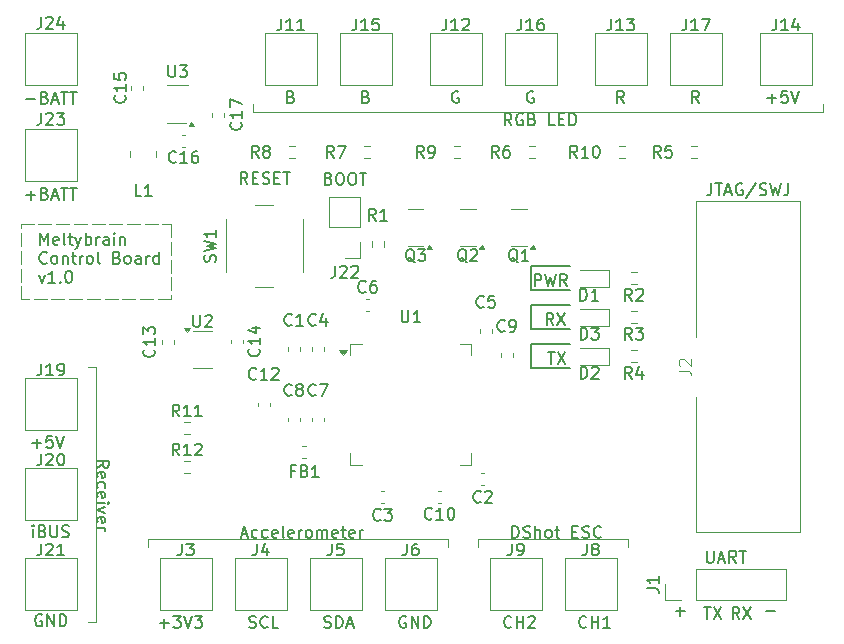
<source format=gto>
G04 #@! TF.GenerationSoftware,KiCad,Pcbnew,9.0.0*
G04 #@! TF.CreationDate,2025-07-06T16:44:13-05:00*
G04 #@! TF.ProjectId,silver-platter,73696c76-6572-42d7-906c-61747465722e,rev?*
G04 #@! TF.SameCoordinates,Original*
G04 #@! TF.FileFunction,Legend,Top*
G04 #@! TF.FilePolarity,Positive*
%FSLAX46Y46*%
G04 Gerber Fmt 4.6, Leading zero omitted, Abs format (unit mm)*
G04 Created by KiCad (PCBNEW 9.0.0) date 2025-07-06 16:44:13*
%MOMM*%
%LPD*%
G01*
G04 APERTURE LIST*
%ADD10C,0.100000*%
%ADD11C,0.153000*%
%ADD12C,0.200000*%
%ADD13C,0.150000*%
%ADD14C,0.120000*%
G04 APERTURE END LIST*
D10*
X170815000Y-118110000D02*
X170815000Y-118745000D01*
D11*
X165862000Y-101600000D02*
X162560000Y-101600000D01*
D10*
X119380000Y-91440000D02*
X120480000Y-91440000D01*
X120880000Y-91440000D02*
X121980000Y-91440000D01*
X122380000Y-91440000D02*
X123480000Y-91440000D01*
X123880000Y-91440000D02*
X124980000Y-91440000D01*
X125380000Y-91440000D02*
X126480000Y-91440000D01*
X126880000Y-91440000D02*
X127980000Y-91440000D01*
X128380000Y-91440000D02*
X129480000Y-91440000D01*
X129880000Y-91440000D02*
X130980000Y-91440000D01*
X131380000Y-91440000D02*
X132080000Y-91440000D01*
X132080000Y-91440000D02*
X132080000Y-92540000D01*
X132080000Y-92940000D02*
X132080000Y-94040000D01*
X132080000Y-94440000D02*
X132080000Y-95540000D01*
X132080000Y-95940000D02*
X132080000Y-97040000D01*
X132080000Y-97440000D02*
X132080000Y-97790000D01*
X132080000Y-97790000D02*
X130980000Y-97790000D01*
X130580000Y-97790000D02*
X129480000Y-97790000D01*
X129080000Y-97790000D02*
X127980000Y-97790000D01*
X127580000Y-97790000D02*
X126480000Y-97790000D01*
X126080000Y-97790000D02*
X124980000Y-97790000D01*
X124580000Y-97790000D02*
X123480000Y-97790000D01*
X123080000Y-97790000D02*
X121980000Y-97790000D01*
X121580000Y-97790000D02*
X120480000Y-97790000D01*
X120080000Y-97790000D02*
X119380000Y-97790000D01*
X119380000Y-97790000D02*
X119380000Y-96690000D01*
X119380000Y-96290000D02*
X119380000Y-95190000D01*
X119380000Y-94790000D02*
X119380000Y-93690000D01*
X119380000Y-93290000D02*
X119380000Y-92190000D01*
X119380000Y-91790000D02*
X119380000Y-91440000D01*
X125095000Y-103505000D02*
X125730000Y-103505000D01*
X139065000Y-81915000D02*
X187325000Y-81915000D01*
D11*
X162560000Y-98298000D02*
X162560000Y-100330000D01*
D10*
X130175000Y-118110000D02*
X155575000Y-118110000D01*
D11*
X162560000Y-94996000D02*
X162560000Y-97028000D01*
X162560000Y-100330000D02*
X165862000Y-100330000D01*
X165862000Y-98298000D02*
X162560000Y-98298000D01*
X165862000Y-94996000D02*
X162560000Y-94996000D01*
D10*
X155575000Y-118110000D02*
X155575000Y-118745000D01*
D11*
X162560000Y-101600000D02*
X162560000Y-103632000D01*
D10*
X125730000Y-103505000D02*
X125730000Y-125095000D01*
D11*
X162560000Y-103632000D02*
X165862000Y-103632000D01*
X162560000Y-97028000D02*
X165862000Y-97028000D01*
D10*
X158115000Y-118110000D02*
X170815000Y-118110000D01*
X158115000Y-118745000D02*
X158115000Y-118110000D01*
X139065000Y-81280000D02*
X139065000Y-81915000D01*
X187325000Y-81915000D02*
X187325000Y-81280000D01*
X125095000Y-125095000D02*
X125730000Y-125095000D01*
X130175000Y-118745000D02*
X130175000Y-118110000D01*
D11*
X160993752Y-117979663D02*
X160993752Y-116979663D01*
X160993752Y-116979663D02*
X161231847Y-116979663D01*
X161231847Y-116979663D02*
X161374704Y-117027282D01*
X161374704Y-117027282D02*
X161469942Y-117122520D01*
X161469942Y-117122520D02*
X161517561Y-117217758D01*
X161517561Y-117217758D02*
X161565180Y-117408234D01*
X161565180Y-117408234D02*
X161565180Y-117551091D01*
X161565180Y-117551091D02*
X161517561Y-117741567D01*
X161517561Y-117741567D02*
X161469942Y-117836805D01*
X161469942Y-117836805D02*
X161374704Y-117932044D01*
X161374704Y-117932044D02*
X161231847Y-117979663D01*
X161231847Y-117979663D02*
X160993752Y-117979663D01*
X161946133Y-117932044D02*
X162088990Y-117979663D01*
X162088990Y-117979663D02*
X162327085Y-117979663D01*
X162327085Y-117979663D02*
X162422323Y-117932044D01*
X162422323Y-117932044D02*
X162469942Y-117884424D01*
X162469942Y-117884424D02*
X162517561Y-117789186D01*
X162517561Y-117789186D02*
X162517561Y-117693948D01*
X162517561Y-117693948D02*
X162469942Y-117598710D01*
X162469942Y-117598710D02*
X162422323Y-117551091D01*
X162422323Y-117551091D02*
X162327085Y-117503472D01*
X162327085Y-117503472D02*
X162136609Y-117455853D01*
X162136609Y-117455853D02*
X162041371Y-117408234D01*
X162041371Y-117408234D02*
X161993752Y-117360615D01*
X161993752Y-117360615D02*
X161946133Y-117265377D01*
X161946133Y-117265377D02*
X161946133Y-117170139D01*
X161946133Y-117170139D02*
X161993752Y-117074901D01*
X161993752Y-117074901D02*
X162041371Y-117027282D01*
X162041371Y-117027282D02*
X162136609Y-116979663D01*
X162136609Y-116979663D02*
X162374704Y-116979663D01*
X162374704Y-116979663D02*
X162517561Y-117027282D01*
X162946133Y-117979663D02*
X162946133Y-116979663D01*
X163374704Y-117979663D02*
X163374704Y-117455853D01*
X163374704Y-117455853D02*
X163327085Y-117360615D01*
X163327085Y-117360615D02*
X163231847Y-117312996D01*
X163231847Y-117312996D02*
X163088990Y-117312996D01*
X163088990Y-117312996D02*
X162993752Y-117360615D01*
X162993752Y-117360615D02*
X162946133Y-117408234D01*
X163993752Y-117979663D02*
X163898514Y-117932044D01*
X163898514Y-117932044D02*
X163850895Y-117884424D01*
X163850895Y-117884424D02*
X163803276Y-117789186D01*
X163803276Y-117789186D02*
X163803276Y-117503472D01*
X163803276Y-117503472D02*
X163850895Y-117408234D01*
X163850895Y-117408234D02*
X163898514Y-117360615D01*
X163898514Y-117360615D02*
X163993752Y-117312996D01*
X163993752Y-117312996D02*
X164136609Y-117312996D01*
X164136609Y-117312996D02*
X164231847Y-117360615D01*
X164231847Y-117360615D02*
X164279466Y-117408234D01*
X164279466Y-117408234D02*
X164327085Y-117503472D01*
X164327085Y-117503472D02*
X164327085Y-117789186D01*
X164327085Y-117789186D02*
X164279466Y-117884424D01*
X164279466Y-117884424D02*
X164231847Y-117932044D01*
X164231847Y-117932044D02*
X164136609Y-117979663D01*
X164136609Y-117979663D02*
X163993752Y-117979663D01*
X164612800Y-117312996D02*
X164993752Y-117312996D01*
X164755657Y-116979663D02*
X164755657Y-117836805D01*
X164755657Y-117836805D02*
X164803276Y-117932044D01*
X164803276Y-117932044D02*
X164898514Y-117979663D01*
X164898514Y-117979663D02*
X164993752Y-117979663D01*
X166088991Y-117455853D02*
X166422324Y-117455853D01*
X166565181Y-117979663D02*
X166088991Y-117979663D01*
X166088991Y-117979663D02*
X166088991Y-116979663D01*
X166088991Y-116979663D02*
X166565181Y-116979663D01*
X166946134Y-117932044D02*
X167088991Y-117979663D01*
X167088991Y-117979663D02*
X167327086Y-117979663D01*
X167327086Y-117979663D02*
X167422324Y-117932044D01*
X167422324Y-117932044D02*
X167469943Y-117884424D01*
X167469943Y-117884424D02*
X167517562Y-117789186D01*
X167517562Y-117789186D02*
X167517562Y-117693948D01*
X167517562Y-117693948D02*
X167469943Y-117598710D01*
X167469943Y-117598710D02*
X167422324Y-117551091D01*
X167422324Y-117551091D02*
X167327086Y-117503472D01*
X167327086Y-117503472D02*
X167136610Y-117455853D01*
X167136610Y-117455853D02*
X167041372Y-117408234D01*
X167041372Y-117408234D02*
X166993753Y-117360615D01*
X166993753Y-117360615D02*
X166946134Y-117265377D01*
X166946134Y-117265377D02*
X166946134Y-117170139D01*
X166946134Y-117170139D02*
X166993753Y-117074901D01*
X166993753Y-117074901D02*
X167041372Y-117027282D01*
X167041372Y-117027282D02*
X167136610Y-116979663D01*
X167136610Y-116979663D02*
X167374705Y-116979663D01*
X167374705Y-116979663D02*
X167517562Y-117027282D01*
X168517562Y-117884424D02*
X168469943Y-117932044D01*
X168469943Y-117932044D02*
X168327086Y-117979663D01*
X168327086Y-117979663D02*
X168231848Y-117979663D01*
X168231848Y-117979663D02*
X168088991Y-117932044D01*
X168088991Y-117932044D02*
X167993753Y-117836805D01*
X167993753Y-117836805D02*
X167946134Y-117741567D01*
X167946134Y-117741567D02*
X167898515Y-117551091D01*
X167898515Y-117551091D02*
X167898515Y-117408234D01*
X167898515Y-117408234D02*
X167946134Y-117217758D01*
X167946134Y-117217758D02*
X167993753Y-117122520D01*
X167993753Y-117122520D02*
X168088991Y-117027282D01*
X168088991Y-117027282D02*
X168231848Y-116979663D01*
X168231848Y-116979663D02*
X168327086Y-116979663D01*
X168327086Y-116979663D02*
X168469943Y-117027282D01*
X168469943Y-117027282D02*
X168517562Y-117074901D01*
X138721133Y-125552044D02*
X138863990Y-125599663D01*
X138863990Y-125599663D02*
X139102085Y-125599663D01*
X139102085Y-125599663D02*
X139197323Y-125552044D01*
X139197323Y-125552044D02*
X139244942Y-125504424D01*
X139244942Y-125504424D02*
X139292561Y-125409186D01*
X139292561Y-125409186D02*
X139292561Y-125313948D01*
X139292561Y-125313948D02*
X139244942Y-125218710D01*
X139244942Y-125218710D02*
X139197323Y-125171091D01*
X139197323Y-125171091D02*
X139102085Y-125123472D01*
X139102085Y-125123472D02*
X138911609Y-125075853D01*
X138911609Y-125075853D02*
X138816371Y-125028234D01*
X138816371Y-125028234D02*
X138768752Y-124980615D01*
X138768752Y-124980615D02*
X138721133Y-124885377D01*
X138721133Y-124885377D02*
X138721133Y-124790139D01*
X138721133Y-124790139D02*
X138768752Y-124694901D01*
X138768752Y-124694901D02*
X138816371Y-124647282D01*
X138816371Y-124647282D02*
X138911609Y-124599663D01*
X138911609Y-124599663D02*
X139149704Y-124599663D01*
X139149704Y-124599663D02*
X139292561Y-124647282D01*
X140292561Y-125504424D02*
X140244942Y-125552044D01*
X140244942Y-125552044D02*
X140102085Y-125599663D01*
X140102085Y-125599663D02*
X140006847Y-125599663D01*
X140006847Y-125599663D02*
X139863990Y-125552044D01*
X139863990Y-125552044D02*
X139768752Y-125456805D01*
X139768752Y-125456805D02*
X139721133Y-125361567D01*
X139721133Y-125361567D02*
X139673514Y-125171091D01*
X139673514Y-125171091D02*
X139673514Y-125028234D01*
X139673514Y-125028234D02*
X139721133Y-124837758D01*
X139721133Y-124837758D02*
X139768752Y-124742520D01*
X139768752Y-124742520D02*
X139863990Y-124647282D01*
X139863990Y-124647282D02*
X140006847Y-124599663D01*
X140006847Y-124599663D02*
X140102085Y-124599663D01*
X140102085Y-124599663D02*
X140244942Y-124647282D01*
X140244942Y-124647282D02*
X140292561Y-124694901D01*
X141197323Y-125599663D02*
X140721133Y-125599663D01*
X140721133Y-125599663D02*
X140721133Y-124599663D01*
X182456752Y-124202710D02*
X183218657Y-124202710D01*
X131148752Y-125218710D02*
X131910657Y-125218710D01*
X131529704Y-125599663D02*
X131529704Y-124837758D01*
X132291609Y-124599663D02*
X132910656Y-124599663D01*
X132910656Y-124599663D02*
X132577323Y-124980615D01*
X132577323Y-124980615D02*
X132720180Y-124980615D01*
X132720180Y-124980615D02*
X132815418Y-125028234D01*
X132815418Y-125028234D02*
X132863037Y-125075853D01*
X132863037Y-125075853D02*
X132910656Y-125171091D01*
X132910656Y-125171091D02*
X132910656Y-125409186D01*
X132910656Y-125409186D02*
X132863037Y-125504424D01*
X132863037Y-125504424D02*
X132815418Y-125552044D01*
X132815418Y-125552044D02*
X132720180Y-125599663D01*
X132720180Y-125599663D02*
X132434466Y-125599663D01*
X132434466Y-125599663D02*
X132339228Y-125552044D01*
X132339228Y-125552044D02*
X132291609Y-125504424D01*
X133196371Y-124599663D02*
X133529704Y-125599663D01*
X133529704Y-125599663D02*
X133863037Y-124599663D01*
X134101133Y-124599663D02*
X134720180Y-124599663D01*
X134720180Y-124599663D02*
X134386847Y-124980615D01*
X134386847Y-124980615D02*
X134529704Y-124980615D01*
X134529704Y-124980615D02*
X134624942Y-125028234D01*
X134624942Y-125028234D02*
X134672561Y-125075853D01*
X134672561Y-125075853D02*
X134720180Y-125171091D01*
X134720180Y-125171091D02*
X134720180Y-125409186D01*
X134720180Y-125409186D02*
X134672561Y-125504424D01*
X134672561Y-125504424D02*
X134624942Y-125552044D01*
X134624942Y-125552044D02*
X134529704Y-125599663D01*
X134529704Y-125599663D02*
X134243990Y-125599663D01*
X134243990Y-125599663D02*
X134148752Y-125552044D01*
X134148752Y-125552044D02*
X134101133Y-125504424D01*
X164025895Y-102247663D02*
X164597323Y-102247663D01*
X164311609Y-103247663D02*
X164311609Y-102247663D01*
X164835419Y-102247663D02*
X165502085Y-103247663D01*
X165502085Y-102247663D02*
X164835419Y-103247663D01*
X182583752Y-80768710D02*
X183345657Y-80768710D01*
X182964704Y-81149663D02*
X182964704Y-80387758D01*
X184298037Y-80149663D02*
X183821847Y-80149663D01*
X183821847Y-80149663D02*
X183774228Y-80625853D01*
X183774228Y-80625853D02*
X183821847Y-80578234D01*
X183821847Y-80578234D02*
X183917085Y-80530615D01*
X183917085Y-80530615D02*
X184155180Y-80530615D01*
X184155180Y-80530615D02*
X184250418Y-80578234D01*
X184250418Y-80578234D02*
X184298037Y-80625853D01*
X184298037Y-80625853D02*
X184345656Y-80721091D01*
X184345656Y-80721091D02*
X184345656Y-80959186D01*
X184345656Y-80959186D02*
X184298037Y-81054424D01*
X184298037Y-81054424D02*
X184250418Y-81102044D01*
X184250418Y-81102044D02*
X184155180Y-81149663D01*
X184155180Y-81149663D02*
X183917085Y-81149663D01*
X183917085Y-81149663D02*
X183821847Y-81102044D01*
X183821847Y-81102044D02*
X183774228Y-81054424D01*
X184631371Y-80149663D02*
X184964704Y-81149663D01*
X184964704Y-81149663D02*
X185298037Y-80149663D01*
X164486180Y-99945663D02*
X164152847Y-99469472D01*
X163914752Y-99945663D02*
X163914752Y-98945663D01*
X163914752Y-98945663D02*
X164295704Y-98945663D01*
X164295704Y-98945663D02*
X164390942Y-98993282D01*
X164390942Y-98993282D02*
X164438561Y-99040901D01*
X164438561Y-99040901D02*
X164486180Y-99136139D01*
X164486180Y-99136139D02*
X164486180Y-99278996D01*
X164486180Y-99278996D02*
X164438561Y-99374234D01*
X164438561Y-99374234D02*
X164390942Y-99421853D01*
X164390942Y-99421853D02*
X164295704Y-99469472D01*
X164295704Y-99469472D02*
X163914752Y-99469472D01*
X164819514Y-98945663D02*
X165486180Y-99945663D01*
X165486180Y-98945663D02*
X164819514Y-99945663D01*
X151992561Y-124647282D02*
X151897323Y-124599663D01*
X151897323Y-124599663D02*
X151754466Y-124599663D01*
X151754466Y-124599663D02*
X151611609Y-124647282D01*
X151611609Y-124647282D02*
X151516371Y-124742520D01*
X151516371Y-124742520D02*
X151468752Y-124837758D01*
X151468752Y-124837758D02*
X151421133Y-125028234D01*
X151421133Y-125028234D02*
X151421133Y-125171091D01*
X151421133Y-125171091D02*
X151468752Y-125361567D01*
X151468752Y-125361567D02*
X151516371Y-125456805D01*
X151516371Y-125456805D02*
X151611609Y-125552044D01*
X151611609Y-125552044D02*
X151754466Y-125599663D01*
X151754466Y-125599663D02*
X151849704Y-125599663D01*
X151849704Y-125599663D02*
X151992561Y-125552044D01*
X151992561Y-125552044D02*
X152040180Y-125504424D01*
X152040180Y-125504424D02*
X152040180Y-125171091D01*
X152040180Y-125171091D02*
X151849704Y-125171091D01*
X152468752Y-125599663D02*
X152468752Y-124599663D01*
X152468752Y-124599663D02*
X153040180Y-125599663D01*
X153040180Y-125599663D02*
X153040180Y-124599663D01*
X153516371Y-125599663D02*
X153516371Y-124599663D01*
X153516371Y-124599663D02*
X153754466Y-124599663D01*
X153754466Y-124599663D02*
X153897323Y-124647282D01*
X153897323Y-124647282D02*
X153992561Y-124742520D01*
X153992561Y-124742520D02*
X154040180Y-124837758D01*
X154040180Y-124837758D02*
X154087799Y-125028234D01*
X154087799Y-125028234D02*
X154087799Y-125171091D01*
X154087799Y-125171091D02*
X154040180Y-125361567D01*
X154040180Y-125361567D02*
X153992561Y-125456805D01*
X153992561Y-125456805D02*
X153897323Y-125552044D01*
X153897323Y-125552044D02*
X153754466Y-125599663D01*
X153754466Y-125599663D02*
X153516371Y-125599663D01*
X160930180Y-83054663D02*
X160596847Y-82578472D01*
X160358752Y-83054663D02*
X160358752Y-82054663D01*
X160358752Y-82054663D02*
X160739704Y-82054663D01*
X160739704Y-82054663D02*
X160834942Y-82102282D01*
X160834942Y-82102282D02*
X160882561Y-82149901D01*
X160882561Y-82149901D02*
X160930180Y-82245139D01*
X160930180Y-82245139D02*
X160930180Y-82387996D01*
X160930180Y-82387996D02*
X160882561Y-82483234D01*
X160882561Y-82483234D02*
X160834942Y-82530853D01*
X160834942Y-82530853D02*
X160739704Y-82578472D01*
X160739704Y-82578472D02*
X160358752Y-82578472D01*
X161882561Y-82102282D02*
X161787323Y-82054663D01*
X161787323Y-82054663D02*
X161644466Y-82054663D01*
X161644466Y-82054663D02*
X161501609Y-82102282D01*
X161501609Y-82102282D02*
X161406371Y-82197520D01*
X161406371Y-82197520D02*
X161358752Y-82292758D01*
X161358752Y-82292758D02*
X161311133Y-82483234D01*
X161311133Y-82483234D02*
X161311133Y-82626091D01*
X161311133Y-82626091D02*
X161358752Y-82816567D01*
X161358752Y-82816567D02*
X161406371Y-82911805D01*
X161406371Y-82911805D02*
X161501609Y-83007044D01*
X161501609Y-83007044D02*
X161644466Y-83054663D01*
X161644466Y-83054663D02*
X161739704Y-83054663D01*
X161739704Y-83054663D02*
X161882561Y-83007044D01*
X161882561Y-83007044D02*
X161930180Y-82959424D01*
X161930180Y-82959424D02*
X161930180Y-82626091D01*
X161930180Y-82626091D02*
X161739704Y-82626091D01*
X162692085Y-82530853D02*
X162834942Y-82578472D01*
X162834942Y-82578472D02*
X162882561Y-82626091D01*
X162882561Y-82626091D02*
X162930180Y-82721329D01*
X162930180Y-82721329D02*
X162930180Y-82864186D01*
X162930180Y-82864186D02*
X162882561Y-82959424D01*
X162882561Y-82959424D02*
X162834942Y-83007044D01*
X162834942Y-83007044D02*
X162739704Y-83054663D01*
X162739704Y-83054663D02*
X162358752Y-83054663D01*
X162358752Y-83054663D02*
X162358752Y-82054663D01*
X162358752Y-82054663D02*
X162692085Y-82054663D01*
X162692085Y-82054663D02*
X162787323Y-82102282D01*
X162787323Y-82102282D02*
X162834942Y-82149901D01*
X162834942Y-82149901D02*
X162882561Y-82245139D01*
X162882561Y-82245139D02*
X162882561Y-82340377D01*
X162882561Y-82340377D02*
X162834942Y-82435615D01*
X162834942Y-82435615D02*
X162787323Y-82483234D01*
X162787323Y-82483234D02*
X162692085Y-82530853D01*
X162692085Y-82530853D02*
X162358752Y-82530853D01*
X164596847Y-83054663D02*
X164120657Y-83054663D01*
X164120657Y-83054663D02*
X164120657Y-82054663D01*
X164930181Y-82530853D02*
X165263514Y-82530853D01*
X165406371Y-83054663D02*
X164930181Y-83054663D01*
X164930181Y-83054663D02*
X164930181Y-82054663D01*
X164930181Y-82054663D02*
X165406371Y-82054663D01*
X165834943Y-83054663D02*
X165834943Y-82054663D01*
X165834943Y-82054663D02*
X166073038Y-82054663D01*
X166073038Y-82054663D02*
X166215895Y-82102282D01*
X166215895Y-82102282D02*
X166311133Y-82197520D01*
X166311133Y-82197520D02*
X166358752Y-82292758D01*
X166358752Y-82292758D02*
X166406371Y-82483234D01*
X166406371Y-82483234D02*
X166406371Y-82626091D01*
X166406371Y-82626091D02*
X166358752Y-82816567D01*
X166358752Y-82816567D02*
X166311133Y-82911805D01*
X166311133Y-82911805D02*
X166215895Y-83007044D01*
X166215895Y-83007044D02*
X166073038Y-83054663D01*
X166073038Y-83054663D02*
X165834943Y-83054663D01*
X176805180Y-81149663D02*
X176471847Y-80673472D01*
X176233752Y-81149663D02*
X176233752Y-80149663D01*
X176233752Y-80149663D02*
X176614704Y-80149663D01*
X176614704Y-80149663D02*
X176709942Y-80197282D01*
X176709942Y-80197282D02*
X176757561Y-80244901D01*
X176757561Y-80244901D02*
X176805180Y-80340139D01*
X176805180Y-80340139D02*
X176805180Y-80482996D01*
X176805180Y-80482996D02*
X176757561Y-80578234D01*
X176757561Y-80578234D02*
X176709942Y-80625853D01*
X176709942Y-80625853D02*
X176614704Y-80673472D01*
X176614704Y-80673472D02*
X176233752Y-80673472D01*
X142277085Y-80625853D02*
X142419942Y-80673472D01*
X142419942Y-80673472D02*
X142467561Y-80721091D01*
X142467561Y-80721091D02*
X142515180Y-80816329D01*
X142515180Y-80816329D02*
X142515180Y-80959186D01*
X142515180Y-80959186D02*
X142467561Y-81054424D01*
X142467561Y-81054424D02*
X142419942Y-81102044D01*
X142419942Y-81102044D02*
X142324704Y-81149663D01*
X142324704Y-81149663D02*
X141943752Y-81149663D01*
X141943752Y-81149663D02*
X141943752Y-80149663D01*
X141943752Y-80149663D02*
X142277085Y-80149663D01*
X142277085Y-80149663D02*
X142372323Y-80197282D01*
X142372323Y-80197282D02*
X142419942Y-80244901D01*
X142419942Y-80244901D02*
X142467561Y-80340139D01*
X142467561Y-80340139D02*
X142467561Y-80435377D01*
X142467561Y-80435377D02*
X142419942Y-80530615D01*
X142419942Y-80530615D02*
X142372323Y-80578234D01*
X142372323Y-80578234D02*
X142277085Y-80625853D01*
X142277085Y-80625853D02*
X141943752Y-80625853D01*
X145071133Y-125552044D02*
X145213990Y-125599663D01*
X145213990Y-125599663D02*
X145452085Y-125599663D01*
X145452085Y-125599663D02*
X145547323Y-125552044D01*
X145547323Y-125552044D02*
X145594942Y-125504424D01*
X145594942Y-125504424D02*
X145642561Y-125409186D01*
X145642561Y-125409186D02*
X145642561Y-125313948D01*
X145642561Y-125313948D02*
X145594942Y-125218710D01*
X145594942Y-125218710D02*
X145547323Y-125171091D01*
X145547323Y-125171091D02*
X145452085Y-125123472D01*
X145452085Y-125123472D02*
X145261609Y-125075853D01*
X145261609Y-125075853D02*
X145166371Y-125028234D01*
X145166371Y-125028234D02*
X145118752Y-124980615D01*
X145118752Y-124980615D02*
X145071133Y-124885377D01*
X145071133Y-124885377D02*
X145071133Y-124790139D01*
X145071133Y-124790139D02*
X145118752Y-124694901D01*
X145118752Y-124694901D02*
X145166371Y-124647282D01*
X145166371Y-124647282D02*
X145261609Y-124599663D01*
X145261609Y-124599663D02*
X145499704Y-124599663D01*
X145499704Y-124599663D02*
X145642561Y-124647282D01*
X146071133Y-125599663D02*
X146071133Y-124599663D01*
X146071133Y-124599663D02*
X146309228Y-124599663D01*
X146309228Y-124599663D02*
X146452085Y-124647282D01*
X146452085Y-124647282D02*
X146547323Y-124742520D01*
X146547323Y-124742520D02*
X146594942Y-124837758D01*
X146594942Y-124837758D02*
X146642561Y-125028234D01*
X146642561Y-125028234D02*
X146642561Y-125171091D01*
X146642561Y-125171091D02*
X146594942Y-125361567D01*
X146594942Y-125361567D02*
X146547323Y-125456805D01*
X146547323Y-125456805D02*
X146452085Y-125552044D01*
X146452085Y-125552044D02*
X146309228Y-125599663D01*
X146309228Y-125599663D02*
X146071133Y-125599663D01*
X147023514Y-125313948D02*
X147499704Y-125313948D01*
X146928276Y-125599663D02*
X147261609Y-124599663D01*
X147261609Y-124599663D02*
X147594942Y-125599663D01*
X160930180Y-125504424D02*
X160882561Y-125552044D01*
X160882561Y-125552044D02*
X160739704Y-125599663D01*
X160739704Y-125599663D02*
X160644466Y-125599663D01*
X160644466Y-125599663D02*
X160501609Y-125552044D01*
X160501609Y-125552044D02*
X160406371Y-125456805D01*
X160406371Y-125456805D02*
X160358752Y-125361567D01*
X160358752Y-125361567D02*
X160311133Y-125171091D01*
X160311133Y-125171091D02*
X160311133Y-125028234D01*
X160311133Y-125028234D02*
X160358752Y-124837758D01*
X160358752Y-124837758D02*
X160406371Y-124742520D01*
X160406371Y-124742520D02*
X160501609Y-124647282D01*
X160501609Y-124647282D02*
X160644466Y-124599663D01*
X160644466Y-124599663D02*
X160739704Y-124599663D01*
X160739704Y-124599663D02*
X160882561Y-124647282D01*
X160882561Y-124647282D02*
X160930180Y-124694901D01*
X161358752Y-125599663D02*
X161358752Y-124599663D01*
X161358752Y-125075853D02*
X161930180Y-125075853D01*
X161930180Y-125599663D02*
X161930180Y-124599663D01*
X162358752Y-124694901D02*
X162406371Y-124647282D01*
X162406371Y-124647282D02*
X162501609Y-124599663D01*
X162501609Y-124599663D02*
X162739704Y-124599663D01*
X162739704Y-124599663D02*
X162834942Y-124647282D01*
X162834942Y-124647282D02*
X162882561Y-124694901D01*
X162882561Y-124694901D02*
X162930180Y-124790139D01*
X162930180Y-124790139D02*
X162930180Y-124885377D01*
X162930180Y-124885377D02*
X162882561Y-125028234D01*
X162882561Y-125028234D02*
X162311133Y-125599663D01*
X162311133Y-125599663D02*
X162930180Y-125599663D01*
X170455180Y-81149663D02*
X170121847Y-80673472D01*
X169883752Y-81149663D02*
X169883752Y-80149663D01*
X169883752Y-80149663D02*
X170264704Y-80149663D01*
X170264704Y-80149663D02*
X170359942Y-80197282D01*
X170359942Y-80197282D02*
X170407561Y-80244901D01*
X170407561Y-80244901D02*
X170455180Y-80340139D01*
X170455180Y-80340139D02*
X170455180Y-80482996D01*
X170455180Y-80482996D02*
X170407561Y-80578234D01*
X170407561Y-80578234D02*
X170359942Y-80625853D01*
X170359942Y-80625853D02*
X170264704Y-80673472D01*
X170264704Y-80673472D02*
X169883752Y-80673472D01*
X120353752Y-109978710D02*
X121115657Y-109978710D01*
X120734704Y-110359663D02*
X120734704Y-109597758D01*
X122068037Y-109359663D02*
X121591847Y-109359663D01*
X121591847Y-109359663D02*
X121544228Y-109835853D01*
X121544228Y-109835853D02*
X121591847Y-109788234D01*
X121591847Y-109788234D02*
X121687085Y-109740615D01*
X121687085Y-109740615D02*
X121925180Y-109740615D01*
X121925180Y-109740615D02*
X122020418Y-109788234D01*
X122020418Y-109788234D02*
X122068037Y-109835853D01*
X122068037Y-109835853D02*
X122115656Y-109931091D01*
X122115656Y-109931091D02*
X122115656Y-110169186D01*
X122115656Y-110169186D02*
X122068037Y-110264424D01*
X122068037Y-110264424D02*
X122020418Y-110312044D01*
X122020418Y-110312044D02*
X121925180Y-110359663D01*
X121925180Y-110359663D02*
X121687085Y-110359663D01*
X121687085Y-110359663D02*
X121591847Y-110312044D01*
X121591847Y-110312044D02*
X121544228Y-110264424D01*
X122401371Y-109359663D02*
X122734704Y-110359663D01*
X122734704Y-110359663D02*
X123068037Y-109359663D01*
D12*
X121019673Y-93167331D02*
X121019673Y-92167331D01*
X121019673Y-92167331D02*
X121353006Y-92881616D01*
X121353006Y-92881616D02*
X121686339Y-92167331D01*
X121686339Y-92167331D02*
X121686339Y-93167331D01*
X122543482Y-93119712D02*
X122448244Y-93167331D01*
X122448244Y-93167331D02*
X122257768Y-93167331D01*
X122257768Y-93167331D02*
X122162530Y-93119712D01*
X122162530Y-93119712D02*
X122114911Y-93024473D01*
X122114911Y-93024473D02*
X122114911Y-92643521D01*
X122114911Y-92643521D02*
X122162530Y-92548283D01*
X122162530Y-92548283D02*
X122257768Y-92500664D01*
X122257768Y-92500664D02*
X122448244Y-92500664D01*
X122448244Y-92500664D02*
X122543482Y-92548283D01*
X122543482Y-92548283D02*
X122591101Y-92643521D01*
X122591101Y-92643521D02*
X122591101Y-92738759D01*
X122591101Y-92738759D02*
X122114911Y-92833997D01*
X123162530Y-93167331D02*
X123067292Y-93119712D01*
X123067292Y-93119712D02*
X123019673Y-93024473D01*
X123019673Y-93024473D02*
X123019673Y-92167331D01*
X123400626Y-92500664D02*
X123781578Y-92500664D01*
X123543483Y-92167331D02*
X123543483Y-93024473D01*
X123543483Y-93024473D02*
X123591102Y-93119712D01*
X123591102Y-93119712D02*
X123686340Y-93167331D01*
X123686340Y-93167331D02*
X123781578Y-93167331D01*
X124019674Y-92500664D02*
X124257769Y-93167331D01*
X124495864Y-92500664D02*
X124257769Y-93167331D01*
X124257769Y-93167331D02*
X124162531Y-93405426D01*
X124162531Y-93405426D02*
X124114912Y-93453045D01*
X124114912Y-93453045D02*
X124019674Y-93500664D01*
X124876817Y-93167331D02*
X124876817Y-92167331D01*
X124876817Y-92548283D02*
X124972055Y-92500664D01*
X124972055Y-92500664D02*
X125162531Y-92500664D01*
X125162531Y-92500664D02*
X125257769Y-92548283D01*
X125257769Y-92548283D02*
X125305388Y-92595902D01*
X125305388Y-92595902D02*
X125353007Y-92691140D01*
X125353007Y-92691140D02*
X125353007Y-92976854D01*
X125353007Y-92976854D02*
X125305388Y-93072092D01*
X125305388Y-93072092D02*
X125257769Y-93119712D01*
X125257769Y-93119712D02*
X125162531Y-93167331D01*
X125162531Y-93167331D02*
X124972055Y-93167331D01*
X124972055Y-93167331D02*
X124876817Y-93119712D01*
X125781579Y-93167331D02*
X125781579Y-92500664D01*
X125781579Y-92691140D02*
X125829198Y-92595902D01*
X125829198Y-92595902D02*
X125876817Y-92548283D01*
X125876817Y-92548283D02*
X125972055Y-92500664D01*
X125972055Y-92500664D02*
X126067293Y-92500664D01*
X126829198Y-93167331D02*
X126829198Y-92643521D01*
X126829198Y-92643521D02*
X126781579Y-92548283D01*
X126781579Y-92548283D02*
X126686341Y-92500664D01*
X126686341Y-92500664D02*
X126495865Y-92500664D01*
X126495865Y-92500664D02*
X126400627Y-92548283D01*
X126829198Y-93119712D02*
X126733960Y-93167331D01*
X126733960Y-93167331D02*
X126495865Y-93167331D01*
X126495865Y-93167331D02*
X126400627Y-93119712D01*
X126400627Y-93119712D02*
X126353008Y-93024473D01*
X126353008Y-93024473D02*
X126353008Y-92929235D01*
X126353008Y-92929235D02*
X126400627Y-92833997D01*
X126400627Y-92833997D02*
X126495865Y-92786378D01*
X126495865Y-92786378D02*
X126733960Y-92786378D01*
X126733960Y-92786378D02*
X126829198Y-92738759D01*
X127305389Y-93167331D02*
X127305389Y-92500664D01*
X127305389Y-92167331D02*
X127257770Y-92214950D01*
X127257770Y-92214950D02*
X127305389Y-92262569D01*
X127305389Y-92262569D02*
X127353008Y-92214950D01*
X127353008Y-92214950D02*
X127305389Y-92167331D01*
X127305389Y-92167331D02*
X127305389Y-92262569D01*
X127781579Y-92500664D02*
X127781579Y-93167331D01*
X127781579Y-92595902D02*
X127829198Y-92548283D01*
X127829198Y-92548283D02*
X127924436Y-92500664D01*
X127924436Y-92500664D02*
X128067293Y-92500664D01*
X128067293Y-92500664D02*
X128162531Y-92548283D01*
X128162531Y-92548283D02*
X128210150Y-92643521D01*
X128210150Y-92643521D02*
X128210150Y-93167331D01*
X121591101Y-94682036D02*
X121543482Y-94729656D01*
X121543482Y-94729656D02*
X121400625Y-94777275D01*
X121400625Y-94777275D02*
X121305387Y-94777275D01*
X121305387Y-94777275D02*
X121162530Y-94729656D01*
X121162530Y-94729656D02*
X121067292Y-94634417D01*
X121067292Y-94634417D02*
X121019673Y-94539179D01*
X121019673Y-94539179D02*
X120972054Y-94348703D01*
X120972054Y-94348703D02*
X120972054Y-94205846D01*
X120972054Y-94205846D02*
X121019673Y-94015370D01*
X121019673Y-94015370D02*
X121067292Y-93920132D01*
X121067292Y-93920132D02*
X121162530Y-93824894D01*
X121162530Y-93824894D02*
X121305387Y-93777275D01*
X121305387Y-93777275D02*
X121400625Y-93777275D01*
X121400625Y-93777275D02*
X121543482Y-93824894D01*
X121543482Y-93824894D02*
X121591101Y-93872513D01*
X122162530Y-94777275D02*
X122067292Y-94729656D01*
X122067292Y-94729656D02*
X122019673Y-94682036D01*
X122019673Y-94682036D02*
X121972054Y-94586798D01*
X121972054Y-94586798D02*
X121972054Y-94301084D01*
X121972054Y-94301084D02*
X122019673Y-94205846D01*
X122019673Y-94205846D02*
X122067292Y-94158227D01*
X122067292Y-94158227D02*
X122162530Y-94110608D01*
X122162530Y-94110608D02*
X122305387Y-94110608D01*
X122305387Y-94110608D02*
X122400625Y-94158227D01*
X122400625Y-94158227D02*
X122448244Y-94205846D01*
X122448244Y-94205846D02*
X122495863Y-94301084D01*
X122495863Y-94301084D02*
X122495863Y-94586798D01*
X122495863Y-94586798D02*
X122448244Y-94682036D01*
X122448244Y-94682036D02*
X122400625Y-94729656D01*
X122400625Y-94729656D02*
X122305387Y-94777275D01*
X122305387Y-94777275D02*
X122162530Y-94777275D01*
X122924435Y-94110608D02*
X122924435Y-94777275D01*
X122924435Y-94205846D02*
X122972054Y-94158227D01*
X122972054Y-94158227D02*
X123067292Y-94110608D01*
X123067292Y-94110608D02*
X123210149Y-94110608D01*
X123210149Y-94110608D02*
X123305387Y-94158227D01*
X123305387Y-94158227D02*
X123353006Y-94253465D01*
X123353006Y-94253465D02*
X123353006Y-94777275D01*
X123686340Y-94110608D02*
X124067292Y-94110608D01*
X123829197Y-93777275D02*
X123829197Y-94634417D01*
X123829197Y-94634417D02*
X123876816Y-94729656D01*
X123876816Y-94729656D02*
X123972054Y-94777275D01*
X123972054Y-94777275D02*
X124067292Y-94777275D01*
X124400626Y-94777275D02*
X124400626Y-94110608D01*
X124400626Y-94301084D02*
X124448245Y-94205846D01*
X124448245Y-94205846D02*
X124495864Y-94158227D01*
X124495864Y-94158227D02*
X124591102Y-94110608D01*
X124591102Y-94110608D02*
X124686340Y-94110608D01*
X125162531Y-94777275D02*
X125067293Y-94729656D01*
X125067293Y-94729656D02*
X125019674Y-94682036D01*
X125019674Y-94682036D02*
X124972055Y-94586798D01*
X124972055Y-94586798D02*
X124972055Y-94301084D01*
X124972055Y-94301084D02*
X125019674Y-94205846D01*
X125019674Y-94205846D02*
X125067293Y-94158227D01*
X125067293Y-94158227D02*
X125162531Y-94110608D01*
X125162531Y-94110608D02*
X125305388Y-94110608D01*
X125305388Y-94110608D02*
X125400626Y-94158227D01*
X125400626Y-94158227D02*
X125448245Y-94205846D01*
X125448245Y-94205846D02*
X125495864Y-94301084D01*
X125495864Y-94301084D02*
X125495864Y-94586798D01*
X125495864Y-94586798D02*
X125448245Y-94682036D01*
X125448245Y-94682036D02*
X125400626Y-94729656D01*
X125400626Y-94729656D02*
X125305388Y-94777275D01*
X125305388Y-94777275D02*
X125162531Y-94777275D01*
X126067293Y-94777275D02*
X125972055Y-94729656D01*
X125972055Y-94729656D02*
X125924436Y-94634417D01*
X125924436Y-94634417D02*
X125924436Y-93777275D01*
X127543484Y-94253465D02*
X127686341Y-94301084D01*
X127686341Y-94301084D02*
X127733960Y-94348703D01*
X127733960Y-94348703D02*
X127781579Y-94443941D01*
X127781579Y-94443941D02*
X127781579Y-94586798D01*
X127781579Y-94586798D02*
X127733960Y-94682036D01*
X127733960Y-94682036D02*
X127686341Y-94729656D01*
X127686341Y-94729656D02*
X127591103Y-94777275D01*
X127591103Y-94777275D02*
X127210151Y-94777275D01*
X127210151Y-94777275D02*
X127210151Y-93777275D01*
X127210151Y-93777275D02*
X127543484Y-93777275D01*
X127543484Y-93777275D02*
X127638722Y-93824894D01*
X127638722Y-93824894D02*
X127686341Y-93872513D01*
X127686341Y-93872513D02*
X127733960Y-93967751D01*
X127733960Y-93967751D02*
X127733960Y-94062989D01*
X127733960Y-94062989D02*
X127686341Y-94158227D01*
X127686341Y-94158227D02*
X127638722Y-94205846D01*
X127638722Y-94205846D02*
X127543484Y-94253465D01*
X127543484Y-94253465D02*
X127210151Y-94253465D01*
X128353008Y-94777275D02*
X128257770Y-94729656D01*
X128257770Y-94729656D02*
X128210151Y-94682036D01*
X128210151Y-94682036D02*
X128162532Y-94586798D01*
X128162532Y-94586798D02*
X128162532Y-94301084D01*
X128162532Y-94301084D02*
X128210151Y-94205846D01*
X128210151Y-94205846D02*
X128257770Y-94158227D01*
X128257770Y-94158227D02*
X128353008Y-94110608D01*
X128353008Y-94110608D02*
X128495865Y-94110608D01*
X128495865Y-94110608D02*
X128591103Y-94158227D01*
X128591103Y-94158227D02*
X128638722Y-94205846D01*
X128638722Y-94205846D02*
X128686341Y-94301084D01*
X128686341Y-94301084D02*
X128686341Y-94586798D01*
X128686341Y-94586798D02*
X128638722Y-94682036D01*
X128638722Y-94682036D02*
X128591103Y-94729656D01*
X128591103Y-94729656D02*
X128495865Y-94777275D01*
X128495865Y-94777275D02*
X128353008Y-94777275D01*
X129543484Y-94777275D02*
X129543484Y-94253465D01*
X129543484Y-94253465D02*
X129495865Y-94158227D01*
X129495865Y-94158227D02*
X129400627Y-94110608D01*
X129400627Y-94110608D02*
X129210151Y-94110608D01*
X129210151Y-94110608D02*
X129114913Y-94158227D01*
X129543484Y-94729656D02*
X129448246Y-94777275D01*
X129448246Y-94777275D02*
X129210151Y-94777275D01*
X129210151Y-94777275D02*
X129114913Y-94729656D01*
X129114913Y-94729656D02*
X129067294Y-94634417D01*
X129067294Y-94634417D02*
X129067294Y-94539179D01*
X129067294Y-94539179D02*
X129114913Y-94443941D01*
X129114913Y-94443941D02*
X129210151Y-94396322D01*
X129210151Y-94396322D02*
X129448246Y-94396322D01*
X129448246Y-94396322D02*
X129543484Y-94348703D01*
X130019675Y-94777275D02*
X130019675Y-94110608D01*
X130019675Y-94301084D02*
X130067294Y-94205846D01*
X130067294Y-94205846D02*
X130114913Y-94158227D01*
X130114913Y-94158227D02*
X130210151Y-94110608D01*
X130210151Y-94110608D02*
X130305389Y-94110608D01*
X131067294Y-94777275D02*
X131067294Y-93777275D01*
X131067294Y-94729656D02*
X130972056Y-94777275D01*
X130972056Y-94777275D02*
X130781580Y-94777275D01*
X130781580Y-94777275D02*
X130686342Y-94729656D01*
X130686342Y-94729656D02*
X130638723Y-94682036D01*
X130638723Y-94682036D02*
X130591104Y-94586798D01*
X130591104Y-94586798D02*
X130591104Y-94301084D01*
X130591104Y-94301084D02*
X130638723Y-94205846D01*
X130638723Y-94205846D02*
X130686342Y-94158227D01*
X130686342Y-94158227D02*
X130781580Y-94110608D01*
X130781580Y-94110608D02*
X130972056Y-94110608D01*
X130972056Y-94110608D02*
X131067294Y-94158227D01*
X120924435Y-95720552D02*
X121162530Y-96387219D01*
X121162530Y-96387219D02*
X121400625Y-95720552D01*
X122305387Y-96387219D02*
X121733959Y-96387219D01*
X122019673Y-96387219D02*
X122019673Y-95387219D01*
X122019673Y-95387219D02*
X121924435Y-95530076D01*
X121924435Y-95530076D02*
X121829197Y-95625314D01*
X121829197Y-95625314D02*
X121733959Y-95672933D01*
X122733959Y-96291980D02*
X122781578Y-96339600D01*
X122781578Y-96339600D02*
X122733959Y-96387219D01*
X122733959Y-96387219D02*
X122686340Y-96339600D01*
X122686340Y-96339600D02*
X122733959Y-96291980D01*
X122733959Y-96291980D02*
X122733959Y-96387219D01*
X123400625Y-95387219D02*
X123495863Y-95387219D01*
X123495863Y-95387219D02*
X123591101Y-95434838D01*
X123591101Y-95434838D02*
X123638720Y-95482457D01*
X123638720Y-95482457D02*
X123686339Y-95577695D01*
X123686339Y-95577695D02*
X123733958Y-95768171D01*
X123733958Y-95768171D02*
X123733958Y-96006266D01*
X123733958Y-96006266D02*
X123686339Y-96196742D01*
X123686339Y-96196742D02*
X123638720Y-96291980D01*
X123638720Y-96291980D02*
X123591101Y-96339600D01*
X123591101Y-96339600D02*
X123495863Y-96387219D01*
X123495863Y-96387219D02*
X123400625Y-96387219D01*
X123400625Y-96387219D02*
X123305387Y-96339600D01*
X123305387Y-96339600D02*
X123257768Y-96291980D01*
X123257768Y-96291980D02*
X123210149Y-96196742D01*
X123210149Y-96196742D02*
X123162530Y-96006266D01*
X123162530Y-96006266D02*
X123162530Y-95768171D01*
X123162530Y-95768171D02*
X123210149Y-95577695D01*
X123210149Y-95577695D02*
X123257768Y-95482457D01*
X123257768Y-95482457D02*
X123305387Y-95434838D01*
X123305387Y-95434838D02*
X123400625Y-95387219D01*
D11*
X167280180Y-125504424D02*
X167232561Y-125552044D01*
X167232561Y-125552044D02*
X167089704Y-125599663D01*
X167089704Y-125599663D02*
X166994466Y-125599663D01*
X166994466Y-125599663D02*
X166851609Y-125552044D01*
X166851609Y-125552044D02*
X166756371Y-125456805D01*
X166756371Y-125456805D02*
X166708752Y-125361567D01*
X166708752Y-125361567D02*
X166661133Y-125171091D01*
X166661133Y-125171091D02*
X166661133Y-125028234D01*
X166661133Y-125028234D02*
X166708752Y-124837758D01*
X166708752Y-124837758D02*
X166756371Y-124742520D01*
X166756371Y-124742520D02*
X166851609Y-124647282D01*
X166851609Y-124647282D02*
X166994466Y-124599663D01*
X166994466Y-124599663D02*
X167089704Y-124599663D01*
X167089704Y-124599663D02*
X167232561Y-124647282D01*
X167232561Y-124647282D02*
X167280180Y-124694901D01*
X167708752Y-125599663D02*
X167708752Y-124599663D01*
X167708752Y-125075853D02*
X168280180Y-125075853D01*
X168280180Y-125599663D02*
X168280180Y-124599663D01*
X169280180Y-125599663D02*
X168708752Y-125599663D01*
X168994466Y-125599663D02*
X168994466Y-124599663D01*
X168994466Y-124599663D02*
X168899228Y-124742520D01*
X168899228Y-124742520D02*
X168803990Y-124837758D01*
X168803990Y-124837758D02*
X168708752Y-124885377D01*
X156437561Y-80197282D02*
X156342323Y-80149663D01*
X156342323Y-80149663D02*
X156199466Y-80149663D01*
X156199466Y-80149663D02*
X156056609Y-80197282D01*
X156056609Y-80197282D02*
X155961371Y-80292520D01*
X155961371Y-80292520D02*
X155913752Y-80387758D01*
X155913752Y-80387758D02*
X155866133Y-80578234D01*
X155866133Y-80578234D02*
X155866133Y-80721091D01*
X155866133Y-80721091D02*
X155913752Y-80911567D01*
X155913752Y-80911567D02*
X155961371Y-81006805D01*
X155961371Y-81006805D02*
X156056609Y-81102044D01*
X156056609Y-81102044D02*
X156199466Y-81149663D01*
X156199466Y-81149663D02*
X156294704Y-81149663D01*
X156294704Y-81149663D02*
X156437561Y-81102044D01*
X156437561Y-81102044D02*
X156485180Y-81054424D01*
X156485180Y-81054424D02*
X156485180Y-80721091D01*
X156485180Y-80721091D02*
X156294704Y-80721091D01*
X138086133Y-117693948D02*
X138562323Y-117693948D01*
X137990895Y-117979663D02*
X138324228Y-116979663D01*
X138324228Y-116979663D02*
X138657561Y-117979663D01*
X139419466Y-117932044D02*
X139324228Y-117979663D01*
X139324228Y-117979663D02*
X139133752Y-117979663D01*
X139133752Y-117979663D02*
X139038514Y-117932044D01*
X139038514Y-117932044D02*
X138990895Y-117884424D01*
X138990895Y-117884424D02*
X138943276Y-117789186D01*
X138943276Y-117789186D02*
X138943276Y-117503472D01*
X138943276Y-117503472D02*
X138990895Y-117408234D01*
X138990895Y-117408234D02*
X139038514Y-117360615D01*
X139038514Y-117360615D02*
X139133752Y-117312996D01*
X139133752Y-117312996D02*
X139324228Y-117312996D01*
X139324228Y-117312996D02*
X139419466Y-117360615D01*
X140276609Y-117932044D02*
X140181371Y-117979663D01*
X140181371Y-117979663D02*
X139990895Y-117979663D01*
X139990895Y-117979663D02*
X139895657Y-117932044D01*
X139895657Y-117932044D02*
X139848038Y-117884424D01*
X139848038Y-117884424D02*
X139800419Y-117789186D01*
X139800419Y-117789186D02*
X139800419Y-117503472D01*
X139800419Y-117503472D02*
X139848038Y-117408234D01*
X139848038Y-117408234D02*
X139895657Y-117360615D01*
X139895657Y-117360615D02*
X139990895Y-117312996D01*
X139990895Y-117312996D02*
X140181371Y-117312996D01*
X140181371Y-117312996D02*
X140276609Y-117360615D01*
X141086133Y-117932044D02*
X140990895Y-117979663D01*
X140990895Y-117979663D02*
X140800419Y-117979663D01*
X140800419Y-117979663D02*
X140705181Y-117932044D01*
X140705181Y-117932044D02*
X140657562Y-117836805D01*
X140657562Y-117836805D02*
X140657562Y-117455853D01*
X140657562Y-117455853D02*
X140705181Y-117360615D01*
X140705181Y-117360615D02*
X140800419Y-117312996D01*
X140800419Y-117312996D02*
X140990895Y-117312996D01*
X140990895Y-117312996D02*
X141086133Y-117360615D01*
X141086133Y-117360615D02*
X141133752Y-117455853D01*
X141133752Y-117455853D02*
X141133752Y-117551091D01*
X141133752Y-117551091D02*
X140657562Y-117646329D01*
X141705181Y-117979663D02*
X141609943Y-117932044D01*
X141609943Y-117932044D02*
X141562324Y-117836805D01*
X141562324Y-117836805D02*
X141562324Y-116979663D01*
X142467086Y-117932044D02*
X142371848Y-117979663D01*
X142371848Y-117979663D02*
X142181372Y-117979663D01*
X142181372Y-117979663D02*
X142086134Y-117932044D01*
X142086134Y-117932044D02*
X142038515Y-117836805D01*
X142038515Y-117836805D02*
X142038515Y-117455853D01*
X142038515Y-117455853D02*
X142086134Y-117360615D01*
X142086134Y-117360615D02*
X142181372Y-117312996D01*
X142181372Y-117312996D02*
X142371848Y-117312996D01*
X142371848Y-117312996D02*
X142467086Y-117360615D01*
X142467086Y-117360615D02*
X142514705Y-117455853D01*
X142514705Y-117455853D02*
X142514705Y-117551091D01*
X142514705Y-117551091D02*
X142038515Y-117646329D01*
X142943277Y-117979663D02*
X142943277Y-117312996D01*
X142943277Y-117503472D02*
X142990896Y-117408234D01*
X142990896Y-117408234D02*
X143038515Y-117360615D01*
X143038515Y-117360615D02*
X143133753Y-117312996D01*
X143133753Y-117312996D02*
X143228991Y-117312996D01*
X143705182Y-117979663D02*
X143609944Y-117932044D01*
X143609944Y-117932044D02*
X143562325Y-117884424D01*
X143562325Y-117884424D02*
X143514706Y-117789186D01*
X143514706Y-117789186D02*
X143514706Y-117503472D01*
X143514706Y-117503472D02*
X143562325Y-117408234D01*
X143562325Y-117408234D02*
X143609944Y-117360615D01*
X143609944Y-117360615D02*
X143705182Y-117312996D01*
X143705182Y-117312996D02*
X143848039Y-117312996D01*
X143848039Y-117312996D02*
X143943277Y-117360615D01*
X143943277Y-117360615D02*
X143990896Y-117408234D01*
X143990896Y-117408234D02*
X144038515Y-117503472D01*
X144038515Y-117503472D02*
X144038515Y-117789186D01*
X144038515Y-117789186D02*
X143990896Y-117884424D01*
X143990896Y-117884424D02*
X143943277Y-117932044D01*
X143943277Y-117932044D02*
X143848039Y-117979663D01*
X143848039Y-117979663D02*
X143705182Y-117979663D01*
X144467087Y-117979663D02*
X144467087Y-117312996D01*
X144467087Y-117408234D02*
X144514706Y-117360615D01*
X144514706Y-117360615D02*
X144609944Y-117312996D01*
X144609944Y-117312996D02*
X144752801Y-117312996D01*
X144752801Y-117312996D02*
X144848039Y-117360615D01*
X144848039Y-117360615D02*
X144895658Y-117455853D01*
X144895658Y-117455853D02*
X144895658Y-117979663D01*
X144895658Y-117455853D02*
X144943277Y-117360615D01*
X144943277Y-117360615D02*
X145038515Y-117312996D01*
X145038515Y-117312996D02*
X145181372Y-117312996D01*
X145181372Y-117312996D02*
X145276611Y-117360615D01*
X145276611Y-117360615D02*
X145324230Y-117455853D01*
X145324230Y-117455853D02*
X145324230Y-117979663D01*
X146181372Y-117932044D02*
X146086134Y-117979663D01*
X146086134Y-117979663D02*
X145895658Y-117979663D01*
X145895658Y-117979663D02*
X145800420Y-117932044D01*
X145800420Y-117932044D02*
X145752801Y-117836805D01*
X145752801Y-117836805D02*
X145752801Y-117455853D01*
X145752801Y-117455853D02*
X145800420Y-117360615D01*
X145800420Y-117360615D02*
X145895658Y-117312996D01*
X145895658Y-117312996D02*
X146086134Y-117312996D01*
X146086134Y-117312996D02*
X146181372Y-117360615D01*
X146181372Y-117360615D02*
X146228991Y-117455853D01*
X146228991Y-117455853D02*
X146228991Y-117551091D01*
X146228991Y-117551091D02*
X145752801Y-117646329D01*
X146514706Y-117312996D02*
X146895658Y-117312996D01*
X146657563Y-116979663D02*
X146657563Y-117836805D01*
X146657563Y-117836805D02*
X146705182Y-117932044D01*
X146705182Y-117932044D02*
X146800420Y-117979663D01*
X146800420Y-117979663D02*
X146895658Y-117979663D01*
X147609944Y-117932044D02*
X147514706Y-117979663D01*
X147514706Y-117979663D02*
X147324230Y-117979663D01*
X147324230Y-117979663D02*
X147228992Y-117932044D01*
X147228992Y-117932044D02*
X147181373Y-117836805D01*
X147181373Y-117836805D02*
X147181373Y-117455853D01*
X147181373Y-117455853D02*
X147228992Y-117360615D01*
X147228992Y-117360615D02*
X147324230Y-117312996D01*
X147324230Y-117312996D02*
X147514706Y-117312996D01*
X147514706Y-117312996D02*
X147609944Y-117360615D01*
X147609944Y-117360615D02*
X147657563Y-117455853D01*
X147657563Y-117455853D02*
X147657563Y-117551091D01*
X147657563Y-117551091D02*
X147181373Y-117646329D01*
X148086135Y-117979663D02*
X148086135Y-117312996D01*
X148086135Y-117503472D02*
X148133754Y-117408234D01*
X148133754Y-117408234D02*
X148181373Y-117360615D01*
X148181373Y-117360615D02*
X148276611Y-117312996D01*
X148276611Y-117312996D02*
X148371849Y-117312996D01*
X162898752Y-96643663D02*
X162898752Y-95643663D01*
X162898752Y-95643663D02*
X163279704Y-95643663D01*
X163279704Y-95643663D02*
X163374942Y-95691282D01*
X163374942Y-95691282D02*
X163422561Y-95738901D01*
X163422561Y-95738901D02*
X163470180Y-95834139D01*
X163470180Y-95834139D02*
X163470180Y-95976996D01*
X163470180Y-95976996D02*
X163422561Y-96072234D01*
X163422561Y-96072234D02*
X163374942Y-96119853D01*
X163374942Y-96119853D02*
X163279704Y-96167472D01*
X163279704Y-96167472D02*
X162898752Y-96167472D01*
X163803514Y-95643663D02*
X164041609Y-96643663D01*
X164041609Y-96643663D02*
X164232085Y-95929377D01*
X164232085Y-95929377D02*
X164422561Y-96643663D01*
X164422561Y-96643663D02*
X164660657Y-95643663D01*
X165613037Y-96643663D02*
X165279704Y-96167472D01*
X165041609Y-96643663D02*
X165041609Y-95643663D01*
X165041609Y-95643663D02*
X165422561Y-95643663D01*
X165422561Y-95643663D02*
X165517799Y-95691282D01*
X165517799Y-95691282D02*
X165565418Y-95738901D01*
X165565418Y-95738901D02*
X165613037Y-95834139D01*
X165613037Y-95834139D02*
X165613037Y-95976996D01*
X165613037Y-95976996D02*
X165565418Y-96072234D01*
X165565418Y-96072234D02*
X165517799Y-96119853D01*
X165517799Y-96119853D02*
X165422561Y-96167472D01*
X165422561Y-96167472D02*
X165041609Y-96167472D01*
X148627085Y-80625853D02*
X148769942Y-80673472D01*
X148769942Y-80673472D02*
X148817561Y-80721091D01*
X148817561Y-80721091D02*
X148865180Y-80816329D01*
X148865180Y-80816329D02*
X148865180Y-80959186D01*
X148865180Y-80959186D02*
X148817561Y-81054424D01*
X148817561Y-81054424D02*
X148769942Y-81102044D01*
X148769942Y-81102044D02*
X148674704Y-81149663D01*
X148674704Y-81149663D02*
X148293752Y-81149663D01*
X148293752Y-81149663D02*
X148293752Y-80149663D01*
X148293752Y-80149663D02*
X148627085Y-80149663D01*
X148627085Y-80149663D02*
X148722323Y-80197282D01*
X148722323Y-80197282D02*
X148769942Y-80244901D01*
X148769942Y-80244901D02*
X148817561Y-80340139D01*
X148817561Y-80340139D02*
X148817561Y-80435377D01*
X148817561Y-80435377D02*
X148769942Y-80530615D01*
X148769942Y-80530615D02*
X148722323Y-80578234D01*
X148722323Y-80578234D02*
X148627085Y-80625853D01*
X148627085Y-80625853D02*
X148293752Y-80625853D01*
X177233895Y-123837663D02*
X177805323Y-123837663D01*
X177519609Y-124837663D02*
X177519609Y-123837663D01*
X178043419Y-123837663D02*
X178710085Y-124837663D01*
X178710085Y-123837663D02*
X178043419Y-124837663D01*
X125860336Y-112035180D02*
X126336527Y-111701847D01*
X125860336Y-111463752D02*
X126860336Y-111463752D01*
X126860336Y-111463752D02*
X126860336Y-111844704D01*
X126860336Y-111844704D02*
X126812717Y-111939942D01*
X126812717Y-111939942D02*
X126765098Y-111987561D01*
X126765098Y-111987561D02*
X126669860Y-112035180D01*
X126669860Y-112035180D02*
X126527003Y-112035180D01*
X126527003Y-112035180D02*
X126431765Y-111987561D01*
X126431765Y-111987561D02*
X126384146Y-111939942D01*
X126384146Y-111939942D02*
X126336527Y-111844704D01*
X126336527Y-111844704D02*
X126336527Y-111463752D01*
X125907956Y-112844704D02*
X125860336Y-112749466D01*
X125860336Y-112749466D02*
X125860336Y-112558990D01*
X125860336Y-112558990D02*
X125907956Y-112463752D01*
X125907956Y-112463752D02*
X126003194Y-112416133D01*
X126003194Y-112416133D02*
X126384146Y-112416133D01*
X126384146Y-112416133D02*
X126479384Y-112463752D01*
X126479384Y-112463752D02*
X126527003Y-112558990D01*
X126527003Y-112558990D02*
X126527003Y-112749466D01*
X126527003Y-112749466D02*
X126479384Y-112844704D01*
X126479384Y-112844704D02*
X126384146Y-112892323D01*
X126384146Y-112892323D02*
X126288908Y-112892323D01*
X126288908Y-112892323D02*
X126193670Y-112416133D01*
X125907956Y-113749466D02*
X125860336Y-113654228D01*
X125860336Y-113654228D02*
X125860336Y-113463752D01*
X125860336Y-113463752D02*
X125907956Y-113368514D01*
X125907956Y-113368514D02*
X125955575Y-113320895D01*
X125955575Y-113320895D02*
X126050813Y-113273276D01*
X126050813Y-113273276D02*
X126336527Y-113273276D01*
X126336527Y-113273276D02*
X126431765Y-113320895D01*
X126431765Y-113320895D02*
X126479384Y-113368514D01*
X126479384Y-113368514D02*
X126527003Y-113463752D01*
X126527003Y-113463752D02*
X126527003Y-113654228D01*
X126527003Y-113654228D02*
X126479384Y-113749466D01*
X125907956Y-114558990D02*
X125860336Y-114463752D01*
X125860336Y-114463752D02*
X125860336Y-114273276D01*
X125860336Y-114273276D02*
X125907956Y-114178038D01*
X125907956Y-114178038D02*
X126003194Y-114130419D01*
X126003194Y-114130419D02*
X126384146Y-114130419D01*
X126384146Y-114130419D02*
X126479384Y-114178038D01*
X126479384Y-114178038D02*
X126527003Y-114273276D01*
X126527003Y-114273276D02*
X126527003Y-114463752D01*
X126527003Y-114463752D02*
X126479384Y-114558990D01*
X126479384Y-114558990D02*
X126384146Y-114606609D01*
X126384146Y-114606609D02*
X126288908Y-114606609D01*
X126288908Y-114606609D02*
X126193670Y-114130419D01*
X125860336Y-115035181D02*
X126527003Y-115035181D01*
X126860336Y-115035181D02*
X126812717Y-114987562D01*
X126812717Y-114987562D02*
X126765098Y-115035181D01*
X126765098Y-115035181D02*
X126812717Y-115082800D01*
X126812717Y-115082800D02*
X126860336Y-115035181D01*
X126860336Y-115035181D02*
X126765098Y-115035181D01*
X126527003Y-115416133D02*
X125860336Y-115654228D01*
X125860336Y-115654228D02*
X126527003Y-115892323D01*
X125907956Y-116654228D02*
X125860336Y-116558990D01*
X125860336Y-116558990D02*
X125860336Y-116368514D01*
X125860336Y-116368514D02*
X125907956Y-116273276D01*
X125907956Y-116273276D02*
X126003194Y-116225657D01*
X126003194Y-116225657D02*
X126384146Y-116225657D01*
X126384146Y-116225657D02*
X126479384Y-116273276D01*
X126479384Y-116273276D02*
X126527003Y-116368514D01*
X126527003Y-116368514D02*
X126527003Y-116558990D01*
X126527003Y-116558990D02*
X126479384Y-116654228D01*
X126479384Y-116654228D02*
X126384146Y-116701847D01*
X126384146Y-116701847D02*
X126288908Y-116701847D01*
X126288908Y-116701847D02*
X126193670Y-116225657D01*
X125860336Y-117130419D02*
X126527003Y-117130419D01*
X126336527Y-117130419D02*
X126431765Y-117178038D01*
X126431765Y-117178038D02*
X126479384Y-117225657D01*
X126479384Y-117225657D02*
X126527003Y-117320895D01*
X126527003Y-117320895D02*
X126527003Y-117416133D01*
X174836752Y-124202710D02*
X175598657Y-124202710D01*
X175217704Y-124583663D02*
X175217704Y-123821758D01*
X138578180Y-88007663D02*
X138244847Y-87531472D01*
X138006752Y-88007663D02*
X138006752Y-87007663D01*
X138006752Y-87007663D02*
X138387704Y-87007663D01*
X138387704Y-87007663D02*
X138482942Y-87055282D01*
X138482942Y-87055282D02*
X138530561Y-87102901D01*
X138530561Y-87102901D02*
X138578180Y-87198139D01*
X138578180Y-87198139D02*
X138578180Y-87340996D01*
X138578180Y-87340996D02*
X138530561Y-87436234D01*
X138530561Y-87436234D02*
X138482942Y-87483853D01*
X138482942Y-87483853D02*
X138387704Y-87531472D01*
X138387704Y-87531472D02*
X138006752Y-87531472D01*
X139006752Y-87483853D02*
X139340085Y-87483853D01*
X139482942Y-88007663D02*
X139006752Y-88007663D01*
X139006752Y-88007663D02*
X139006752Y-87007663D01*
X139006752Y-87007663D02*
X139482942Y-87007663D01*
X139863895Y-87960044D02*
X140006752Y-88007663D01*
X140006752Y-88007663D02*
X140244847Y-88007663D01*
X140244847Y-88007663D02*
X140340085Y-87960044D01*
X140340085Y-87960044D02*
X140387704Y-87912424D01*
X140387704Y-87912424D02*
X140435323Y-87817186D01*
X140435323Y-87817186D02*
X140435323Y-87721948D01*
X140435323Y-87721948D02*
X140387704Y-87626710D01*
X140387704Y-87626710D02*
X140340085Y-87579091D01*
X140340085Y-87579091D02*
X140244847Y-87531472D01*
X140244847Y-87531472D02*
X140054371Y-87483853D01*
X140054371Y-87483853D02*
X139959133Y-87436234D01*
X139959133Y-87436234D02*
X139911514Y-87388615D01*
X139911514Y-87388615D02*
X139863895Y-87293377D01*
X139863895Y-87293377D02*
X139863895Y-87198139D01*
X139863895Y-87198139D02*
X139911514Y-87102901D01*
X139911514Y-87102901D02*
X139959133Y-87055282D01*
X139959133Y-87055282D02*
X140054371Y-87007663D01*
X140054371Y-87007663D02*
X140292466Y-87007663D01*
X140292466Y-87007663D02*
X140435323Y-87055282D01*
X140863895Y-87483853D02*
X141197228Y-87483853D01*
X141340085Y-88007663D02*
X140863895Y-88007663D01*
X140863895Y-88007663D02*
X140863895Y-87007663D01*
X140863895Y-87007663D02*
X141340085Y-87007663D01*
X141625800Y-87007663D02*
X142197228Y-87007663D01*
X141911514Y-88007663D02*
X141911514Y-87007663D01*
X180234180Y-124837663D02*
X179900847Y-124361472D01*
X179662752Y-124837663D02*
X179662752Y-123837663D01*
X179662752Y-123837663D02*
X180043704Y-123837663D01*
X180043704Y-123837663D02*
X180138942Y-123885282D01*
X180138942Y-123885282D02*
X180186561Y-123932901D01*
X180186561Y-123932901D02*
X180234180Y-124028139D01*
X180234180Y-124028139D02*
X180234180Y-124170996D01*
X180234180Y-124170996D02*
X180186561Y-124266234D01*
X180186561Y-124266234D02*
X180138942Y-124313853D01*
X180138942Y-124313853D02*
X180043704Y-124361472D01*
X180043704Y-124361472D02*
X179662752Y-124361472D01*
X180567514Y-123837663D02*
X181234180Y-124837663D01*
X181234180Y-123837663D02*
X180567514Y-124837663D01*
X162787561Y-80197282D02*
X162692323Y-80149663D01*
X162692323Y-80149663D02*
X162549466Y-80149663D01*
X162549466Y-80149663D02*
X162406609Y-80197282D01*
X162406609Y-80197282D02*
X162311371Y-80292520D01*
X162311371Y-80292520D02*
X162263752Y-80387758D01*
X162263752Y-80387758D02*
X162216133Y-80578234D01*
X162216133Y-80578234D02*
X162216133Y-80721091D01*
X162216133Y-80721091D02*
X162263752Y-80911567D01*
X162263752Y-80911567D02*
X162311371Y-81006805D01*
X162311371Y-81006805D02*
X162406609Y-81102044D01*
X162406609Y-81102044D02*
X162549466Y-81149663D01*
X162549466Y-81149663D02*
X162644704Y-81149663D01*
X162644704Y-81149663D02*
X162787561Y-81102044D01*
X162787561Y-81102044D02*
X162835180Y-81054424D01*
X162835180Y-81054424D02*
X162835180Y-80721091D01*
X162835180Y-80721091D02*
X162644704Y-80721091D01*
D13*
X144359333Y-105870080D02*
X144311714Y-105917700D01*
X144311714Y-105917700D02*
X144168857Y-105965319D01*
X144168857Y-105965319D02*
X144073619Y-105965319D01*
X144073619Y-105965319D02*
X143930762Y-105917700D01*
X143930762Y-105917700D02*
X143835524Y-105822461D01*
X143835524Y-105822461D02*
X143787905Y-105727223D01*
X143787905Y-105727223D02*
X143740286Y-105536747D01*
X143740286Y-105536747D02*
X143740286Y-105393890D01*
X143740286Y-105393890D02*
X143787905Y-105203414D01*
X143787905Y-105203414D02*
X143835524Y-105108176D01*
X143835524Y-105108176D02*
X143930762Y-105012938D01*
X143930762Y-105012938D02*
X144073619Y-104965319D01*
X144073619Y-104965319D02*
X144168857Y-104965319D01*
X144168857Y-104965319D02*
X144311714Y-105012938D01*
X144311714Y-105012938D02*
X144359333Y-105060557D01*
X144692667Y-104965319D02*
X145359333Y-104965319D01*
X145359333Y-104965319D02*
X144930762Y-105965319D01*
X171132833Y-104500819D02*
X170799500Y-104024628D01*
X170561405Y-104500819D02*
X170561405Y-103500819D01*
X170561405Y-103500819D02*
X170942357Y-103500819D01*
X170942357Y-103500819D02*
X171037595Y-103548438D01*
X171037595Y-103548438D02*
X171085214Y-103596057D01*
X171085214Y-103596057D02*
X171132833Y-103691295D01*
X171132833Y-103691295D02*
X171132833Y-103834152D01*
X171132833Y-103834152D02*
X171085214Y-103929390D01*
X171085214Y-103929390D02*
X171037595Y-103977009D01*
X171037595Y-103977009D02*
X170942357Y-104024628D01*
X170942357Y-104024628D02*
X170561405Y-104024628D01*
X171989976Y-103834152D02*
X171989976Y-104500819D01*
X171751881Y-103453200D02*
X171513786Y-104167485D01*
X171513786Y-104167485D02*
X172132833Y-104167485D01*
X161750476Y-74026819D02*
X161750476Y-74741104D01*
X161750476Y-74741104D02*
X161702857Y-74883961D01*
X161702857Y-74883961D02*
X161607619Y-74979200D01*
X161607619Y-74979200D02*
X161464762Y-75026819D01*
X161464762Y-75026819D02*
X161369524Y-75026819D01*
X162750476Y-75026819D02*
X162179048Y-75026819D01*
X162464762Y-75026819D02*
X162464762Y-74026819D01*
X162464762Y-74026819D02*
X162369524Y-74169676D01*
X162369524Y-74169676D02*
X162274286Y-74264914D01*
X162274286Y-74264914D02*
X162179048Y-74312533D01*
X163607619Y-74026819D02*
X163417143Y-74026819D01*
X163417143Y-74026819D02*
X163321905Y-74074438D01*
X163321905Y-74074438D02*
X163274286Y-74122057D01*
X163274286Y-74122057D02*
X163179048Y-74264914D01*
X163179048Y-74264914D02*
X163131429Y-74455390D01*
X163131429Y-74455390D02*
X163131429Y-74836342D01*
X163131429Y-74836342D02*
X163179048Y-74931580D01*
X163179048Y-74931580D02*
X163226667Y-74979200D01*
X163226667Y-74979200D02*
X163321905Y-75026819D01*
X163321905Y-75026819D02*
X163512381Y-75026819D01*
X163512381Y-75026819D02*
X163607619Y-74979200D01*
X163607619Y-74979200D02*
X163655238Y-74931580D01*
X163655238Y-74931580D02*
X163702857Y-74836342D01*
X163702857Y-74836342D02*
X163702857Y-74598247D01*
X163702857Y-74598247D02*
X163655238Y-74503009D01*
X163655238Y-74503009D02*
X163607619Y-74455390D01*
X163607619Y-74455390D02*
X163512381Y-74407771D01*
X163512381Y-74407771D02*
X163321905Y-74407771D01*
X163321905Y-74407771D02*
X163226667Y-74455390D01*
X163226667Y-74455390D02*
X163179048Y-74503009D01*
X163179048Y-74503009D02*
X163131429Y-74598247D01*
X138001080Y-82811857D02*
X138048700Y-82859476D01*
X138048700Y-82859476D02*
X138096319Y-83002333D01*
X138096319Y-83002333D02*
X138096319Y-83097571D01*
X138096319Y-83097571D02*
X138048700Y-83240428D01*
X138048700Y-83240428D02*
X137953461Y-83335666D01*
X137953461Y-83335666D02*
X137858223Y-83383285D01*
X137858223Y-83383285D02*
X137667747Y-83430904D01*
X137667747Y-83430904D02*
X137524890Y-83430904D01*
X137524890Y-83430904D02*
X137334414Y-83383285D01*
X137334414Y-83383285D02*
X137239176Y-83335666D01*
X137239176Y-83335666D02*
X137143938Y-83240428D01*
X137143938Y-83240428D02*
X137096319Y-83097571D01*
X137096319Y-83097571D02*
X137096319Y-83002333D01*
X137096319Y-83002333D02*
X137143938Y-82859476D01*
X137143938Y-82859476D02*
X137191557Y-82811857D01*
X138096319Y-81859476D02*
X138096319Y-82430904D01*
X138096319Y-82145190D02*
X137096319Y-82145190D01*
X137096319Y-82145190D02*
X137239176Y-82240428D01*
X137239176Y-82240428D02*
X137334414Y-82335666D01*
X137334414Y-82335666D02*
X137382033Y-82430904D01*
X137096319Y-81526142D02*
X137096319Y-80859476D01*
X137096319Y-80859476D02*
X138096319Y-81288047D01*
X121110476Y-73876819D02*
X121110476Y-74591104D01*
X121110476Y-74591104D02*
X121062857Y-74733961D01*
X121062857Y-74733961D02*
X120967619Y-74829200D01*
X120967619Y-74829200D02*
X120824762Y-74876819D01*
X120824762Y-74876819D02*
X120729524Y-74876819D01*
X121539048Y-73972057D02*
X121586667Y-73924438D01*
X121586667Y-73924438D02*
X121681905Y-73876819D01*
X121681905Y-73876819D02*
X121920000Y-73876819D01*
X121920000Y-73876819D02*
X122015238Y-73924438D01*
X122015238Y-73924438D02*
X122062857Y-73972057D01*
X122062857Y-73972057D02*
X122110476Y-74067295D01*
X122110476Y-74067295D02*
X122110476Y-74162533D01*
X122110476Y-74162533D02*
X122062857Y-74305390D01*
X122062857Y-74305390D02*
X121491429Y-74876819D01*
X121491429Y-74876819D02*
X122110476Y-74876819D01*
X122967619Y-74210152D02*
X122967619Y-74876819D01*
X122729524Y-73829200D02*
X122491429Y-74543485D01*
X122491429Y-74543485D02*
X123110476Y-74543485D01*
X119848571Y-80845866D02*
X120610476Y-80845866D01*
X121419999Y-80703009D02*
X121562856Y-80750628D01*
X121562856Y-80750628D02*
X121610475Y-80798247D01*
X121610475Y-80798247D02*
X121658094Y-80893485D01*
X121658094Y-80893485D02*
X121658094Y-81036342D01*
X121658094Y-81036342D02*
X121610475Y-81131580D01*
X121610475Y-81131580D02*
X121562856Y-81179200D01*
X121562856Y-81179200D02*
X121467618Y-81226819D01*
X121467618Y-81226819D02*
X121086666Y-81226819D01*
X121086666Y-81226819D02*
X121086666Y-80226819D01*
X121086666Y-80226819D02*
X121419999Y-80226819D01*
X121419999Y-80226819D02*
X121515237Y-80274438D01*
X121515237Y-80274438D02*
X121562856Y-80322057D01*
X121562856Y-80322057D02*
X121610475Y-80417295D01*
X121610475Y-80417295D02*
X121610475Y-80512533D01*
X121610475Y-80512533D02*
X121562856Y-80607771D01*
X121562856Y-80607771D02*
X121515237Y-80655390D01*
X121515237Y-80655390D02*
X121419999Y-80703009D01*
X121419999Y-80703009D02*
X121086666Y-80703009D01*
X122039047Y-80941104D02*
X122515237Y-80941104D01*
X121943809Y-81226819D02*
X122277142Y-80226819D01*
X122277142Y-80226819D02*
X122610475Y-81226819D01*
X122800952Y-80226819D02*
X123372380Y-80226819D01*
X123086666Y-81226819D02*
X123086666Y-80226819D01*
X123562857Y-80226819D02*
X124134285Y-80226819D01*
X123848571Y-81226819D02*
X123848571Y-80226819D01*
X155400476Y-74026819D02*
X155400476Y-74741104D01*
X155400476Y-74741104D02*
X155352857Y-74883961D01*
X155352857Y-74883961D02*
X155257619Y-74979200D01*
X155257619Y-74979200D02*
X155114762Y-75026819D01*
X155114762Y-75026819D02*
X155019524Y-75026819D01*
X156400476Y-75026819D02*
X155829048Y-75026819D01*
X156114762Y-75026819D02*
X156114762Y-74026819D01*
X156114762Y-74026819D02*
X156019524Y-74169676D01*
X156019524Y-74169676D02*
X155924286Y-74264914D01*
X155924286Y-74264914D02*
X155829048Y-74312533D01*
X156781429Y-74122057D02*
X156829048Y-74074438D01*
X156829048Y-74074438D02*
X156924286Y-74026819D01*
X156924286Y-74026819D02*
X157162381Y-74026819D01*
X157162381Y-74026819D02*
X157257619Y-74074438D01*
X157257619Y-74074438D02*
X157305238Y-74122057D01*
X157305238Y-74122057D02*
X157352857Y-74217295D01*
X157352857Y-74217295D02*
X157352857Y-74312533D01*
X157352857Y-74312533D02*
X157305238Y-74455390D01*
X157305238Y-74455390D02*
X156733810Y-75026819D01*
X156733810Y-75026819D02*
X157352857Y-75026819D01*
X183340476Y-74026819D02*
X183340476Y-74741104D01*
X183340476Y-74741104D02*
X183292857Y-74883961D01*
X183292857Y-74883961D02*
X183197619Y-74979200D01*
X183197619Y-74979200D02*
X183054762Y-75026819D01*
X183054762Y-75026819D02*
X182959524Y-75026819D01*
X184340476Y-75026819D02*
X183769048Y-75026819D01*
X184054762Y-75026819D02*
X184054762Y-74026819D01*
X184054762Y-74026819D02*
X183959524Y-74169676D01*
X183959524Y-74169676D02*
X183864286Y-74264914D01*
X183864286Y-74264914D02*
X183769048Y-74312533D01*
X185197619Y-74360152D02*
X185197619Y-75026819D01*
X184959524Y-73979200D02*
X184721429Y-74693485D01*
X184721429Y-74693485D02*
X185340476Y-74693485D01*
X130661580Y-102041857D02*
X130709200Y-102089476D01*
X130709200Y-102089476D02*
X130756819Y-102232333D01*
X130756819Y-102232333D02*
X130756819Y-102327571D01*
X130756819Y-102327571D02*
X130709200Y-102470428D01*
X130709200Y-102470428D02*
X130613961Y-102565666D01*
X130613961Y-102565666D02*
X130518723Y-102613285D01*
X130518723Y-102613285D02*
X130328247Y-102660904D01*
X130328247Y-102660904D02*
X130185390Y-102660904D01*
X130185390Y-102660904D02*
X129994914Y-102613285D01*
X129994914Y-102613285D02*
X129899676Y-102565666D01*
X129899676Y-102565666D02*
X129804438Y-102470428D01*
X129804438Y-102470428D02*
X129756819Y-102327571D01*
X129756819Y-102327571D02*
X129756819Y-102232333D01*
X129756819Y-102232333D02*
X129804438Y-102089476D01*
X129804438Y-102089476D02*
X129852057Y-102041857D01*
X130756819Y-101089476D02*
X130756819Y-101660904D01*
X130756819Y-101375190D02*
X129756819Y-101375190D01*
X129756819Y-101375190D02*
X129899676Y-101470428D01*
X129899676Y-101470428D02*
X129994914Y-101565666D01*
X129994914Y-101565666D02*
X130042533Y-101660904D01*
X129756819Y-100756142D02*
X129756819Y-100137095D01*
X129756819Y-100137095D02*
X130137771Y-100470428D01*
X130137771Y-100470428D02*
X130137771Y-100327571D01*
X130137771Y-100327571D02*
X130185390Y-100232333D01*
X130185390Y-100232333D02*
X130233009Y-100184714D01*
X130233009Y-100184714D02*
X130328247Y-100137095D01*
X130328247Y-100137095D02*
X130566342Y-100137095D01*
X130566342Y-100137095D02*
X130661580Y-100184714D01*
X130661580Y-100184714D02*
X130709200Y-100232333D01*
X130709200Y-100232333D02*
X130756819Y-100327571D01*
X130756819Y-100327571D02*
X130756819Y-100613285D01*
X130756819Y-100613285D02*
X130709200Y-100708523D01*
X130709200Y-100708523D02*
X130661580Y-100756142D01*
X145716666Y-118476819D02*
X145716666Y-119191104D01*
X145716666Y-119191104D02*
X145669047Y-119333961D01*
X145669047Y-119333961D02*
X145573809Y-119429200D01*
X145573809Y-119429200D02*
X145430952Y-119476819D01*
X145430952Y-119476819D02*
X145335714Y-119476819D01*
X146669047Y-118476819D02*
X146192857Y-118476819D01*
X146192857Y-118476819D02*
X146145238Y-118953009D01*
X146145238Y-118953009D02*
X146192857Y-118905390D01*
X146192857Y-118905390D02*
X146288095Y-118857771D01*
X146288095Y-118857771D02*
X146526190Y-118857771D01*
X146526190Y-118857771D02*
X146621428Y-118905390D01*
X146621428Y-118905390D02*
X146669047Y-118953009D01*
X146669047Y-118953009D02*
X146716666Y-119048247D01*
X146716666Y-119048247D02*
X146716666Y-119286342D01*
X146716666Y-119286342D02*
X146669047Y-119381580D01*
X146669047Y-119381580D02*
X146621428Y-119429200D01*
X146621428Y-119429200D02*
X146526190Y-119476819D01*
X146526190Y-119476819D02*
X146288095Y-119476819D01*
X146288095Y-119476819D02*
X146192857Y-119429200D01*
X146192857Y-119429200D02*
X146145238Y-119381580D01*
X141430476Y-74026819D02*
X141430476Y-74741104D01*
X141430476Y-74741104D02*
X141382857Y-74883961D01*
X141382857Y-74883961D02*
X141287619Y-74979200D01*
X141287619Y-74979200D02*
X141144762Y-75026819D01*
X141144762Y-75026819D02*
X141049524Y-75026819D01*
X142430476Y-75026819D02*
X141859048Y-75026819D01*
X142144762Y-75026819D02*
X142144762Y-74026819D01*
X142144762Y-74026819D02*
X142049524Y-74169676D01*
X142049524Y-74169676D02*
X141954286Y-74264914D01*
X141954286Y-74264914D02*
X141859048Y-74312533D01*
X143382857Y-75026819D02*
X142811429Y-75026819D01*
X143097143Y-75026819D02*
X143097143Y-74026819D01*
X143097143Y-74026819D02*
X143001905Y-74169676D01*
X143001905Y-74169676D02*
X142906667Y-74264914D01*
X142906667Y-74264914D02*
X142811429Y-74312533D01*
X121110476Y-110856819D02*
X121110476Y-111571104D01*
X121110476Y-111571104D02*
X121062857Y-111713961D01*
X121062857Y-111713961D02*
X120967619Y-111809200D01*
X120967619Y-111809200D02*
X120824762Y-111856819D01*
X120824762Y-111856819D02*
X120729524Y-111856819D01*
X121539048Y-110952057D02*
X121586667Y-110904438D01*
X121586667Y-110904438D02*
X121681905Y-110856819D01*
X121681905Y-110856819D02*
X121920000Y-110856819D01*
X121920000Y-110856819D02*
X122015238Y-110904438D01*
X122015238Y-110904438D02*
X122062857Y-110952057D01*
X122062857Y-110952057D02*
X122110476Y-111047295D01*
X122110476Y-111047295D02*
X122110476Y-111142533D01*
X122110476Y-111142533D02*
X122062857Y-111285390D01*
X122062857Y-111285390D02*
X121491429Y-111856819D01*
X121491429Y-111856819D02*
X122110476Y-111856819D01*
X122729524Y-110856819D02*
X122824762Y-110856819D01*
X122824762Y-110856819D02*
X122920000Y-110904438D01*
X122920000Y-110904438D02*
X122967619Y-110952057D01*
X122967619Y-110952057D02*
X123015238Y-111047295D01*
X123015238Y-111047295D02*
X123062857Y-111237771D01*
X123062857Y-111237771D02*
X123062857Y-111475866D01*
X123062857Y-111475866D02*
X123015238Y-111666342D01*
X123015238Y-111666342D02*
X122967619Y-111761580D01*
X122967619Y-111761580D02*
X122920000Y-111809200D01*
X122920000Y-111809200D02*
X122824762Y-111856819D01*
X122824762Y-111856819D02*
X122729524Y-111856819D01*
X122729524Y-111856819D02*
X122634286Y-111809200D01*
X122634286Y-111809200D02*
X122586667Y-111761580D01*
X122586667Y-111761580D02*
X122539048Y-111666342D01*
X122539048Y-111666342D02*
X122491429Y-111475866D01*
X122491429Y-111475866D02*
X122491429Y-111237771D01*
X122491429Y-111237771D02*
X122539048Y-111047295D01*
X122539048Y-111047295D02*
X122586667Y-110952057D01*
X122586667Y-110952057D02*
X122634286Y-110904438D01*
X122634286Y-110904438D02*
X122729524Y-110856819D01*
X120420000Y-117929819D02*
X120420000Y-117263152D01*
X120420000Y-116929819D02*
X120372381Y-116977438D01*
X120372381Y-116977438D02*
X120420000Y-117025057D01*
X120420000Y-117025057D02*
X120467619Y-116977438D01*
X120467619Y-116977438D02*
X120420000Y-116929819D01*
X120420000Y-116929819D02*
X120420000Y-117025057D01*
X121229523Y-117406009D02*
X121372380Y-117453628D01*
X121372380Y-117453628D02*
X121419999Y-117501247D01*
X121419999Y-117501247D02*
X121467618Y-117596485D01*
X121467618Y-117596485D02*
X121467618Y-117739342D01*
X121467618Y-117739342D02*
X121419999Y-117834580D01*
X121419999Y-117834580D02*
X121372380Y-117882200D01*
X121372380Y-117882200D02*
X121277142Y-117929819D01*
X121277142Y-117929819D02*
X120896190Y-117929819D01*
X120896190Y-117929819D02*
X120896190Y-116929819D01*
X120896190Y-116929819D02*
X121229523Y-116929819D01*
X121229523Y-116929819D02*
X121324761Y-116977438D01*
X121324761Y-116977438D02*
X121372380Y-117025057D01*
X121372380Y-117025057D02*
X121419999Y-117120295D01*
X121419999Y-117120295D02*
X121419999Y-117215533D01*
X121419999Y-117215533D02*
X121372380Y-117310771D01*
X121372380Y-117310771D02*
X121324761Y-117358390D01*
X121324761Y-117358390D02*
X121229523Y-117406009D01*
X121229523Y-117406009D02*
X120896190Y-117406009D01*
X121896190Y-116929819D02*
X121896190Y-117739342D01*
X121896190Y-117739342D02*
X121943809Y-117834580D01*
X121943809Y-117834580D02*
X121991428Y-117882200D01*
X121991428Y-117882200D02*
X122086666Y-117929819D01*
X122086666Y-117929819D02*
X122277142Y-117929819D01*
X122277142Y-117929819D02*
X122372380Y-117882200D01*
X122372380Y-117882200D02*
X122419999Y-117834580D01*
X122419999Y-117834580D02*
X122467618Y-117739342D01*
X122467618Y-117739342D02*
X122467618Y-116929819D01*
X122896190Y-117882200D02*
X123039047Y-117929819D01*
X123039047Y-117929819D02*
X123277142Y-117929819D01*
X123277142Y-117929819D02*
X123372380Y-117882200D01*
X123372380Y-117882200D02*
X123419999Y-117834580D01*
X123419999Y-117834580D02*
X123467618Y-117739342D01*
X123467618Y-117739342D02*
X123467618Y-117644104D01*
X123467618Y-117644104D02*
X123419999Y-117548866D01*
X123419999Y-117548866D02*
X123372380Y-117501247D01*
X123372380Y-117501247D02*
X123277142Y-117453628D01*
X123277142Y-117453628D02*
X123086666Y-117406009D01*
X123086666Y-117406009D02*
X122991428Y-117358390D01*
X122991428Y-117358390D02*
X122943809Y-117310771D01*
X122943809Y-117310771D02*
X122896190Y-117215533D01*
X122896190Y-117215533D02*
X122896190Y-117120295D01*
X122896190Y-117120295D02*
X122943809Y-117025057D01*
X122943809Y-117025057D02*
X122991428Y-116977438D01*
X122991428Y-116977438D02*
X123086666Y-116929819D01*
X123086666Y-116929819D02*
X123324761Y-116929819D01*
X123324761Y-116929819D02*
X123467618Y-116977438D01*
X133990595Y-99128319D02*
X133990595Y-99937842D01*
X133990595Y-99937842D02*
X134038214Y-100033080D01*
X134038214Y-100033080D02*
X134085833Y-100080700D01*
X134085833Y-100080700D02*
X134181071Y-100128319D01*
X134181071Y-100128319D02*
X134371547Y-100128319D01*
X134371547Y-100128319D02*
X134466785Y-100080700D01*
X134466785Y-100080700D02*
X134514404Y-100033080D01*
X134514404Y-100033080D02*
X134562023Y-99937842D01*
X134562023Y-99937842D02*
X134562023Y-99128319D01*
X134990595Y-99223557D02*
X135038214Y-99175938D01*
X135038214Y-99175938D02*
X135133452Y-99128319D01*
X135133452Y-99128319D02*
X135371547Y-99128319D01*
X135371547Y-99128319D02*
X135466785Y-99175938D01*
X135466785Y-99175938D02*
X135514404Y-99223557D01*
X135514404Y-99223557D02*
X135562023Y-99318795D01*
X135562023Y-99318795D02*
X135562023Y-99414033D01*
X135562023Y-99414033D02*
X135514404Y-99556890D01*
X135514404Y-99556890D02*
X134942976Y-100128319D01*
X134942976Y-100128319D02*
X135562023Y-100128319D01*
X147780476Y-74026819D02*
X147780476Y-74741104D01*
X147780476Y-74741104D02*
X147732857Y-74883961D01*
X147732857Y-74883961D02*
X147637619Y-74979200D01*
X147637619Y-74979200D02*
X147494762Y-75026819D01*
X147494762Y-75026819D02*
X147399524Y-75026819D01*
X148780476Y-75026819D02*
X148209048Y-75026819D01*
X148494762Y-75026819D02*
X148494762Y-74026819D01*
X148494762Y-74026819D02*
X148399524Y-74169676D01*
X148399524Y-74169676D02*
X148304286Y-74264914D01*
X148304286Y-74264914D02*
X148209048Y-74312533D01*
X149685238Y-74026819D02*
X149209048Y-74026819D01*
X149209048Y-74026819D02*
X149161429Y-74503009D01*
X149161429Y-74503009D02*
X149209048Y-74455390D01*
X149209048Y-74455390D02*
X149304286Y-74407771D01*
X149304286Y-74407771D02*
X149542381Y-74407771D01*
X149542381Y-74407771D02*
X149637619Y-74455390D01*
X149637619Y-74455390D02*
X149685238Y-74503009D01*
X149685238Y-74503009D02*
X149732857Y-74598247D01*
X149732857Y-74598247D02*
X149732857Y-74836342D01*
X149732857Y-74836342D02*
X149685238Y-74931580D01*
X149685238Y-74931580D02*
X149637619Y-74979200D01*
X149637619Y-74979200D02*
X149542381Y-75026819D01*
X149542381Y-75026819D02*
X149304286Y-75026819D01*
X149304286Y-75026819D02*
X149209048Y-74979200D01*
X149209048Y-74979200D02*
X149161429Y-74931580D01*
X121110476Y-103236819D02*
X121110476Y-103951104D01*
X121110476Y-103951104D02*
X121062857Y-104093961D01*
X121062857Y-104093961D02*
X120967619Y-104189200D01*
X120967619Y-104189200D02*
X120824762Y-104236819D01*
X120824762Y-104236819D02*
X120729524Y-104236819D01*
X122110476Y-104236819D02*
X121539048Y-104236819D01*
X121824762Y-104236819D02*
X121824762Y-103236819D01*
X121824762Y-103236819D02*
X121729524Y-103379676D01*
X121729524Y-103379676D02*
X121634286Y-103474914D01*
X121634286Y-103474914D02*
X121539048Y-103522533D01*
X122586667Y-104236819D02*
X122777143Y-104236819D01*
X122777143Y-104236819D02*
X122872381Y-104189200D01*
X122872381Y-104189200D02*
X122920000Y-104141580D01*
X122920000Y-104141580D02*
X123015238Y-103998723D01*
X123015238Y-103998723D02*
X123062857Y-103808247D01*
X123062857Y-103808247D02*
X123062857Y-103427295D01*
X123062857Y-103427295D02*
X123015238Y-103332057D01*
X123015238Y-103332057D02*
X122967619Y-103284438D01*
X122967619Y-103284438D02*
X122872381Y-103236819D01*
X122872381Y-103236819D02*
X122681905Y-103236819D01*
X122681905Y-103236819D02*
X122586667Y-103284438D01*
X122586667Y-103284438D02*
X122539048Y-103332057D01*
X122539048Y-103332057D02*
X122491429Y-103427295D01*
X122491429Y-103427295D02*
X122491429Y-103665390D01*
X122491429Y-103665390D02*
X122539048Y-103760628D01*
X122539048Y-103760628D02*
X122586667Y-103808247D01*
X122586667Y-103808247D02*
X122681905Y-103855866D01*
X122681905Y-103855866D02*
X122872381Y-103855866D01*
X122872381Y-103855866D02*
X122967619Y-103808247D01*
X122967619Y-103808247D02*
X123015238Y-103760628D01*
X123015238Y-103760628D02*
X123062857Y-103665390D01*
X149439333Y-91132819D02*
X149106000Y-90656628D01*
X148867905Y-91132819D02*
X148867905Y-90132819D01*
X148867905Y-90132819D02*
X149248857Y-90132819D01*
X149248857Y-90132819D02*
X149344095Y-90180438D01*
X149344095Y-90180438D02*
X149391714Y-90228057D01*
X149391714Y-90228057D02*
X149439333Y-90323295D01*
X149439333Y-90323295D02*
X149439333Y-90466152D01*
X149439333Y-90466152D02*
X149391714Y-90561390D01*
X149391714Y-90561390D02*
X149344095Y-90609009D01*
X149344095Y-90609009D02*
X149248857Y-90656628D01*
X149248857Y-90656628D02*
X148867905Y-90656628D01*
X150391714Y-91132819D02*
X149820286Y-91132819D01*
X150106000Y-91132819D02*
X150106000Y-90132819D01*
X150106000Y-90132819D02*
X150010762Y-90275676D01*
X150010762Y-90275676D02*
X149915524Y-90370914D01*
X149915524Y-90370914D02*
X149820286Y-90418533D01*
X139533333Y-85798819D02*
X139200000Y-85322628D01*
X138961905Y-85798819D02*
X138961905Y-84798819D01*
X138961905Y-84798819D02*
X139342857Y-84798819D01*
X139342857Y-84798819D02*
X139438095Y-84846438D01*
X139438095Y-84846438D02*
X139485714Y-84894057D01*
X139485714Y-84894057D02*
X139533333Y-84989295D01*
X139533333Y-84989295D02*
X139533333Y-85132152D01*
X139533333Y-85132152D02*
X139485714Y-85227390D01*
X139485714Y-85227390D02*
X139438095Y-85275009D01*
X139438095Y-85275009D02*
X139342857Y-85322628D01*
X139342857Y-85322628D02*
X138961905Y-85322628D01*
X140104762Y-85227390D02*
X140009524Y-85179771D01*
X140009524Y-85179771D02*
X139961905Y-85132152D01*
X139961905Y-85132152D02*
X139914286Y-85036914D01*
X139914286Y-85036914D02*
X139914286Y-84989295D01*
X139914286Y-84989295D02*
X139961905Y-84894057D01*
X139961905Y-84894057D02*
X140009524Y-84846438D01*
X140009524Y-84846438D02*
X140104762Y-84798819D01*
X140104762Y-84798819D02*
X140295238Y-84798819D01*
X140295238Y-84798819D02*
X140390476Y-84846438D01*
X140390476Y-84846438D02*
X140438095Y-84894057D01*
X140438095Y-84894057D02*
X140485714Y-84989295D01*
X140485714Y-84989295D02*
X140485714Y-85036914D01*
X140485714Y-85036914D02*
X140438095Y-85132152D01*
X140438095Y-85132152D02*
X140390476Y-85179771D01*
X140390476Y-85179771D02*
X140295238Y-85227390D01*
X140295238Y-85227390D02*
X140104762Y-85227390D01*
X140104762Y-85227390D02*
X140009524Y-85275009D01*
X140009524Y-85275009D02*
X139961905Y-85322628D01*
X139961905Y-85322628D02*
X139914286Y-85417866D01*
X139914286Y-85417866D02*
X139914286Y-85608342D01*
X139914286Y-85608342D02*
X139961905Y-85703580D01*
X139961905Y-85703580D02*
X140009524Y-85751200D01*
X140009524Y-85751200D02*
X140104762Y-85798819D01*
X140104762Y-85798819D02*
X140295238Y-85798819D01*
X140295238Y-85798819D02*
X140390476Y-85751200D01*
X140390476Y-85751200D02*
X140438095Y-85703580D01*
X140438095Y-85703580D02*
X140485714Y-85608342D01*
X140485714Y-85608342D02*
X140485714Y-85417866D01*
X140485714Y-85417866D02*
X140438095Y-85322628D01*
X140438095Y-85322628D02*
X140390476Y-85275009D01*
X140390476Y-85275009D02*
X140295238Y-85227390D01*
X142327333Y-105870080D02*
X142279714Y-105917700D01*
X142279714Y-105917700D02*
X142136857Y-105965319D01*
X142136857Y-105965319D02*
X142041619Y-105965319D01*
X142041619Y-105965319D02*
X141898762Y-105917700D01*
X141898762Y-105917700D02*
X141803524Y-105822461D01*
X141803524Y-105822461D02*
X141755905Y-105727223D01*
X141755905Y-105727223D02*
X141708286Y-105536747D01*
X141708286Y-105536747D02*
X141708286Y-105393890D01*
X141708286Y-105393890D02*
X141755905Y-105203414D01*
X141755905Y-105203414D02*
X141803524Y-105108176D01*
X141803524Y-105108176D02*
X141898762Y-105012938D01*
X141898762Y-105012938D02*
X142041619Y-104965319D01*
X142041619Y-104965319D02*
X142136857Y-104965319D01*
X142136857Y-104965319D02*
X142279714Y-105012938D01*
X142279714Y-105012938D02*
X142327333Y-105060557D01*
X142898762Y-105393890D02*
X142803524Y-105346271D01*
X142803524Y-105346271D02*
X142755905Y-105298652D01*
X142755905Y-105298652D02*
X142708286Y-105203414D01*
X142708286Y-105203414D02*
X142708286Y-105155795D01*
X142708286Y-105155795D02*
X142755905Y-105060557D01*
X142755905Y-105060557D02*
X142803524Y-105012938D01*
X142803524Y-105012938D02*
X142898762Y-104965319D01*
X142898762Y-104965319D02*
X143089238Y-104965319D01*
X143089238Y-104965319D02*
X143184476Y-105012938D01*
X143184476Y-105012938D02*
X143232095Y-105060557D01*
X143232095Y-105060557D02*
X143279714Y-105155795D01*
X143279714Y-105155795D02*
X143279714Y-105203414D01*
X143279714Y-105203414D02*
X143232095Y-105298652D01*
X143232095Y-105298652D02*
X143184476Y-105346271D01*
X143184476Y-105346271D02*
X143089238Y-105393890D01*
X143089238Y-105393890D02*
X142898762Y-105393890D01*
X142898762Y-105393890D02*
X142803524Y-105441509D01*
X142803524Y-105441509D02*
X142755905Y-105489128D01*
X142755905Y-105489128D02*
X142708286Y-105584366D01*
X142708286Y-105584366D02*
X142708286Y-105774842D01*
X142708286Y-105774842D02*
X142755905Y-105870080D01*
X142755905Y-105870080D02*
X142803524Y-105917700D01*
X142803524Y-105917700D02*
X142898762Y-105965319D01*
X142898762Y-105965319D02*
X143089238Y-105965319D01*
X143089238Y-105965319D02*
X143184476Y-105917700D01*
X143184476Y-105917700D02*
X143232095Y-105870080D01*
X143232095Y-105870080D02*
X143279714Y-105774842D01*
X143279714Y-105774842D02*
X143279714Y-105584366D01*
X143279714Y-105584366D02*
X143232095Y-105489128D01*
X143232095Y-105489128D02*
X143184476Y-105441509D01*
X143184476Y-105441509D02*
X143089238Y-105393890D01*
X158329333Y-114913580D02*
X158281714Y-114961200D01*
X158281714Y-114961200D02*
X158138857Y-115008819D01*
X158138857Y-115008819D02*
X158043619Y-115008819D01*
X158043619Y-115008819D02*
X157900762Y-114961200D01*
X157900762Y-114961200D02*
X157805524Y-114865961D01*
X157805524Y-114865961D02*
X157757905Y-114770723D01*
X157757905Y-114770723D02*
X157710286Y-114580247D01*
X157710286Y-114580247D02*
X157710286Y-114437390D01*
X157710286Y-114437390D02*
X157757905Y-114246914D01*
X157757905Y-114246914D02*
X157805524Y-114151676D01*
X157805524Y-114151676D02*
X157900762Y-114056438D01*
X157900762Y-114056438D02*
X158043619Y-114008819D01*
X158043619Y-114008819D02*
X158138857Y-114008819D01*
X158138857Y-114008819D02*
X158281714Y-114056438D01*
X158281714Y-114056438D02*
X158329333Y-114104057D01*
X158710286Y-114104057D02*
X158757905Y-114056438D01*
X158757905Y-114056438D02*
X158853143Y-114008819D01*
X158853143Y-114008819D02*
X159091238Y-114008819D01*
X159091238Y-114008819D02*
X159186476Y-114056438D01*
X159186476Y-114056438D02*
X159234095Y-114104057D01*
X159234095Y-114104057D02*
X159281714Y-114199295D01*
X159281714Y-114199295D02*
X159281714Y-114294533D01*
X159281714Y-114294533D02*
X159234095Y-114437390D01*
X159234095Y-114437390D02*
X158662667Y-115008819D01*
X158662667Y-115008819D02*
X159281714Y-115008819D01*
X139366666Y-118476819D02*
X139366666Y-119191104D01*
X139366666Y-119191104D02*
X139319047Y-119333961D01*
X139319047Y-119333961D02*
X139223809Y-119429200D01*
X139223809Y-119429200D02*
X139080952Y-119476819D01*
X139080952Y-119476819D02*
X138985714Y-119476819D01*
X140271428Y-118810152D02*
X140271428Y-119476819D01*
X140033333Y-118429200D02*
X139795238Y-119143485D01*
X139795238Y-119143485D02*
X140414285Y-119143485D01*
X148576833Y-97133580D02*
X148529214Y-97181200D01*
X148529214Y-97181200D02*
X148386357Y-97228819D01*
X148386357Y-97228819D02*
X148291119Y-97228819D01*
X148291119Y-97228819D02*
X148148262Y-97181200D01*
X148148262Y-97181200D02*
X148053024Y-97085961D01*
X148053024Y-97085961D02*
X148005405Y-96990723D01*
X148005405Y-96990723D02*
X147957786Y-96800247D01*
X147957786Y-96800247D02*
X147957786Y-96657390D01*
X147957786Y-96657390D02*
X148005405Y-96466914D01*
X148005405Y-96466914D02*
X148053024Y-96371676D01*
X148053024Y-96371676D02*
X148148262Y-96276438D01*
X148148262Y-96276438D02*
X148291119Y-96228819D01*
X148291119Y-96228819D02*
X148386357Y-96228819D01*
X148386357Y-96228819D02*
X148529214Y-96276438D01*
X148529214Y-96276438D02*
X148576833Y-96324057D01*
X149433976Y-96228819D02*
X149243500Y-96228819D01*
X149243500Y-96228819D02*
X149148262Y-96276438D01*
X149148262Y-96276438D02*
X149100643Y-96324057D01*
X149100643Y-96324057D02*
X149005405Y-96466914D01*
X149005405Y-96466914D02*
X148957786Y-96657390D01*
X148957786Y-96657390D02*
X148957786Y-97038342D01*
X148957786Y-97038342D02*
X149005405Y-97133580D01*
X149005405Y-97133580D02*
X149053024Y-97181200D01*
X149053024Y-97181200D02*
X149148262Y-97228819D01*
X149148262Y-97228819D02*
X149338738Y-97228819D01*
X149338738Y-97228819D02*
X149433976Y-97181200D01*
X149433976Y-97181200D02*
X149481595Y-97133580D01*
X149481595Y-97133580D02*
X149529214Y-97038342D01*
X149529214Y-97038342D02*
X149529214Y-96800247D01*
X149529214Y-96800247D02*
X149481595Y-96705009D01*
X149481595Y-96705009D02*
X149433976Y-96657390D01*
X149433976Y-96657390D02*
X149338738Y-96609771D01*
X149338738Y-96609771D02*
X149148262Y-96609771D01*
X149148262Y-96609771D02*
X149053024Y-96657390D01*
X149053024Y-96657390D02*
X149005405Y-96705009D01*
X149005405Y-96705009D02*
X148957786Y-96800247D01*
X135861200Y-94603332D02*
X135908819Y-94460475D01*
X135908819Y-94460475D02*
X135908819Y-94222380D01*
X135908819Y-94222380D02*
X135861200Y-94127142D01*
X135861200Y-94127142D02*
X135813580Y-94079523D01*
X135813580Y-94079523D02*
X135718342Y-94031904D01*
X135718342Y-94031904D02*
X135623104Y-94031904D01*
X135623104Y-94031904D02*
X135527866Y-94079523D01*
X135527866Y-94079523D02*
X135480247Y-94127142D01*
X135480247Y-94127142D02*
X135432628Y-94222380D01*
X135432628Y-94222380D02*
X135385009Y-94412856D01*
X135385009Y-94412856D02*
X135337390Y-94508094D01*
X135337390Y-94508094D02*
X135289771Y-94555713D01*
X135289771Y-94555713D02*
X135194533Y-94603332D01*
X135194533Y-94603332D02*
X135099295Y-94603332D01*
X135099295Y-94603332D02*
X135004057Y-94555713D01*
X135004057Y-94555713D02*
X134956438Y-94508094D01*
X134956438Y-94508094D02*
X134908819Y-94412856D01*
X134908819Y-94412856D02*
X134908819Y-94174761D01*
X134908819Y-94174761D02*
X134956438Y-94031904D01*
X134908819Y-93698570D02*
X135908819Y-93460475D01*
X135908819Y-93460475D02*
X135194533Y-93269999D01*
X135194533Y-93269999D02*
X135908819Y-93079523D01*
X135908819Y-93079523D02*
X134908819Y-92841428D01*
X135908819Y-91936666D02*
X135908819Y-92508094D01*
X135908819Y-92222380D02*
X134908819Y-92222380D01*
X134908819Y-92222380D02*
X135051676Y-92317618D01*
X135051676Y-92317618D02*
X135146914Y-92412856D01*
X135146914Y-92412856D02*
X135194533Y-92508094D01*
X173569333Y-85798819D02*
X173236000Y-85322628D01*
X172997905Y-85798819D02*
X172997905Y-84798819D01*
X172997905Y-84798819D02*
X173378857Y-84798819D01*
X173378857Y-84798819D02*
X173474095Y-84846438D01*
X173474095Y-84846438D02*
X173521714Y-84894057D01*
X173521714Y-84894057D02*
X173569333Y-84989295D01*
X173569333Y-84989295D02*
X173569333Y-85132152D01*
X173569333Y-85132152D02*
X173521714Y-85227390D01*
X173521714Y-85227390D02*
X173474095Y-85275009D01*
X173474095Y-85275009D02*
X173378857Y-85322628D01*
X173378857Y-85322628D02*
X172997905Y-85322628D01*
X174474095Y-84798819D02*
X173997905Y-84798819D01*
X173997905Y-84798819D02*
X173950286Y-85275009D01*
X173950286Y-85275009D02*
X173997905Y-85227390D01*
X173997905Y-85227390D02*
X174093143Y-85179771D01*
X174093143Y-85179771D02*
X174331238Y-85179771D01*
X174331238Y-85179771D02*
X174426476Y-85227390D01*
X174426476Y-85227390D02*
X174474095Y-85275009D01*
X174474095Y-85275009D02*
X174521714Y-85370247D01*
X174521714Y-85370247D02*
X174521714Y-85608342D01*
X174521714Y-85608342D02*
X174474095Y-85703580D01*
X174474095Y-85703580D02*
X174426476Y-85751200D01*
X174426476Y-85751200D02*
X174331238Y-85798819D01*
X174331238Y-85798819D02*
X174093143Y-85798819D01*
X174093143Y-85798819D02*
X173997905Y-85751200D01*
X173997905Y-85751200D02*
X173950286Y-85703580D01*
X129600833Y-89039319D02*
X129124643Y-89039319D01*
X129124643Y-89039319D02*
X129124643Y-88039319D01*
X130457976Y-89039319D02*
X129886548Y-89039319D01*
X130172262Y-89039319D02*
X130172262Y-88039319D01*
X130172262Y-88039319D02*
X130077024Y-88182176D01*
X130077024Y-88182176D02*
X129981786Y-88277414D01*
X129981786Y-88277414D02*
X129886548Y-88325033D01*
X175720476Y-74026819D02*
X175720476Y-74741104D01*
X175720476Y-74741104D02*
X175672857Y-74883961D01*
X175672857Y-74883961D02*
X175577619Y-74979200D01*
X175577619Y-74979200D02*
X175434762Y-75026819D01*
X175434762Y-75026819D02*
X175339524Y-75026819D01*
X176720476Y-75026819D02*
X176149048Y-75026819D01*
X176434762Y-75026819D02*
X176434762Y-74026819D01*
X176434762Y-74026819D02*
X176339524Y-74169676D01*
X176339524Y-74169676D02*
X176244286Y-74264914D01*
X176244286Y-74264914D02*
X176149048Y-74312533D01*
X177053810Y-74026819D02*
X177720476Y-74026819D01*
X177720476Y-74026819D02*
X177291905Y-75026819D01*
X171132833Y-101198819D02*
X170799500Y-100722628D01*
X170561405Y-101198819D02*
X170561405Y-100198819D01*
X170561405Y-100198819D02*
X170942357Y-100198819D01*
X170942357Y-100198819D02*
X171037595Y-100246438D01*
X171037595Y-100246438D02*
X171085214Y-100294057D01*
X171085214Y-100294057D02*
X171132833Y-100389295D01*
X171132833Y-100389295D02*
X171132833Y-100532152D01*
X171132833Y-100532152D02*
X171085214Y-100627390D01*
X171085214Y-100627390D02*
X171037595Y-100675009D01*
X171037595Y-100675009D02*
X170942357Y-100722628D01*
X170942357Y-100722628D02*
X170561405Y-100722628D01*
X171466167Y-100198819D02*
X172085214Y-100198819D01*
X172085214Y-100198819D02*
X171751881Y-100579771D01*
X171751881Y-100579771D02*
X171894738Y-100579771D01*
X171894738Y-100579771D02*
X171989976Y-100627390D01*
X171989976Y-100627390D02*
X172037595Y-100675009D01*
X172037595Y-100675009D02*
X172085214Y-100770247D01*
X172085214Y-100770247D02*
X172085214Y-101008342D01*
X172085214Y-101008342D02*
X172037595Y-101103580D01*
X172037595Y-101103580D02*
X171989976Y-101151200D01*
X171989976Y-101151200D02*
X171894738Y-101198819D01*
X171894738Y-101198819D02*
X171609024Y-101198819D01*
X171609024Y-101198819D02*
X171513786Y-101151200D01*
X171513786Y-101151200D02*
X171466167Y-101103580D01*
X132810642Y-111008819D02*
X132477309Y-110532628D01*
X132239214Y-111008819D02*
X132239214Y-110008819D01*
X132239214Y-110008819D02*
X132620166Y-110008819D01*
X132620166Y-110008819D02*
X132715404Y-110056438D01*
X132715404Y-110056438D02*
X132763023Y-110104057D01*
X132763023Y-110104057D02*
X132810642Y-110199295D01*
X132810642Y-110199295D02*
X132810642Y-110342152D01*
X132810642Y-110342152D02*
X132763023Y-110437390D01*
X132763023Y-110437390D02*
X132715404Y-110485009D01*
X132715404Y-110485009D02*
X132620166Y-110532628D01*
X132620166Y-110532628D02*
X132239214Y-110532628D01*
X133763023Y-111008819D02*
X133191595Y-111008819D01*
X133477309Y-111008819D02*
X133477309Y-110008819D01*
X133477309Y-110008819D02*
X133382071Y-110151676D01*
X133382071Y-110151676D02*
X133286833Y-110246914D01*
X133286833Y-110246914D02*
X133191595Y-110294533D01*
X134143976Y-110104057D02*
X134191595Y-110056438D01*
X134191595Y-110056438D02*
X134286833Y-110008819D01*
X134286833Y-110008819D02*
X134524928Y-110008819D01*
X134524928Y-110008819D02*
X134620166Y-110056438D01*
X134620166Y-110056438D02*
X134667785Y-110104057D01*
X134667785Y-110104057D02*
X134715404Y-110199295D01*
X134715404Y-110199295D02*
X134715404Y-110294533D01*
X134715404Y-110294533D02*
X134667785Y-110437390D01*
X134667785Y-110437390D02*
X134096357Y-111008819D01*
X134096357Y-111008819D02*
X134715404Y-111008819D01*
X166788905Y-104500819D02*
X166788905Y-103500819D01*
X166788905Y-103500819D02*
X167027000Y-103500819D01*
X167027000Y-103500819D02*
X167169857Y-103548438D01*
X167169857Y-103548438D02*
X167265095Y-103643676D01*
X167265095Y-103643676D02*
X167312714Y-103738914D01*
X167312714Y-103738914D02*
X167360333Y-103929390D01*
X167360333Y-103929390D02*
X167360333Y-104072247D01*
X167360333Y-104072247D02*
X167312714Y-104262723D01*
X167312714Y-104262723D02*
X167265095Y-104357961D01*
X167265095Y-104357961D02*
X167169857Y-104453200D01*
X167169857Y-104453200D02*
X167027000Y-104500819D01*
X167027000Y-104500819D02*
X166788905Y-104500819D01*
X167741286Y-103596057D02*
X167788905Y-103548438D01*
X167788905Y-103548438D02*
X167884143Y-103500819D01*
X167884143Y-103500819D02*
X168122238Y-103500819D01*
X168122238Y-103500819D02*
X168217476Y-103548438D01*
X168217476Y-103548438D02*
X168265095Y-103596057D01*
X168265095Y-103596057D02*
X168312714Y-103691295D01*
X168312714Y-103691295D02*
X168312714Y-103786533D01*
X168312714Y-103786533D02*
X168265095Y-103929390D01*
X168265095Y-103929390D02*
X167693667Y-104500819D01*
X167693667Y-104500819D02*
X168312714Y-104500819D01*
X166760905Y-97896819D02*
X166760905Y-96896819D01*
X166760905Y-96896819D02*
X166999000Y-96896819D01*
X166999000Y-96896819D02*
X167141857Y-96944438D01*
X167141857Y-96944438D02*
X167237095Y-97039676D01*
X167237095Y-97039676D02*
X167284714Y-97134914D01*
X167284714Y-97134914D02*
X167332333Y-97325390D01*
X167332333Y-97325390D02*
X167332333Y-97468247D01*
X167332333Y-97468247D02*
X167284714Y-97658723D01*
X167284714Y-97658723D02*
X167237095Y-97753961D01*
X167237095Y-97753961D02*
X167141857Y-97849200D01*
X167141857Y-97849200D02*
X166999000Y-97896819D01*
X166999000Y-97896819D02*
X166760905Y-97896819D01*
X168284714Y-97896819D02*
X167713286Y-97896819D01*
X167999000Y-97896819D02*
X167999000Y-96896819D01*
X167999000Y-96896819D02*
X167903762Y-97039676D01*
X167903762Y-97039676D02*
X167808524Y-97134914D01*
X167808524Y-97134914D02*
X167713286Y-97182533D01*
D10*
X175098419Y-103838333D02*
X175812704Y-103838333D01*
X175812704Y-103838333D02*
X175955561Y-103885952D01*
X175955561Y-103885952D02*
X176050800Y-103981190D01*
X176050800Y-103981190D02*
X176098419Y-104124047D01*
X176098419Y-104124047D02*
X176098419Y-104219285D01*
X175193657Y-103409761D02*
X175146038Y-103362142D01*
X175146038Y-103362142D02*
X175098419Y-103266904D01*
X175098419Y-103266904D02*
X175098419Y-103028809D01*
X175098419Y-103028809D02*
X175146038Y-102933571D01*
X175146038Y-102933571D02*
X175193657Y-102885952D01*
X175193657Y-102885952D02*
X175288895Y-102838333D01*
X175288895Y-102838333D02*
X175384133Y-102838333D01*
X175384133Y-102838333D02*
X175526990Y-102885952D01*
X175526990Y-102885952D02*
X176098419Y-103457380D01*
X176098419Y-103457380D02*
X176098419Y-102838333D01*
D13*
X177855952Y-87973819D02*
X177855952Y-88688104D01*
X177855952Y-88688104D02*
X177808333Y-88830961D01*
X177808333Y-88830961D02*
X177713095Y-88926200D01*
X177713095Y-88926200D02*
X177570238Y-88973819D01*
X177570238Y-88973819D02*
X177475000Y-88973819D01*
X178189286Y-87973819D02*
X178760714Y-87973819D01*
X178475000Y-88973819D02*
X178475000Y-87973819D01*
X179046429Y-88688104D02*
X179522619Y-88688104D01*
X178951191Y-88973819D02*
X179284524Y-87973819D01*
X179284524Y-87973819D02*
X179617857Y-88973819D01*
X180475000Y-88021438D02*
X180379762Y-87973819D01*
X180379762Y-87973819D02*
X180236905Y-87973819D01*
X180236905Y-87973819D02*
X180094048Y-88021438D01*
X180094048Y-88021438D02*
X179998810Y-88116676D01*
X179998810Y-88116676D02*
X179951191Y-88211914D01*
X179951191Y-88211914D02*
X179903572Y-88402390D01*
X179903572Y-88402390D02*
X179903572Y-88545247D01*
X179903572Y-88545247D02*
X179951191Y-88735723D01*
X179951191Y-88735723D02*
X179998810Y-88830961D01*
X179998810Y-88830961D02*
X180094048Y-88926200D01*
X180094048Y-88926200D02*
X180236905Y-88973819D01*
X180236905Y-88973819D02*
X180332143Y-88973819D01*
X180332143Y-88973819D02*
X180475000Y-88926200D01*
X180475000Y-88926200D02*
X180522619Y-88878580D01*
X180522619Y-88878580D02*
X180522619Y-88545247D01*
X180522619Y-88545247D02*
X180332143Y-88545247D01*
X181665476Y-87926200D02*
X180808334Y-89211914D01*
X181951191Y-88926200D02*
X182094048Y-88973819D01*
X182094048Y-88973819D02*
X182332143Y-88973819D01*
X182332143Y-88973819D02*
X182427381Y-88926200D01*
X182427381Y-88926200D02*
X182475000Y-88878580D01*
X182475000Y-88878580D02*
X182522619Y-88783342D01*
X182522619Y-88783342D02*
X182522619Y-88688104D01*
X182522619Y-88688104D02*
X182475000Y-88592866D01*
X182475000Y-88592866D02*
X182427381Y-88545247D01*
X182427381Y-88545247D02*
X182332143Y-88497628D01*
X182332143Y-88497628D02*
X182141667Y-88450009D01*
X182141667Y-88450009D02*
X182046429Y-88402390D01*
X182046429Y-88402390D02*
X181998810Y-88354771D01*
X181998810Y-88354771D02*
X181951191Y-88259533D01*
X181951191Y-88259533D02*
X181951191Y-88164295D01*
X181951191Y-88164295D02*
X181998810Y-88069057D01*
X181998810Y-88069057D02*
X182046429Y-88021438D01*
X182046429Y-88021438D02*
X182141667Y-87973819D01*
X182141667Y-87973819D02*
X182379762Y-87973819D01*
X182379762Y-87973819D02*
X182522619Y-88021438D01*
X182855953Y-87973819D02*
X183094048Y-88973819D01*
X183094048Y-88973819D02*
X183284524Y-88259533D01*
X183284524Y-88259533D02*
X183475000Y-88973819D01*
X183475000Y-88973819D02*
X183713096Y-87973819D01*
X184379762Y-87973819D02*
X184379762Y-88688104D01*
X184379762Y-88688104D02*
X184332143Y-88830961D01*
X184332143Y-88830961D02*
X184236905Y-88926200D01*
X184236905Y-88926200D02*
X184094048Y-88973819D01*
X184094048Y-88973819D02*
X183998810Y-88973819D01*
X121110476Y-118476819D02*
X121110476Y-119191104D01*
X121110476Y-119191104D02*
X121062857Y-119333961D01*
X121062857Y-119333961D02*
X120967619Y-119429200D01*
X120967619Y-119429200D02*
X120824762Y-119476819D01*
X120824762Y-119476819D02*
X120729524Y-119476819D01*
X121539048Y-118572057D02*
X121586667Y-118524438D01*
X121586667Y-118524438D02*
X121681905Y-118476819D01*
X121681905Y-118476819D02*
X121920000Y-118476819D01*
X121920000Y-118476819D02*
X122015238Y-118524438D01*
X122015238Y-118524438D02*
X122062857Y-118572057D01*
X122062857Y-118572057D02*
X122110476Y-118667295D01*
X122110476Y-118667295D02*
X122110476Y-118762533D01*
X122110476Y-118762533D02*
X122062857Y-118905390D01*
X122062857Y-118905390D02*
X121491429Y-119476819D01*
X121491429Y-119476819D02*
X122110476Y-119476819D01*
X123062857Y-119476819D02*
X122491429Y-119476819D01*
X122777143Y-119476819D02*
X122777143Y-118476819D01*
X122777143Y-118476819D02*
X122681905Y-118619676D01*
X122681905Y-118619676D02*
X122586667Y-118714914D01*
X122586667Y-118714914D02*
X122491429Y-118762533D01*
X121158095Y-124522438D02*
X121062857Y-124474819D01*
X121062857Y-124474819D02*
X120920000Y-124474819D01*
X120920000Y-124474819D02*
X120777143Y-124522438D01*
X120777143Y-124522438D02*
X120681905Y-124617676D01*
X120681905Y-124617676D02*
X120634286Y-124712914D01*
X120634286Y-124712914D02*
X120586667Y-124903390D01*
X120586667Y-124903390D02*
X120586667Y-125046247D01*
X120586667Y-125046247D02*
X120634286Y-125236723D01*
X120634286Y-125236723D02*
X120681905Y-125331961D01*
X120681905Y-125331961D02*
X120777143Y-125427200D01*
X120777143Y-125427200D02*
X120920000Y-125474819D01*
X120920000Y-125474819D02*
X121015238Y-125474819D01*
X121015238Y-125474819D02*
X121158095Y-125427200D01*
X121158095Y-125427200D02*
X121205714Y-125379580D01*
X121205714Y-125379580D02*
X121205714Y-125046247D01*
X121205714Y-125046247D02*
X121015238Y-125046247D01*
X121634286Y-125474819D02*
X121634286Y-124474819D01*
X121634286Y-124474819D02*
X122205714Y-125474819D01*
X122205714Y-125474819D02*
X122205714Y-124474819D01*
X122681905Y-125474819D02*
X122681905Y-124474819D01*
X122681905Y-124474819D02*
X122920000Y-124474819D01*
X122920000Y-124474819D02*
X123062857Y-124522438D01*
X123062857Y-124522438D02*
X123158095Y-124617676D01*
X123158095Y-124617676D02*
X123205714Y-124712914D01*
X123205714Y-124712914D02*
X123253333Y-124903390D01*
X123253333Y-124903390D02*
X123253333Y-125046247D01*
X123253333Y-125046247D02*
X123205714Y-125236723D01*
X123205714Y-125236723D02*
X123158095Y-125331961D01*
X123158095Y-125331961D02*
X123062857Y-125427200D01*
X123062857Y-125427200D02*
X122920000Y-125474819D01*
X122920000Y-125474819D02*
X122681905Y-125474819D01*
X131879595Y-77967319D02*
X131879595Y-78776842D01*
X131879595Y-78776842D02*
X131927214Y-78872080D01*
X131927214Y-78872080D02*
X131974833Y-78919700D01*
X131974833Y-78919700D02*
X132070071Y-78967319D01*
X132070071Y-78967319D02*
X132260547Y-78967319D01*
X132260547Y-78967319D02*
X132355785Y-78919700D01*
X132355785Y-78919700D02*
X132403404Y-78872080D01*
X132403404Y-78872080D02*
X132451023Y-78776842D01*
X132451023Y-78776842D02*
X132451023Y-77967319D01*
X132831976Y-77967319D02*
X133451023Y-77967319D01*
X133451023Y-77967319D02*
X133117690Y-78348271D01*
X133117690Y-78348271D02*
X133260547Y-78348271D01*
X133260547Y-78348271D02*
X133355785Y-78395890D01*
X133355785Y-78395890D02*
X133403404Y-78443509D01*
X133403404Y-78443509D02*
X133451023Y-78538747D01*
X133451023Y-78538747D02*
X133451023Y-78776842D01*
X133451023Y-78776842D02*
X133403404Y-78872080D01*
X133403404Y-78872080D02*
X133355785Y-78919700D01*
X133355785Y-78919700D02*
X133260547Y-78967319D01*
X133260547Y-78967319D02*
X132974833Y-78967319D01*
X132974833Y-78967319D02*
X132879595Y-78919700D01*
X132879595Y-78919700D02*
X132831976Y-78872080D01*
X171132833Y-97896819D02*
X170799500Y-97420628D01*
X170561405Y-97896819D02*
X170561405Y-96896819D01*
X170561405Y-96896819D02*
X170942357Y-96896819D01*
X170942357Y-96896819D02*
X171037595Y-96944438D01*
X171037595Y-96944438D02*
X171085214Y-96992057D01*
X171085214Y-96992057D02*
X171132833Y-97087295D01*
X171132833Y-97087295D02*
X171132833Y-97230152D01*
X171132833Y-97230152D02*
X171085214Y-97325390D01*
X171085214Y-97325390D02*
X171037595Y-97373009D01*
X171037595Y-97373009D02*
X170942357Y-97420628D01*
X170942357Y-97420628D02*
X170561405Y-97420628D01*
X171513786Y-96992057D02*
X171561405Y-96944438D01*
X171561405Y-96944438D02*
X171656643Y-96896819D01*
X171656643Y-96896819D02*
X171894738Y-96896819D01*
X171894738Y-96896819D02*
X171989976Y-96944438D01*
X171989976Y-96944438D02*
X172037595Y-96992057D01*
X172037595Y-96992057D02*
X172085214Y-97087295D01*
X172085214Y-97087295D02*
X172085214Y-97182533D01*
X172085214Y-97182533D02*
X172037595Y-97325390D01*
X172037595Y-97325390D02*
X171466167Y-97896819D01*
X171466167Y-97896819D02*
X172085214Y-97896819D01*
X133016666Y-118476819D02*
X133016666Y-119191104D01*
X133016666Y-119191104D02*
X132969047Y-119333961D01*
X132969047Y-119333961D02*
X132873809Y-119429200D01*
X132873809Y-119429200D02*
X132730952Y-119476819D01*
X132730952Y-119476819D02*
X132635714Y-119476819D01*
X133397619Y-118476819D02*
X134016666Y-118476819D01*
X134016666Y-118476819D02*
X133683333Y-118857771D01*
X133683333Y-118857771D02*
X133826190Y-118857771D01*
X133826190Y-118857771D02*
X133921428Y-118905390D01*
X133921428Y-118905390D02*
X133969047Y-118953009D01*
X133969047Y-118953009D02*
X134016666Y-119048247D01*
X134016666Y-119048247D02*
X134016666Y-119286342D01*
X134016666Y-119286342D02*
X133969047Y-119381580D01*
X133969047Y-119381580D02*
X133921428Y-119429200D01*
X133921428Y-119429200D02*
X133826190Y-119476819D01*
X133826190Y-119476819D02*
X133540476Y-119476819D01*
X133540476Y-119476819D02*
X133445238Y-119429200D01*
X133445238Y-119429200D02*
X133397619Y-119381580D01*
X172384819Y-122253333D02*
X173099104Y-122253333D01*
X173099104Y-122253333D02*
X173241961Y-122300952D01*
X173241961Y-122300952D02*
X173337200Y-122396190D01*
X173337200Y-122396190D02*
X173384819Y-122539047D01*
X173384819Y-122539047D02*
X173384819Y-122634285D01*
X173384819Y-121253333D02*
X173384819Y-121824761D01*
X173384819Y-121539047D02*
X172384819Y-121539047D01*
X172384819Y-121539047D02*
X172527676Y-121634285D01*
X172527676Y-121634285D02*
X172622914Y-121729523D01*
X172622914Y-121729523D02*
X172670533Y-121824761D01*
X177474762Y-119088819D02*
X177474762Y-119898342D01*
X177474762Y-119898342D02*
X177522381Y-119993580D01*
X177522381Y-119993580D02*
X177570000Y-120041200D01*
X177570000Y-120041200D02*
X177665238Y-120088819D01*
X177665238Y-120088819D02*
X177855714Y-120088819D01*
X177855714Y-120088819D02*
X177950952Y-120041200D01*
X177950952Y-120041200D02*
X177998571Y-119993580D01*
X177998571Y-119993580D02*
X178046190Y-119898342D01*
X178046190Y-119898342D02*
X178046190Y-119088819D01*
X178474762Y-119803104D02*
X178950952Y-119803104D01*
X178379524Y-120088819D02*
X178712857Y-119088819D01*
X178712857Y-119088819D02*
X179046190Y-120088819D01*
X179950952Y-120088819D02*
X179617619Y-119612628D01*
X179379524Y-120088819D02*
X179379524Y-119088819D01*
X179379524Y-119088819D02*
X179760476Y-119088819D01*
X179760476Y-119088819D02*
X179855714Y-119136438D01*
X179855714Y-119136438D02*
X179903333Y-119184057D01*
X179903333Y-119184057D02*
X179950952Y-119279295D01*
X179950952Y-119279295D02*
X179950952Y-119422152D01*
X179950952Y-119422152D02*
X179903333Y-119517390D01*
X179903333Y-119517390D02*
X179855714Y-119565009D01*
X179855714Y-119565009D02*
X179760476Y-119612628D01*
X179760476Y-119612628D02*
X179379524Y-119612628D01*
X180236667Y-119088819D02*
X180808095Y-119088819D01*
X180522381Y-120088819D02*
X180522381Y-119088819D01*
X121110476Y-82004819D02*
X121110476Y-82719104D01*
X121110476Y-82719104D02*
X121062857Y-82861961D01*
X121062857Y-82861961D02*
X120967619Y-82957200D01*
X120967619Y-82957200D02*
X120824762Y-83004819D01*
X120824762Y-83004819D02*
X120729524Y-83004819D01*
X121539048Y-82100057D02*
X121586667Y-82052438D01*
X121586667Y-82052438D02*
X121681905Y-82004819D01*
X121681905Y-82004819D02*
X121920000Y-82004819D01*
X121920000Y-82004819D02*
X122015238Y-82052438D01*
X122015238Y-82052438D02*
X122062857Y-82100057D01*
X122062857Y-82100057D02*
X122110476Y-82195295D01*
X122110476Y-82195295D02*
X122110476Y-82290533D01*
X122110476Y-82290533D02*
X122062857Y-82433390D01*
X122062857Y-82433390D02*
X121491429Y-83004819D01*
X121491429Y-83004819D02*
X122110476Y-83004819D01*
X122443810Y-82004819D02*
X123062857Y-82004819D01*
X123062857Y-82004819D02*
X122729524Y-82385771D01*
X122729524Y-82385771D02*
X122872381Y-82385771D01*
X122872381Y-82385771D02*
X122967619Y-82433390D01*
X122967619Y-82433390D02*
X123015238Y-82481009D01*
X123015238Y-82481009D02*
X123062857Y-82576247D01*
X123062857Y-82576247D02*
X123062857Y-82814342D01*
X123062857Y-82814342D02*
X123015238Y-82909580D01*
X123015238Y-82909580D02*
X122967619Y-82957200D01*
X122967619Y-82957200D02*
X122872381Y-83004819D01*
X122872381Y-83004819D02*
X122586667Y-83004819D01*
X122586667Y-83004819D02*
X122491429Y-82957200D01*
X122491429Y-82957200D02*
X122443810Y-82909580D01*
X119848571Y-88973866D02*
X120610476Y-88973866D01*
X120229523Y-89354819D02*
X120229523Y-88592914D01*
X121419999Y-88831009D02*
X121562856Y-88878628D01*
X121562856Y-88878628D02*
X121610475Y-88926247D01*
X121610475Y-88926247D02*
X121658094Y-89021485D01*
X121658094Y-89021485D02*
X121658094Y-89164342D01*
X121658094Y-89164342D02*
X121610475Y-89259580D01*
X121610475Y-89259580D02*
X121562856Y-89307200D01*
X121562856Y-89307200D02*
X121467618Y-89354819D01*
X121467618Y-89354819D02*
X121086666Y-89354819D01*
X121086666Y-89354819D02*
X121086666Y-88354819D01*
X121086666Y-88354819D02*
X121419999Y-88354819D01*
X121419999Y-88354819D02*
X121515237Y-88402438D01*
X121515237Y-88402438D02*
X121562856Y-88450057D01*
X121562856Y-88450057D02*
X121610475Y-88545295D01*
X121610475Y-88545295D02*
X121610475Y-88640533D01*
X121610475Y-88640533D02*
X121562856Y-88735771D01*
X121562856Y-88735771D02*
X121515237Y-88783390D01*
X121515237Y-88783390D02*
X121419999Y-88831009D01*
X121419999Y-88831009D02*
X121086666Y-88831009D01*
X122039047Y-89069104D02*
X122515237Y-89069104D01*
X121943809Y-89354819D02*
X122277142Y-88354819D01*
X122277142Y-88354819D02*
X122610475Y-89354819D01*
X122800952Y-88354819D02*
X123372380Y-88354819D01*
X123086666Y-89354819D02*
X123086666Y-88354819D01*
X123562857Y-88354819D02*
X124134285Y-88354819D01*
X123848571Y-89354819D02*
X123848571Y-88354819D01*
X152066666Y-118476819D02*
X152066666Y-119191104D01*
X152066666Y-119191104D02*
X152019047Y-119333961D01*
X152019047Y-119333961D02*
X151923809Y-119429200D01*
X151923809Y-119429200D02*
X151780952Y-119476819D01*
X151780952Y-119476819D02*
X151685714Y-119476819D01*
X152971428Y-118476819D02*
X152780952Y-118476819D01*
X152780952Y-118476819D02*
X152685714Y-118524438D01*
X152685714Y-118524438D02*
X152638095Y-118572057D01*
X152638095Y-118572057D02*
X152542857Y-118714914D01*
X152542857Y-118714914D02*
X152495238Y-118905390D01*
X152495238Y-118905390D02*
X152495238Y-119286342D01*
X152495238Y-119286342D02*
X152542857Y-119381580D01*
X152542857Y-119381580D02*
X152590476Y-119429200D01*
X152590476Y-119429200D02*
X152685714Y-119476819D01*
X152685714Y-119476819D02*
X152876190Y-119476819D01*
X152876190Y-119476819D02*
X152971428Y-119429200D01*
X152971428Y-119429200D02*
X153019047Y-119381580D01*
X153019047Y-119381580D02*
X153066666Y-119286342D01*
X153066666Y-119286342D02*
X153066666Y-119048247D01*
X153066666Y-119048247D02*
X153019047Y-118953009D01*
X153019047Y-118953009D02*
X152971428Y-118905390D01*
X152971428Y-118905390D02*
X152876190Y-118857771D01*
X152876190Y-118857771D02*
X152685714Y-118857771D01*
X152685714Y-118857771D02*
X152590476Y-118905390D01*
X152590476Y-118905390D02*
X152542857Y-118953009D01*
X152542857Y-118953009D02*
X152495238Y-119048247D01*
X160361333Y-100435580D02*
X160313714Y-100483200D01*
X160313714Y-100483200D02*
X160170857Y-100530819D01*
X160170857Y-100530819D02*
X160075619Y-100530819D01*
X160075619Y-100530819D02*
X159932762Y-100483200D01*
X159932762Y-100483200D02*
X159837524Y-100387961D01*
X159837524Y-100387961D02*
X159789905Y-100292723D01*
X159789905Y-100292723D02*
X159742286Y-100102247D01*
X159742286Y-100102247D02*
X159742286Y-99959390D01*
X159742286Y-99959390D02*
X159789905Y-99768914D01*
X159789905Y-99768914D02*
X159837524Y-99673676D01*
X159837524Y-99673676D02*
X159932762Y-99578438D01*
X159932762Y-99578438D02*
X160075619Y-99530819D01*
X160075619Y-99530819D02*
X160170857Y-99530819D01*
X160170857Y-99530819D02*
X160313714Y-99578438D01*
X160313714Y-99578438D02*
X160361333Y-99626057D01*
X160837524Y-100530819D02*
X161028000Y-100530819D01*
X161028000Y-100530819D02*
X161123238Y-100483200D01*
X161123238Y-100483200D02*
X161170857Y-100435580D01*
X161170857Y-100435580D02*
X161266095Y-100292723D01*
X161266095Y-100292723D02*
X161313714Y-100102247D01*
X161313714Y-100102247D02*
X161313714Y-99721295D01*
X161313714Y-99721295D02*
X161266095Y-99626057D01*
X161266095Y-99626057D02*
X161218476Y-99578438D01*
X161218476Y-99578438D02*
X161123238Y-99530819D01*
X161123238Y-99530819D02*
X160932762Y-99530819D01*
X160932762Y-99530819D02*
X160837524Y-99578438D01*
X160837524Y-99578438D02*
X160789905Y-99626057D01*
X160789905Y-99626057D02*
X160742286Y-99721295D01*
X160742286Y-99721295D02*
X160742286Y-99959390D01*
X160742286Y-99959390D02*
X160789905Y-100054628D01*
X160789905Y-100054628D02*
X160837524Y-100102247D01*
X160837524Y-100102247D02*
X160932762Y-100149866D01*
X160932762Y-100149866D02*
X161123238Y-100149866D01*
X161123238Y-100149866D02*
X161218476Y-100102247D01*
X161218476Y-100102247D02*
X161266095Y-100054628D01*
X161266095Y-100054628D02*
X161313714Y-99959390D01*
X132527142Y-86144080D02*
X132479523Y-86191700D01*
X132479523Y-86191700D02*
X132336666Y-86239319D01*
X132336666Y-86239319D02*
X132241428Y-86239319D01*
X132241428Y-86239319D02*
X132098571Y-86191700D01*
X132098571Y-86191700D02*
X132003333Y-86096461D01*
X132003333Y-86096461D02*
X131955714Y-86001223D01*
X131955714Y-86001223D02*
X131908095Y-85810747D01*
X131908095Y-85810747D02*
X131908095Y-85667890D01*
X131908095Y-85667890D02*
X131955714Y-85477414D01*
X131955714Y-85477414D02*
X132003333Y-85382176D01*
X132003333Y-85382176D02*
X132098571Y-85286938D01*
X132098571Y-85286938D02*
X132241428Y-85239319D01*
X132241428Y-85239319D02*
X132336666Y-85239319D01*
X132336666Y-85239319D02*
X132479523Y-85286938D01*
X132479523Y-85286938D02*
X132527142Y-85334557D01*
X133479523Y-86239319D02*
X132908095Y-86239319D01*
X133193809Y-86239319D02*
X133193809Y-85239319D01*
X133193809Y-85239319D02*
X133098571Y-85382176D01*
X133098571Y-85382176D02*
X133003333Y-85477414D01*
X133003333Y-85477414D02*
X132908095Y-85525033D01*
X134336666Y-85239319D02*
X134146190Y-85239319D01*
X134146190Y-85239319D02*
X134050952Y-85286938D01*
X134050952Y-85286938D02*
X134003333Y-85334557D01*
X134003333Y-85334557D02*
X133908095Y-85477414D01*
X133908095Y-85477414D02*
X133860476Y-85667890D01*
X133860476Y-85667890D02*
X133860476Y-86048842D01*
X133860476Y-86048842D02*
X133908095Y-86144080D01*
X133908095Y-86144080D02*
X133955714Y-86191700D01*
X133955714Y-86191700D02*
X134050952Y-86239319D01*
X134050952Y-86239319D02*
X134241428Y-86239319D01*
X134241428Y-86239319D02*
X134336666Y-86191700D01*
X134336666Y-86191700D02*
X134384285Y-86144080D01*
X134384285Y-86144080D02*
X134431904Y-86048842D01*
X134431904Y-86048842D02*
X134431904Y-85810747D01*
X134431904Y-85810747D02*
X134384285Y-85715509D01*
X134384285Y-85715509D02*
X134336666Y-85667890D01*
X134336666Y-85667890D02*
X134241428Y-85620271D01*
X134241428Y-85620271D02*
X134050952Y-85620271D01*
X134050952Y-85620271D02*
X133955714Y-85667890D01*
X133955714Y-85667890D02*
X133908095Y-85715509D01*
X133908095Y-85715509D02*
X133860476Y-85810747D01*
X139551580Y-101988857D02*
X139599200Y-102036476D01*
X139599200Y-102036476D02*
X139646819Y-102179333D01*
X139646819Y-102179333D02*
X139646819Y-102274571D01*
X139646819Y-102274571D02*
X139599200Y-102417428D01*
X139599200Y-102417428D02*
X139503961Y-102512666D01*
X139503961Y-102512666D02*
X139408723Y-102560285D01*
X139408723Y-102560285D02*
X139218247Y-102607904D01*
X139218247Y-102607904D02*
X139075390Y-102607904D01*
X139075390Y-102607904D02*
X138884914Y-102560285D01*
X138884914Y-102560285D02*
X138789676Y-102512666D01*
X138789676Y-102512666D02*
X138694438Y-102417428D01*
X138694438Y-102417428D02*
X138646819Y-102274571D01*
X138646819Y-102274571D02*
X138646819Y-102179333D01*
X138646819Y-102179333D02*
X138694438Y-102036476D01*
X138694438Y-102036476D02*
X138742057Y-101988857D01*
X139646819Y-101036476D02*
X139646819Y-101607904D01*
X139646819Y-101322190D02*
X138646819Y-101322190D01*
X138646819Y-101322190D02*
X138789676Y-101417428D01*
X138789676Y-101417428D02*
X138884914Y-101512666D01*
X138884914Y-101512666D02*
X138932533Y-101607904D01*
X138980152Y-100179333D02*
X139646819Y-100179333D01*
X138599200Y-100417428D02*
X139313485Y-100655523D01*
X139313485Y-100655523D02*
X139313485Y-100036476D01*
X161467261Y-94644057D02*
X161372023Y-94596438D01*
X161372023Y-94596438D02*
X161276785Y-94501200D01*
X161276785Y-94501200D02*
X161133928Y-94358342D01*
X161133928Y-94358342D02*
X161038690Y-94310723D01*
X161038690Y-94310723D02*
X160943452Y-94310723D01*
X160991071Y-94548819D02*
X160895833Y-94501200D01*
X160895833Y-94501200D02*
X160800595Y-94405961D01*
X160800595Y-94405961D02*
X160752976Y-94215485D01*
X160752976Y-94215485D02*
X160752976Y-93882152D01*
X160752976Y-93882152D02*
X160800595Y-93691676D01*
X160800595Y-93691676D02*
X160895833Y-93596438D01*
X160895833Y-93596438D02*
X160991071Y-93548819D01*
X160991071Y-93548819D02*
X161181547Y-93548819D01*
X161181547Y-93548819D02*
X161276785Y-93596438D01*
X161276785Y-93596438D02*
X161372023Y-93691676D01*
X161372023Y-93691676D02*
X161419642Y-93882152D01*
X161419642Y-93882152D02*
X161419642Y-94215485D01*
X161419642Y-94215485D02*
X161372023Y-94405961D01*
X161372023Y-94405961D02*
X161276785Y-94501200D01*
X161276785Y-94501200D02*
X161181547Y-94548819D01*
X161181547Y-94548819D02*
X160991071Y-94548819D01*
X162372023Y-94548819D02*
X161800595Y-94548819D01*
X162086309Y-94548819D02*
X162086309Y-93548819D01*
X162086309Y-93548819D02*
X161991071Y-93691676D01*
X161991071Y-93691676D02*
X161895833Y-93786914D01*
X161895833Y-93786914D02*
X161800595Y-93834533D01*
X149846833Y-116437580D02*
X149799214Y-116485200D01*
X149799214Y-116485200D02*
X149656357Y-116532819D01*
X149656357Y-116532819D02*
X149561119Y-116532819D01*
X149561119Y-116532819D02*
X149418262Y-116485200D01*
X149418262Y-116485200D02*
X149323024Y-116389961D01*
X149323024Y-116389961D02*
X149275405Y-116294723D01*
X149275405Y-116294723D02*
X149227786Y-116104247D01*
X149227786Y-116104247D02*
X149227786Y-115961390D01*
X149227786Y-115961390D02*
X149275405Y-115770914D01*
X149275405Y-115770914D02*
X149323024Y-115675676D01*
X149323024Y-115675676D02*
X149418262Y-115580438D01*
X149418262Y-115580438D02*
X149561119Y-115532819D01*
X149561119Y-115532819D02*
X149656357Y-115532819D01*
X149656357Y-115532819D02*
X149799214Y-115580438D01*
X149799214Y-115580438D02*
X149846833Y-115628057D01*
X150180167Y-115532819D02*
X150799214Y-115532819D01*
X150799214Y-115532819D02*
X150465881Y-115913771D01*
X150465881Y-115913771D02*
X150608738Y-115913771D01*
X150608738Y-115913771D02*
X150703976Y-115961390D01*
X150703976Y-115961390D02*
X150751595Y-116009009D01*
X150751595Y-116009009D02*
X150799214Y-116104247D01*
X150799214Y-116104247D02*
X150799214Y-116342342D01*
X150799214Y-116342342D02*
X150751595Y-116437580D01*
X150751595Y-116437580D02*
X150703976Y-116485200D01*
X150703976Y-116485200D02*
X150608738Y-116532819D01*
X150608738Y-116532819D02*
X150323024Y-116532819D01*
X150323024Y-116532819D02*
X150227786Y-116485200D01*
X150227786Y-116485200D02*
X150180167Y-116437580D01*
X139311142Y-104499580D02*
X139263523Y-104547200D01*
X139263523Y-104547200D02*
X139120666Y-104594819D01*
X139120666Y-104594819D02*
X139025428Y-104594819D01*
X139025428Y-104594819D02*
X138882571Y-104547200D01*
X138882571Y-104547200D02*
X138787333Y-104451961D01*
X138787333Y-104451961D02*
X138739714Y-104356723D01*
X138739714Y-104356723D02*
X138692095Y-104166247D01*
X138692095Y-104166247D02*
X138692095Y-104023390D01*
X138692095Y-104023390D02*
X138739714Y-103832914D01*
X138739714Y-103832914D02*
X138787333Y-103737676D01*
X138787333Y-103737676D02*
X138882571Y-103642438D01*
X138882571Y-103642438D02*
X139025428Y-103594819D01*
X139025428Y-103594819D02*
X139120666Y-103594819D01*
X139120666Y-103594819D02*
X139263523Y-103642438D01*
X139263523Y-103642438D02*
X139311142Y-103690057D01*
X140263523Y-104594819D02*
X139692095Y-104594819D01*
X139977809Y-104594819D02*
X139977809Y-103594819D01*
X139977809Y-103594819D02*
X139882571Y-103737676D01*
X139882571Y-103737676D02*
X139787333Y-103832914D01*
X139787333Y-103832914D02*
X139692095Y-103880533D01*
X140644476Y-103690057D02*
X140692095Y-103642438D01*
X140692095Y-103642438D02*
X140787333Y-103594819D01*
X140787333Y-103594819D02*
X141025428Y-103594819D01*
X141025428Y-103594819D02*
X141120666Y-103642438D01*
X141120666Y-103642438D02*
X141168285Y-103690057D01*
X141168285Y-103690057D02*
X141215904Y-103785295D01*
X141215904Y-103785295D02*
X141215904Y-103880533D01*
X141215904Y-103880533D02*
X141168285Y-104023390D01*
X141168285Y-104023390D02*
X140596857Y-104594819D01*
X140596857Y-104594819D02*
X141215904Y-104594819D01*
X159853333Y-85798819D02*
X159520000Y-85322628D01*
X159281905Y-85798819D02*
X159281905Y-84798819D01*
X159281905Y-84798819D02*
X159662857Y-84798819D01*
X159662857Y-84798819D02*
X159758095Y-84846438D01*
X159758095Y-84846438D02*
X159805714Y-84894057D01*
X159805714Y-84894057D02*
X159853333Y-84989295D01*
X159853333Y-84989295D02*
X159853333Y-85132152D01*
X159853333Y-85132152D02*
X159805714Y-85227390D01*
X159805714Y-85227390D02*
X159758095Y-85275009D01*
X159758095Y-85275009D02*
X159662857Y-85322628D01*
X159662857Y-85322628D02*
X159281905Y-85322628D01*
X160710476Y-84798819D02*
X160520000Y-84798819D01*
X160520000Y-84798819D02*
X160424762Y-84846438D01*
X160424762Y-84846438D02*
X160377143Y-84894057D01*
X160377143Y-84894057D02*
X160281905Y-85036914D01*
X160281905Y-85036914D02*
X160234286Y-85227390D01*
X160234286Y-85227390D02*
X160234286Y-85608342D01*
X160234286Y-85608342D02*
X160281905Y-85703580D01*
X160281905Y-85703580D02*
X160329524Y-85751200D01*
X160329524Y-85751200D02*
X160424762Y-85798819D01*
X160424762Y-85798819D02*
X160615238Y-85798819D01*
X160615238Y-85798819D02*
X160710476Y-85751200D01*
X160710476Y-85751200D02*
X160758095Y-85703580D01*
X160758095Y-85703580D02*
X160805714Y-85608342D01*
X160805714Y-85608342D02*
X160805714Y-85370247D01*
X160805714Y-85370247D02*
X160758095Y-85275009D01*
X160758095Y-85275009D02*
X160710476Y-85227390D01*
X160710476Y-85227390D02*
X160615238Y-85179771D01*
X160615238Y-85179771D02*
X160424762Y-85179771D01*
X160424762Y-85179771D02*
X160329524Y-85227390D01*
X160329524Y-85227390D02*
X160281905Y-85275009D01*
X160281905Y-85275009D02*
X160234286Y-85370247D01*
X152734261Y-94644057D02*
X152639023Y-94596438D01*
X152639023Y-94596438D02*
X152543785Y-94501200D01*
X152543785Y-94501200D02*
X152400928Y-94358342D01*
X152400928Y-94358342D02*
X152305690Y-94310723D01*
X152305690Y-94310723D02*
X152210452Y-94310723D01*
X152258071Y-94548819D02*
X152162833Y-94501200D01*
X152162833Y-94501200D02*
X152067595Y-94405961D01*
X152067595Y-94405961D02*
X152019976Y-94215485D01*
X152019976Y-94215485D02*
X152019976Y-93882152D01*
X152019976Y-93882152D02*
X152067595Y-93691676D01*
X152067595Y-93691676D02*
X152162833Y-93596438D01*
X152162833Y-93596438D02*
X152258071Y-93548819D01*
X152258071Y-93548819D02*
X152448547Y-93548819D01*
X152448547Y-93548819D02*
X152543785Y-93596438D01*
X152543785Y-93596438D02*
X152639023Y-93691676D01*
X152639023Y-93691676D02*
X152686642Y-93882152D01*
X152686642Y-93882152D02*
X152686642Y-94215485D01*
X152686642Y-94215485D02*
X152639023Y-94405961D01*
X152639023Y-94405961D02*
X152543785Y-94501200D01*
X152543785Y-94501200D02*
X152448547Y-94548819D01*
X152448547Y-94548819D02*
X152258071Y-94548819D01*
X153019976Y-93548819D02*
X153639023Y-93548819D01*
X153639023Y-93548819D02*
X153305690Y-93929771D01*
X153305690Y-93929771D02*
X153448547Y-93929771D01*
X153448547Y-93929771D02*
X153543785Y-93977390D01*
X153543785Y-93977390D02*
X153591404Y-94025009D01*
X153591404Y-94025009D02*
X153639023Y-94120247D01*
X153639023Y-94120247D02*
X153639023Y-94358342D01*
X153639023Y-94358342D02*
X153591404Y-94453580D01*
X153591404Y-94453580D02*
X153543785Y-94501200D01*
X153543785Y-94501200D02*
X153448547Y-94548819D01*
X153448547Y-94548819D02*
X153162833Y-94548819D01*
X153162833Y-94548819D02*
X153067595Y-94501200D01*
X153067595Y-94501200D02*
X153019976Y-94453580D01*
X154196642Y-116343580D02*
X154149023Y-116391200D01*
X154149023Y-116391200D02*
X154006166Y-116438819D01*
X154006166Y-116438819D02*
X153910928Y-116438819D01*
X153910928Y-116438819D02*
X153768071Y-116391200D01*
X153768071Y-116391200D02*
X153672833Y-116295961D01*
X153672833Y-116295961D02*
X153625214Y-116200723D01*
X153625214Y-116200723D02*
X153577595Y-116010247D01*
X153577595Y-116010247D02*
X153577595Y-115867390D01*
X153577595Y-115867390D02*
X153625214Y-115676914D01*
X153625214Y-115676914D02*
X153672833Y-115581676D01*
X153672833Y-115581676D02*
X153768071Y-115486438D01*
X153768071Y-115486438D02*
X153910928Y-115438819D01*
X153910928Y-115438819D02*
X154006166Y-115438819D01*
X154006166Y-115438819D02*
X154149023Y-115486438D01*
X154149023Y-115486438D02*
X154196642Y-115534057D01*
X155149023Y-116438819D02*
X154577595Y-116438819D01*
X154863309Y-116438819D02*
X154863309Y-115438819D01*
X154863309Y-115438819D02*
X154768071Y-115581676D01*
X154768071Y-115581676D02*
X154672833Y-115676914D01*
X154672833Y-115676914D02*
X154577595Y-115724533D01*
X155768071Y-115438819D02*
X155863309Y-115438819D01*
X155863309Y-115438819D02*
X155958547Y-115486438D01*
X155958547Y-115486438D02*
X156006166Y-115534057D01*
X156006166Y-115534057D02*
X156053785Y-115629295D01*
X156053785Y-115629295D02*
X156101404Y-115819771D01*
X156101404Y-115819771D02*
X156101404Y-116057866D01*
X156101404Y-116057866D02*
X156053785Y-116248342D01*
X156053785Y-116248342D02*
X156006166Y-116343580D01*
X156006166Y-116343580D02*
X155958547Y-116391200D01*
X155958547Y-116391200D02*
X155863309Y-116438819D01*
X155863309Y-116438819D02*
X155768071Y-116438819D01*
X155768071Y-116438819D02*
X155672833Y-116391200D01*
X155672833Y-116391200D02*
X155625214Y-116343580D01*
X155625214Y-116343580D02*
X155577595Y-116248342D01*
X155577595Y-116248342D02*
X155529976Y-116057866D01*
X155529976Y-116057866D02*
X155529976Y-115819771D01*
X155529976Y-115819771D02*
X155577595Y-115629295D01*
X155577595Y-115629295D02*
X155625214Y-115534057D01*
X155625214Y-115534057D02*
X155672833Y-115486438D01*
X155672833Y-115486438D02*
X155768071Y-115438819D01*
X169370476Y-74026819D02*
X169370476Y-74741104D01*
X169370476Y-74741104D02*
X169322857Y-74883961D01*
X169322857Y-74883961D02*
X169227619Y-74979200D01*
X169227619Y-74979200D02*
X169084762Y-75026819D01*
X169084762Y-75026819D02*
X168989524Y-75026819D01*
X170370476Y-75026819D02*
X169799048Y-75026819D01*
X170084762Y-75026819D02*
X170084762Y-74026819D01*
X170084762Y-74026819D02*
X169989524Y-74169676D01*
X169989524Y-74169676D02*
X169894286Y-74264914D01*
X169894286Y-74264914D02*
X169799048Y-74312533D01*
X170703810Y-74026819D02*
X171322857Y-74026819D01*
X171322857Y-74026819D02*
X170989524Y-74407771D01*
X170989524Y-74407771D02*
X171132381Y-74407771D01*
X171132381Y-74407771D02*
X171227619Y-74455390D01*
X171227619Y-74455390D02*
X171275238Y-74503009D01*
X171275238Y-74503009D02*
X171322857Y-74598247D01*
X171322857Y-74598247D02*
X171322857Y-74836342D01*
X171322857Y-74836342D02*
X171275238Y-74931580D01*
X171275238Y-74931580D02*
X171227619Y-74979200D01*
X171227619Y-74979200D02*
X171132381Y-75026819D01*
X171132381Y-75026819D02*
X170846667Y-75026819D01*
X170846667Y-75026819D02*
X170751429Y-74979200D01*
X170751429Y-74979200D02*
X170703810Y-74931580D01*
X144359333Y-99927580D02*
X144311714Y-99975200D01*
X144311714Y-99975200D02*
X144168857Y-100022819D01*
X144168857Y-100022819D02*
X144073619Y-100022819D01*
X144073619Y-100022819D02*
X143930762Y-99975200D01*
X143930762Y-99975200D02*
X143835524Y-99879961D01*
X143835524Y-99879961D02*
X143787905Y-99784723D01*
X143787905Y-99784723D02*
X143740286Y-99594247D01*
X143740286Y-99594247D02*
X143740286Y-99451390D01*
X143740286Y-99451390D02*
X143787905Y-99260914D01*
X143787905Y-99260914D02*
X143835524Y-99165676D01*
X143835524Y-99165676D02*
X143930762Y-99070438D01*
X143930762Y-99070438D02*
X144073619Y-99022819D01*
X144073619Y-99022819D02*
X144168857Y-99022819D01*
X144168857Y-99022819D02*
X144311714Y-99070438D01*
X144311714Y-99070438D02*
X144359333Y-99118057D01*
X145216476Y-99356152D02*
X145216476Y-100022819D01*
X144978381Y-98975200D02*
X144740286Y-99689485D01*
X144740286Y-99689485D02*
X145359333Y-99689485D01*
X167306666Y-118476819D02*
X167306666Y-119191104D01*
X167306666Y-119191104D02*
X167259047Y-119333961D01*
X167259047Y-119333961D02*
X167163809Y-119429200D01*
X167163809Y-119429200D02*
X167020952Y-119476819D01*
X167020952Y-119476819D02*
X166925714Y-119476819D01*
X167925714Y-118905390D02*
X167830476Y-118857771D01*
X167830476Y-118857771D02*
X167782857Y-118810152D01*
X167782857Y-118810152D02*
X167735238Y-118714914D01*
X167735238Y-118714914D02*
X167735238Y-118667295D01*
X167735238Y-118667295D02*
X167782857Y-118572057D01*
X167782857Y-118572057D02*
X167830476Y-118524438D01*
X167830476Y-118524438D02*
X167925714Y-118476819D01*
X167925714Y-118476819D02*
X168116190Y-118476819D01*
X168116190Y-118476819D02*
X168211428Y-118524438D01*
X168211428Y-118524438D02*
X168259047Y-118572057D01*
X168259047Y-118572057D02*
X168306666Y-118667295D01*
X168306666Y-118667295D02*
X168306666Y-118714914D01*
X168306666Y-118714914D02*
X168259047Y-118810152D01*
X168259047Y-118810152D02*
X168211428Y-118857771D01*
X168211428Y-118857771D02*
X168116190Y-118905390D01*
X168116190Y-118905390D02*
X167925714Y-118905390D01*
X167925714Y-118905390D02*
X167830476Y-118953009D01*
X167830476Y-118953009D02*
X167782857Y-119000628D01*
X167782857Y-119000628D02*
X167735238Y-119095866D01*
X167735238Y-119095866D02*
X167735238Y-119286342D01*
X167735238Y-119286342D02*
X167782857Y-119381580D01*
X167782857Y-119381580D02*
X167830476Y-119429200D01*
X167830476Y-119429200D02*
X167925714Y-119476819D01*
X167925714Y-119476819D02*
X168116190Y-119476819D01*
X168116190Y-119476819D02*
X168211428Y-119429200D01*
X168211428Y-119429200D02*
X168259047Y-119381580D01*
X168259047Y-119381580D02*
X168306666Y-119286342D01*
X168306666Y-119286342D02*
X168306666Y-119095866D01*
X168306666Y-119095866D02*
X168259047Y-119000628D01*
X168259047Y-119000628D02*
X168211428Y-118953009D01*
X168211428Y-118953009D02*
X168116190Y-118905390D01*
X160956666Y-118476819D02*
X160956666Y-119191104D01*
X160956666Y-119191104D02*
X160909047Y-119333961D01*
X160909047Y-119333961D02*
X160813809Y-119429200D01*
X160813809Y-119429200D02*
X160670952Y-119476819D01*
X160670952Y-119476819D02*
X160575714Y-119476819D01*
X161480476Y-119476819D02*
X161670952Y-119476819D01*
X161670952Y-119476819D02*
X161766190Y-119429200D01*
X161766190Y-119429200D02*
X161813809Y-119381580D01*
X161813809Y-119381580D02*
X161909047Y-119238723D01*
X161909047Y-119238723D02*
X161956666Y-119048247D01*
X161956666Y-119048247D02*
X161956666Y-118667295D01*
X161956666Y-118667295D02*
X161909047Y-118572057D01*
X161909047Y-118572057D02*
X161861428Y-118524438D01*
X161861428Y-118524438D02*
X161766190Y-118476819D01*
X161766190Y-118476819D02*
X161575714Y-118476819D01*
X161575714Y-118476819D02*
X161480476Y-118524438D01*
X161480476Y-118524438D02*
X161432857Y-118572057D01*
X161432857Y-118572057D02*
X161385238Y-118667295D01*
X161385238Y-118667295D02*
X161385238Y-118905390D01*
X161385238Y-118905390D02*
X161432857Y-119000628D01*
X161432857Y-119000628D02*
X161480476Y-119048247D01*
X161480476Y-119048247D02*
X161575714Y-119095866D01*
X161575714Y-119095866D02*
X161766190Y-119095866D01*
X161766190Y-119095866D02*
X161861428Y-119048247D01*
X161861428Y-119048247D02*
X161909047Y-119000628D01*
X161909047Y-119000628D02*
X161956666Y-118905390D01*
X132810642Y-107706819D02*
X132477309Y-107230628D01*
X132239214Y-107706819D02*
X132239214Y-106706819D01*
X132239214Y-106706819D02*
X132620166Y-106706819D01*
X132620166Y-106706819D02*
X132715404Y-106754438D01*
X132715404Y-106754438D02*
X132763023Y-106802057D01*
X132763023Y-106802057D02*
X132810642Y-106897295D01*
X132810642Y-106897295D02*
X132810642Y-107040152D01*
X132810642Y-107040152D02*
X132763023Y-107135390D01*
X132763023Y-107135390D02*
X132715404Y-107183009D01*
X132715404Y-107183009D02*
X132620166Y-107230628D01*
X132620166Y-107230628D02*
X132239214Y-107230628D01*
X133763023Y-107706819D02*
X133191595Y-107706819D01*
X133477309Y-107706819D02*
X133477309Y-106706819D01*
X133477309Y-106706819D02*
X133382071Y-106849676D01*
X133382071Y-106849676D02*
X133286833Y-106944914D01*
X133286833Y-106944914D02*
X133191595Y-106992533D01*
X134715404Y-107706819D02*
X134143976Y-107706819D01*
X134429690Y-107706819D02*
X134429690Y-106706819D01*
X134429690Y-106706819D02*
X134334452Y-106849676D01*
X134334452Y-106849676D02*
X134239214Y-106944914D01*
X134239214Y-106944914D02*
X134143976Y-106992533D01*
X128189080Y-80525857D02*
X128236700Y-80573476D01*
X128236700Y-80573476D02*
X128284319Y-80716333D01*
X128284319Y-80716333D02*
X128284319Y-80811571D01*
X128284319Y-80811571D02*
X128236700Y-80954428D01*
X128236700Y-80954428D02*
X128141461Y-81049666D01*
X128141461Y-81049666D02*
X128046223Y-81097285D01*
X128046223Y-81097285D02*
X127855747Y-81144904D01*
X127855747Y-81144904D02*
X127712890Y-81144904D01*
X127712890Y-81144904D02*
X127522414Y-81097285D01*
X127522414Y-81097285D02*
X127427176Y-81049666D01*
X127427176Y-81049666D02*
X127331938Y-80954428D01*
X127331938Y-80954428D02*
X127284319Y-80811571D01*
X127284319Y-80811571D02*
X127284319Y-80716333D01*
X127284319Y-80716333D02*
X127331938Y-80573476D01*
X127331938Y-80573476D02*
X127379557Y-80525857D01*
X128284319Y-79573476D02*
X128284319Y-80144904D01*
X128284319Y-79859190D02*
X127284319Y-79859190D01*
X127284319Y-79859190D02*
X127427176Y-79954428D01*
X127427176Y-79954428D02*
X127522414Y-80049666D01*
X127522414Y-80049666D02*
X127570033Y-80144904D01*
X127284319Y-78668714D02*
X127284319Y-79144904D01*
X127284319Y-79144904D02*
X127760509Y-79192523D01*
X127760509Y-79192523D02*
X127712890Y-79144904D01*
X127712890Y-79144904D02*
X127665271Y-79049666D01*
X127665271Y-79049666D02*
X127665271Y-78811571D01*
X127665271Y-78811571D02*
X127712890Y-78716333D01*
X127712890Y-78716333D02*
X127760509Y-78668714D01*
X127760509Y-78668714D02*
X127855747Y-78621095D01*
X127855747Y-78621095D02*
X128093842Y-78621095D01*
X128093842Y-78621095D02*
X128189080Y-78668714D01*
X128189080Y-78668714D02*
X128236700Y-78716333D01*
X128236700Y-78716333D02*
X128284319Y-78811571D01*
X128284319Y-78811571D02*
X128284319Y-79049666D01*
X128284319Y-79049666D02*
X128236700Y-79144904D01*
X128236700Y-79144904D02*
X128189080Y-79192523D01*
X166788905Y-101198819D02*
X166788905Y-100198819D01*
X166788905Y-100198819D02*
X167027000Y-100198819D01*
X167027000Y-100198819D02*
X167169857Y-100246438D01*
X167169857Y-100246438D02*
X167265095Y-100341676D01*
X167265095Y-100341676D02*
X167312714Y-100436914D01*
X167312714Y-100436914D02*
X167360333Y-100627390D01*
X167360333Y-100627390D02*
X167360333Y-100770247D01*
X167360333Y-100770247D02*
X167312714Y-100960723D01*
X167312714Y-100960723D02*
X167265095Y-101055961D01*
X167265095Y-101055961D02*
X167169857Y-101151200D01*
X167169857Y-101151200D02*
X167027000Y-101198819D01*
X167027000Y-101198819D02*
X166788905Y-101198819D01*
X167693667Y-100198819D02*
X168312714Y-100198819D01*
X168312714Y-100198819D02*
X167979381Y-100579771D01*
X167979381Y-100579771D02*
X168122238Y-100579771D01*
X168122238Y-100579771D02*
X168217476Y-100627390D01*
X168217476Y-100627390D02*
X168265095Y-100675009D01*
X168265095Y-100675009D02*
X168312714Y-100770247D01*
X168312714Y-100770247D02*
X168312714Y-101008342D01*
X168312714Y-101008342D02*
X168265095Y-101103580D01*
X168265095Y-101103580D02*
X168217476Y-101151200D01*
X168217476Y-101151200D02*
X168122238Y-101198819D01*
X168122238Y-101198819D02*
X167836524Y-101198819D01*
X167836524Y-101198819D02*
X167741286Y-101151200D01*
X167741286Y-101151200D02*
X167693667Y-101103580D01*
X153503333Y-85798819D02*
X153170000Y-85322628D01*
X152931905Y-85798819D02*
X152931905Y-84798819D01*
X152931905Y-84798819D02*
X153312857Y-84798819D01*
X153312857Y-84798819D02*
X153408095Y-84846438D01*
X153408095Y-84846438D02*
X153455714Y-84894057D01*
X153455714Y-84894057D02*
X153503333Y-84989295D01*
X153503333Y-84989295D02*
X153503333Y-85132152D01*
X153503333Y-85132152D02*
X153455714Y-85227390D01*
X153455714Y-85227390D02*
X153408095Y-85275009D01*
X153408095Y-85275009D02*
X153312857Y-85322628D01*
X153312857Y-85322628D02*
X152931905Y-85322628D01*
X153979524Y-85798819D02*
X154170000Y-85798819D01*
X154170000Y-85798819D02*
X154265238Y-85751200D01*
X154265238Y-85751200D02*
X154312857Y-85703580D01*
X154312857Y-85703580D02*
X154408095Y-85560723D01*
X154408095Y-85560723D02*
X154455714Y-85370247D01*
X154455714Y-85370247D02*
X154455714Y-84989295D01*
X154455714Y-84989295D02*
X154408095Y-84894057D01*
X154408095Y-84894057D02*
X154360476Y-84846438D01*
X154360476Y-84846438D02*
X154265238Y-84798819D01*
X154265238Y-84798819D02*
X154074762Y-84798819D01*
X154074762Y-84798819D02*
X153979524Y-84846438D01*
X153979524Y-84846438D02*
X153931905Y-84894057D01*
X153931905Y-84894057D02*
X153884286Y-84989295D01*
X153884286Y-84989295D02*
X153884286Y-85227390D01*
X153884286Y-85227390D02*
X153931905Y-85322628D01*
X153931905Y-85322628D02*
X153979524Y-85370247D01*
X153979524Y-85370247D02*
X154074762Y-85417866D01*
X154074762Y-85417866D02*
X154265238Y-85417866D01*
X154265238Y-85417866D02*
X154360476Y-85370247D01*
X154360476Y-85370247D02*
X154408095Y-85322628D01*
X154408095Y-85322628D02*
X154455714Y-85227390D01*
X151638095Y-98734819D02*
X151638095Y-99544342D01*
X151638095Y-99544342D02*
X151685714Y-99639580D01*
X151685714Y-99639580D02*
X151733333Y-99687200D01*
X151733333Y-99687200D02*
X151828571Y-99734819D01*
X151828571Y-99734819D02*
X152019047Y-99734819D01*
X152019047Y-99734819D02*
X152114285Y-99687200D01*
X152114285Y-99687200D02*
X152161904Y-99639580D01*
X152161904Y-99639580D02*
X152209523Y-99544342D01*
X152209523Y-99544342D02*
X152209523Y-98734819D01*
X153209523Y-99734819D02*
X152638095Y-99734819D01*
X152923809Y-99734819D02*
X152923809Y-98734819D01*
X152923809Y-98734819D02*
X152828571Y-98877676D01*
X152828571Y-98877676D02*
X152733333Y-98972914D01*
X152733333Y-98972914D02*
X152638095Y-99020533D01*
X157149261Y-94644057D02*
X157054023Y-94596438D01*
X157054023Y-94596438D02*
X156958785Y-94501200D01*
X156958785Y-94501200D02*
X156815928Y-94358342D01*
X156815928Y-94358342D02*
X156720690Y-94310723D01*
X156720690Y-94310723D02*
X156625452Y-94310723D01*
X156673071Y-94548819D02*
X156577833Y-94501200D01*
X156577833Y-94501200D02*
X156482595Y-94405961D01*
X156482595Y-94405961D02*
X156434976Y-94215485D01*
X156434976Y-94215485D02*
X156434976Y-93882152D01*
X156434976Y-93882152D02*
X156482595Y-93691676D01*
X156482595Y-93691676D02*
X156577833Y-93596438D01*
X156577833Y-93596438D02*
X156673071Y-93548819D01*
X156673071Y-93548819D02*
X156863547Y-93548819D01*
X156863547Y-93548819D02*
X156958785Y-93596438D01*
X156958785Y-93596438D02*
X157054023Y-93691676D01*
X157054023Y-93691676D02*
X157101642Y-93882152D01*
X157101642Y-93882152D02*
X157101642Y-94215485D01*
X157101642Y-94215485D02*
X157054023Y-94405961D01*
X157054023Y-94405961D02*
X156958785Y-94501200D01*
X156958785Y-94501200D02*
X156863547Y-94548819D01*
X156863547Y-94548819D02*
X156673071Y-94548819D01*
X157482595Y-93644057D02*
X157530214Y-93596438D01*
X157530214Y-93596438D02*
X157625452Y-93548819D01*
X157625452Y-93548819D02*
X157863547Y-93548819D01*
X157863547Y-93548819D02*
X157958785Y-93596438D01*
X157958785Y-93596438D02*
X158006404Y-93644057D01*
X158006404Y-93644057D02*
X158054023Y-93739295D01*
X158054023Y-93739295D02*
X158054023Y-93834533D01*
X158054023Y-93834533D02*
X158006404Y-93977390D01*
X158006404Y-93977390D02*
X157434976Y-94548819D01*
X157434976Y-94548819D02*
X158054023Y-94548819D01*
X158583333Y-98403580D02*
X158535714Y-98451200D01*
X158535714Y-98451200D02*
X158392857Y-98498819D01*
X158392857Y-98498819D02*
X158297619Y-98498819D01*
X158297619Y-98498819D02*
X158154762Y-98451200D01*
X158154762Y-98451200D02*
X158059524Y-98355961D01*
X158059524Y-98355961D02*
X158011905Y-98260723D01*
X158011905Y-98260723D02*
X157964286Y-98070247D01*
X157964286Y-98070247D02*
X157964286Y-97927390D01*
X157964286Y-97927390D02*
X158011905Y-97736914D01*
X158011905Y-97736914D02*
X158059524Y-97641676D01*
X158059524Y-97641676D02*
X158154762Y-97546438D01*
X158154762Y-97546438D02*
X158297619Y-97498819D01*
X158297619Y-97498819D02*
X158392857Y-97498819D01*
X158392857Y-97498819D02*
X158535714Y-97546438D01*
X158535714Y-97546438D02*
X158583333Y-97594057D01*
X159488095Y-97498819D02*
X159011905Y-97498819D01*
X159011905Y-97498819D02*
X158964286Y-97975009D01*
X158964286Y-97975009D02*
X159011905Y-97927390D01*
X159011905Y-97927390D02*
X159107143Y-97879771D01*
X159107143Y-97879771D02*
X159345238Y-97879771D01*
X159345238Y-97879771D02*
X159440476Y-97927390D01*
X159440476Y-97927390D02*
X159488095Y-97975009D01*
X159488095Y-97975009D02*
X159535714Y-98070247D01*
X159535714Y-98070247D02*
X159535714Y-98308342D01*
X159535714Y-98308342D02*
X159488095Y-98403580D01*
X159488095Y-98403580D02*
X159440476Y-98451200D01*
X159440476Y-98451200D02*
X159345238Y-98498819D01*
X159345238Y-98498819D02*
X159107143Y-98498819D01*
X159107143Y-98498819D02*
X159011905Y-98451200D01*
X159011905Y-98451200D02*
X158964286Y-98403580D01*
X142563666Y-112312009D02*
X142230333Y-112312009D01*
X142230333Y-112835819D02*
X142230333Y-111835819D01*
X142230333Y-111835819D02*
X142706523Y-111835819D01*
X143420809Y-112312009D02*
X143563666Y-112359628D01*
X143563666Y-112359628D02*
X143611285Y-112407247D01*
X143611285Y-112407247D02*
X143658904Y-112502485D01*
X143658904Y-112502485D02*
X143658904Y-112645342D01*
X143658904Y-112645342D02*
X143611285Y-112740580D01*
X143611285Y-112740580D02*
X143563666Y-112788200D01*
X143563666Y-112788200D02*
X143468428Y-112835819D01*
X143468428Y-112835819D02*
X143087476Y-112835819D01*
X143087476Y-112835819D02*
X143087476Y-111835819D01*
X143087476Y-111835819D02*
X143420809Y-111835819D01*
X143420809Y-111835819D02*
X143516047Y-111883438D01*
X143516047Y-111883438D02*
X143563666Y-111931057D01*
X143563666Y-111931057D02*
X143611285Y-112026295D01*
X143611285Y-112026295D02*
X143611285Y-112121533D01*
X143611285Y-112121533D02*
X143563666Y-112216771D01*
X143563666Y-112216771D02*
X143516047Y-112264390D01*
X143516047Y-112264390D02*
X143420809Y-112312009D01*
X143420809Y-112312009D02*
X143087476Y-112312009D01*
X144611285Y-112835819D02*
X144039857Y-112835819D01*
X144325571Y-112835819D02*
X144325571Y-111835819D01*
X144325571Y-111835819D02*
X144230333Y-111978676D01*
X144230333Y-111978676D02*
X144135095Y-112073914D01*
X144135095Y-112073914D02*
X144039857Y-112121533D01*
X146002476Y-94958819D02*
X146002476Y-95673104D01*
X146002476Y-95673104D02*
X145954857Y-95815961D01*
X145954857Y-95815961D02*
X145859619Y-95911200D01*
X145859619Y-95911200D02*
X145716762Y-95958819D01*
X145716762Y-95958819D02*
X145621524Y-95958819D01*
X146431048Y-95054057D02*
X146478667Y-95006438D01*
X146478667Y-95006438D02*
X146573905Y-94958819D01*
X146573905Y-94958819D02*
X146812000Y-94958819D01*
X146812000Y-94958819D02*
X146907238Y-95006438D01*
X146907238Y-95006438D02*
X146954857Y-95054057D01*
X146954857Y-95054057D02*
X147002476Y-95149295D01*
X147002476Y-95149295D02*
X147002476Y-95244533D01*
X147002476Y-95244533D02*
X146954857Y-95387390D01*
X146954857Y-95387390D02*
X146383429Y-95958819D01*
X146383429Y-95958819D02*
X147002476Y-95958819D01*
X147383429Y-95054057D02*
X147431048Y-95006438D01*
X147431048Y-95006438D02*
X147526286Y-94958819D01*
X147526286Y-94958819D02*
X147764381Y-94958819D01*
X147764381Y-94958819D02*
X147859619Y-95006438D01*
X147859619Y-95006438D02*
X147907238Y-95054057D01*
X147907238Y-95054057D02*
X147954857Y-95149295D01*
X147954857Y-95149295D02*
X147954857Y-95244533D01*
X147954857Y-95244533D02*
X147907238Y-95387390D01*
X147907238Y-95387390D02*
X147335810Y-95958819D01*
X147335810Y-95958819D02*
X147954857Y-95958819D01*
X145454857Y-87561009D02*
X145597714Y-87608628D01*
X145597714Y-87608628D02*
X145645333Y-87656247D01*
X145645333Y-87656247D02*
X145692952Y-87751485D01*
X145692952Y-87751485D02*
X145692952Y-87894342D01*
X145692952Y-87894342D02*
X145645333Y-87989580D01*
X145645333Y-87989580D02*
X145597714Y-88037200D01*
X145597714Y-88037200D02*
X145502476Y-88084819D01*
X145502476Y-88084819D02*
X145121524Y-88084819D01*
X145121524Y-88084819D02*
X145121524Y-87084819D01*
X145121524Y-87084819D02*
X145454857Y-87084819D01*
X145454857Y-87084819D02*
X145550095Y-87132438D01*
X145550095Y-87132438D02*
X145597714Y-87180057D01*
X145597714Y-87180057D02*
X145645333Y-87275295D01*
X145645333Y-87275295D02*
X145645333Y-87370533D01*
X145645333Y-87370533D02*
X145597714Y-87465771D01*
X145597714Y-87465771D02*
X145550095Y-87513390D01*
X145550095Y-87513390D02*
X145454857Y-87561009D01*
X145454857Y-87561009D02*
X145121524Y-87561009D01*
X146312000Y-87084819D02*
X146502476Y-87084819D01*
X146502476Y-87084819D02*
X146597714Y-87132438D01*
X146597714Y-87132438D02*
X146692952Y-87227676D01*
X146692952Y-87227676D02*
X146740571Y-87418152D01*
X146740571Y-87418152D02*
X146740571Y-87751485D01*
X146740571Y-87751485D02*
X146692952Y-87941961D01*
X146692952Y-87941961D02*
X146597714Y-88037200D01*
X146597714Y-88037200D02*
X146502476Y-88084819D01*
X146502476Y-88084819D02*
X146312000Y-88084819D01*
X146312000Y-88084819D02*
X146216762Y-88037200D01*
X146216762Y-88037200D02*
X146121524Y-87941961D01*
X146121524Y-87941961D02*
X146073905Y-87751485D01*
X146073905Y-87751485D02*
X146073905Y-87418152D01*
X146073905Y-87418152D02*
X146121524Y-87227676D01*
X146121524Y-87227676D02*
X146216762Y-87132438D01*
X146216762Y-87132438D02*
X146312000Y-87084819D01*
X147359619Y-87084819D02*
X147550095Y-87084819D01*
X147550095Y-87084819D02*
X147645333Y-87132438D01*
X147645333Y-87132438D02*
X147740571Y-87227676D01*
X147740571Y-87227676D02*
X147788190Y-87418152D01*
X147788190Y-87418152D02*
X147788190Y-87751485D01*
X147788190Y-87751485D02*
X147740571Y-87941961D01*
X147740571Y-87941961D02*
X147645333Y-88037200D01*
X147645333Y-88037200D02*
X147550095Y-88084819D01*
X147550095Y-88084819D02*
X147359619Y-88084819D01*
X147359619Y-88084819D02*
X147264381Y-88037200D01*
X147264381Y-88037200D02*
X147169143Y-87941961D01*
X147169143Y-87941961D02*
X147121524Y-87751485D01*
X147121524Y-87751485D02*
X147121524Y-87418152D01*
X147121524Y-87418152D02*
X147169143Y-87227676D01*
X147169143Y-87227676D02*
X147264381Y-87132438D01*
X147264381Y-87132438D02*
X147359619Y-87084819D01*
X148073905Y-87084819D02*
X148645333Y-87084819D01*
X148359619Y-88084819D02*
X148359619Y-87084819D01*
X166489142Y-85798819D02*
X166155809Y-85322628D01*
X165917714Y-85798819D02*
X165917714Y-84798819D01*
X165917714Y-84798819D02*
X166298666Y-84798819D01*
X166298666Y-84798819D02*
X166393904Y-84846438D01*
X166393904Y-84846438D02*
X166441523Y-84894057D01*
X166441523Y-84894057D02*
X166489142Y-84989295D01*
X166489142Y-84989295D02*
X166489142Y-85132152D01*
X166489142Y-85132152D02*
X166441523Y-85227390D01*
X166441523Y-85227390D02*
X166393904Y-85275009D01*
X166393904Y-85275009D02*
X166298666Y-85322628D01*
X166298666Y-85322628D02*
X165917714Y-85322628D01*
X167441523Y-85798819D02*
X166870095Y-85798819D01*
X167155809Y-85798819D02*
X167155809Y-84798819D01*
X167155809Y-84798819D02*
X167060571Y-84941676D01*
X167060571Y-84941676D02*
X166965333Y-85036914D01*
X166965333Y-85036914D02*
X166870095Y-85084533D01*
X168060571Y-84798819D02*
X168155809Y-84798819D01*
X168155809Y-84798819D02*
X168251047Y-84846438D01*
X168251047Y-84846438D02*
X168298666Y-84894057D01*
X168298666Y-84894057D02*
X168346285Y-84989295D01*
X168346285Y-84989295D02*
X168393904Y-85179771D01*
X168393904Y-85179771D02*
X168393904Y-85417866D01*
X168393904Y-85417866D02*
X168346285Y-85608342D01*
X168346285Y-85608342D02*
X168298666Y-85703580D01*
X168298666Y-85703580D02*
X168251047Y-85751200D01*
X168251047Y-85751200D02*
X168155809Y-85798819D01*
X168155809Y-85798819D02*
X168060571Y-85798819D01*
X168060571Y-85798819D02*
X167965333Y-85751200D01*
X167965333Y-85751200D02*
X167917714Y-85703580D01*
X167917714Y-85703580D02*
X167870095Y-85608342D01*
X167870095Y-85608342D02*
X167822476Y-85417866D01*
X167822476Y-85417866D02*
X167822476Y-85179771D01*
X167822476Y-85179771D02*
X167870095Y-84989295D01*
X167870095Y-84989295D02*
X167917714Y-84894057D01*
X167917714Y-84894057D02*
X167965333Y-84846438D01*
X167965333Y-84846438D02*
X168060571Y-84798819D01*
X145883333Y-85798819D02*
X145550000Y-85322628D01*
X145311905Y-85798819D02*
X145311905Y-84798819D01*
X145311905Y-84798819D02*
X145692857Y-84798819D01*
X145692857Y-84798819D02*
X145788095Y-84846438D01*
X145788095Y-84846438D02*
X145835714Y-84894057D01*
X145835714Y-84894057D02*
X145883333Y-84989295D01*
X145883333Y-84989295D02*
X145883333Y-85132152D01*
X145883333Y-85132152D02*
X145835714Y-85227390D01*
X145835714Y-85227390D02*
X145788095Y-85275009D01*
X145788095Y-85275009D02*
X145692857Y-85322628D01*
X145692857Y-85322628D02*
X145311905Y-85322628D01*
X146216667Y-84798819D02*
X146883333Y-84798819D01*
X146883333Y-84798819D02*
X146454762Y-85798819D01*
X142327333Y-99927580D02*
X142279714Y-99975200D01*
X142279714Y-99975200D02*
X142136857Y-100022819D01*
X142136857Y-100022819D02*
X142041619Y-100022819D01*
X142041619Y-100022819D02*
X141898762Y-99975200D01*
X141898762Y-99975200D02*
X141803524Y-99879961D01*
X141803524Y-99879961D02*
X141755905Y-99784723D01*
X141755905Y-99784723D02*
X141708286Y-99594247D01*
X141708286Y-99594247D02*
X141708286Y-99451390D01*
X141708286Y-99451390D02*
X141755905Y-99260914D01*
X141755905Y-99260914D02*
X141803524Y-99165676D01*
X141803524Y-99165676D02*
X141898762Y-99070438D01*
X141898762Y-99070438D02*
X142041619Y-99022819D01*
X142041619Y-99022819D02*
X142136857Y-99022819D01*
X142136857Y-99022819D02*
X142279714Y-99070438D01*
X142279714Y-99070438D02*
X142327333Y-99118057D01*
X143279714Y-100022819D02*
X142708286Y-100022819D01*
X142994000Y-100022819D02*
X142994000Y-99022819D01*
X142994000Y-99022819D02*
X142898762Y-99165676D01*
X142898762Y-99165676D02*
X142803524Y-99260914D01*
X142803524Y-99260914D02*
X142708286Y-99308533D01*
D14*
X144016000Y-108096267D02*
X144016000Y-107803733D01*
X145036000Y-108096267D02*
X145036000Y-107803733D01*
X171554224Y-102093500D02*
X171044776Y-102093500D01*
X171554224Y-103138500D02*
X171044776Y-103138500D01*
X160360000Y-75270000D02*
X164760000Y-75270000D01*
X160360000Y-79670000D02*
X160360000Y-75270000D01*
X164760000Y-75270000D02*
X164760000Y-79670000D01*
X164760000Y-79670000D02*
X160360000Y-79670000D01*
X135607500Y-82315267D02*
X135607500Y-82022733D01*
X136627500Y-82315267D02*
X136627500Y-82022733D01*
X119720000Y-75270000D02*
X124120000Y-75270000D01*
X119720000Y-79670000D02*
X119720000Y-75270000D01*
X124120000Y-75270000D02*
X124120000Y-79670000D01*
X124120000Y-79670000D02*
X119720000Y-79670000D01*
X154010000Y-75270000D02*
X158410000Y-75270000D01*
X154010000Y-79670000D02*
X154010000Y-75270000D01*
X158410000Y-75270000D02*
X158410000Y-79670000D01*
X158410000Y-79670000D02*
X154010000Y-79670000D01*
X181950000Y-75270000D02*
X186350000Y-75270000D01*
X181950000Y-79670000D02*
X181950000Y-75270000D01*
X186350000Y-75270000D02*
X186350000Y-79670000D01*
X186350000Y-79670000D02*
X181950000Y-79670000D01*
X131316000Y-101252733D02*
X131316000Y-101545267D01*
X132336000Y-101252733D02*
X132336000Y-101545267D01*
X143850000Y-119720000D02*
X148250000Y-119720000D01*
X143850000Y-124120000D02*
X143850000Y-119720000D01*
X148250000Y-119720000D02*
X148250000Y-124120000D01*
X148250000Y-124120000D02*
X143850000Y-124120000D01*
X140040000Y-75270000D02*
X144440000Y-75270000D01*
X140040000Y-79670000D02*
X140040000Y-75270000D01*
X144440000Y-75270000D02*
X144440000Y-79670000D01*
X144440000Y-79670000D02*
X140040000Y-79670000D01*
X119720000Y-112100000D02*
X124120000Y-112100000D01*
X119720000Y-116500000D02*
X119720000Y-112100000D01*
X124120000Y-112100000D02*
X124120000Y-116500000D01*
X124120000Y-116500000D02*
X119720000Y-116500000D01*
X134752500Y-100513500D02*
X133952500Y-100513500D01*
X134752500Y-100513500D02*
X135552500Y-100513500D01*
X134752500Y-103633500D02*
X133952500Y-103633500D01*
X134752500Y-103633500D02*
X135552500Y-103633500D01*
X133452500Y-100563500D02*
X133212500Y-100233500D01*
X133692500Y-100233500D01*
X133452500Y-100563500D01*
G36*
X133452500Y-100563500D02*
G01*
X133212500Y-100233500D01*
X133692500Y-100233500D01*
X133452500Y-100563500D01*
G37*
X146390000Y-75270000D02*
X150790000Y-75270000D01*
X146390000Y-79670000D02*
X146390000Y-75270000D01*
X150790000Y-75270000D02*
X150790000Y-79670000D01*
X150790000Y-79670000D02*
X146390000Y-79670000D01*
X119720000Y-104480000D02*
X124120000Y-104480000D01*
X119720000Y-108880000D02*
X119720000Y-104480000D01*
X124120000Y-104480000D02*
X124120000Y-108880000D01*
X124120000Y-108880000D02*
X119720000Y-108880000D01*
X149083500Y-93322224D02*
X149083500Y-92812776D01*
X150128500Y-93322224D02*
X150128500Y-92812776D01*
X142088776Y-84821500D02*
X142598224Y-84821500D01*
X142088776Y-85866500D02*
X142598224Y-85866500D01*
X141984000Y-108096267D02*
X141984000Y-107803733D01*
X143004000Y-108096267D02*
X143004000Y-107803733D01*
X158349733Y-112520000D02*
X158642267Y-112520000D01*
X158349733Y-113540000D02*
X158642267Y-113540000D01*
X137500000Y-119720000D02*
X141900000Y-119720000D01*
X137500000Y-124120000D02*
X137500000Y-119720000D01*
X141900000Y-119720000D02*
X141900000Y-124120000D01*
X141900000Y-124120000D02*
X137500000Y-124120000D01*
X148889767Y-97788000D02*
X148597233Y-97788000D01*
X148889767Y-98808000D02*
X148597233Y-98808000D01*
X136740000Y-91020000D02*
X136740000Y-95520000D01*
X139240000Y-96770000D02*
X140740000Y-96770000D01*
X140740000Y-89770000D02*
X139240000Y-89770000D01*
X143240000Y-95520000D02*
X143240000Y-91020000D01*
X176171776Y-84821500D02*
X176681224Y-84821500D01*
X176171776Y-85866500D02*
X176681224Y-85866500D01*
X128657500Y-85255748D02*
X128657500Y-85778252D01*
X130877500Y-85255748D02*
X130877500Y-85778252D01*
X174330000Y-75270000D02*
X178730000Y-75270000D01*
X174330000Y-79670000D02*
X174330000Y-75270000D01*
X178730000Y-75270000D02*
X178730000Y-79670000D01*
X178730000Y-79670000D02*
X174330000Y-79670000D01*
X171554224Y-98791500D02*
X171044776Y-98791500D01*
X171554224Y-99836500D02*
X171044776Y-99836500D01*
X133198776Y-111491500D02*
X133708224Y-111491500D01*
X133198776Y-112536500D02*
X133708224Y-112536500D01*
X166727000Y-103351000D02*
X169187000Y-103351000D01*
X169187000Y-101881000D02*
X166727000Y-101881000D01*
X169187000Y-103351000D02*
X169187000Y-101881000D01*
X166699000Y-96747000D02*
X169159000Y-96747000D01*
X169159000Y-95277000D02*
X166699000Y-95277000D01*
X169159000Y-96747000D02*
X169159000Y-95277000D01*
D10*
X176550000Y-89505000D02*
X176550000Y-100983703D01*
X176550000Y-117505000D02*
X176550000Y-106026297D01*
X176550000Y-117505000D02*
X185400000Y-117505000D01*
X185400000Y-89505000D02*
X176550000Y-89505000D01*
X185400000Y-89505000D02*
X185400000Y-117505000D01*
D14*
X119720000Y-119720000D02*
X124120000Y-119720000D01*
X119720000Y-124120000D02*
X119720000Y-119720000D01*
X124120000Y-119720000D02*
X124120000Y-124120000D01*
X124120000Y-124120000D02*
X119720000Y-124120000D01*
X132541500Y-82850500D02*
X131741500Y-82850500D01*
X132541500Y-82850500D02*
X133341500Y-82850500D01*
X133541500Y-79630500D02*
X131741500Y-79630500D01*
X134081500Y-83130500D02*
X133601500Y-83130500D01*
X133841500Y-82800500D01*
X134081500Y-83130500D01*
G36*
X134081500Y-83130500D02*
G01*
X133601500Y-83130500D01*
X133841500Y-82800500D01*
X134081500Y-83130500D01*
G37*
X171554224Y-95489500D02*
X171044776Y-95489500D01*
X171554224Y-96534500D02*
X171044776Y-96534500D01*
X131150000Y-119720000D02*
X135550000Y-119720000D01*
X131150000Y-124120000D02*
X131150000Y-119720000D01*
X135550000Y-119720000D02*
X135550000Y-124120000D01*
X135550000Y-124120000D02*
X131150000Y-124120000D01*
X173930000Y-123250000D02*
X173930000Y-121920000D01*
X175260000Y-123250000D02*
X173930000Y-123250000D01*
X176530000Y-120590000D02*
X184210000Y-120590000D01*
X176530000Y-123250000D02*
X176530000Y-120590000D01*
X176530000Y-123250000D02*
X184210000Y-123250000D01*
X184210000Y-123250000D02*
X184210000Y-120590000D01*
X119720000Y-83398000D02*
X124120000Y-83398000D01*
X119720000Y-87798000D02*
X119720000Y-83398000D01*
X124120000Y-83398000D02*
X124120000Y-87798000D01*
X124120000Y-87798000D02*
X119720000Y-87798000D01*
X150200000Y-119720000D02*
X154600000Y-119720000D01*
X150200000Y-124120000D02*
X150200000Y-119720000D01*
X154600000Y-119720000D02*
X154600000Y-124120000D01*
X154600000Y-124120000D02*
X150200000Y-124120000D01*
X160018000Y-102661767D02*
X160018000Y-102369233D01*
X161038000Y-102661767D02*
X161038000Y-102369233D01*
X133316267Y-83844500D02*
X133023733Y-83844500D01*
X133316267Y-84864500D02*
X133023733Y-84864500D01*
X137158000Y-101199733D02*
X137158000Y-101492267D01*
X138178000Y-101199733D02*
X138178000Y-101492267D01*
X161562500Y-90134000D02*
X160912500Y-90134000D01*
X161562500Y-90134000D02*
X162212500Y-90134000D01*
X161562500Y-93254000D02*
X160912500Y-93254000D01*
X161562500Y-93254000D02*
X162212500Y-93254000D01*
X162965000Y-93534000D02*
X162485000Y-93534000D01*
X162725000Y-93204000D01*
X162965000Y-93534000D01*
G36*
X162965000Y-93534000D02*
G01*
X162485000Y-93534000D01*
X162725000Y-93204000D01*
X162965000Y-93534000D01*
G37*
X150159767Y-114044000D02*
X149867233Y-114044000D01*
X150159767Y-115064000D02*
X149867233Y-115064000D01*
X139444000Y-106533733D02*
X139444000Y-106826267D01*
X140464000Y-106533733D02*
X140464000Y-106826267D01*
X162408776Y-84821500D02*
X162918224Y-84821500D01*
X162408776Y-85866500D02*
X162918224Y-85866500D01*
X152829500Y-90134000D02*
X152179500Y-90134000D01*
X152829500Y-90134000D02*
X153479500Y-90134000D01*
X152829500Y-93254000D02*
X152179500Y-93254000D01*
X152829500Y-93254000D02*
X153479500Y-93254000D01*
X154232000Y-93534000D02*
X153752000Y-93534000D01*
X153992000Y-93204000D01*
X154232000Y-93534000D01*
G36*
X154232000Y-93534000D02*
G01*
X153752000Y-93534000D01*
X153992000Y-93204000D01*
X154232000Y-93534000D01*
G37*
X154985767Y-114044000D02*
X154693233Y-114044000D01*
X154985767Y-115064000D02*
X154693233Y-115064000D01*
X167980000Y-75270000D02*
X172380000Y-75270000D01*
X167980000Y-79670000D02*
X167980000Y-75270000D01*
X172380000Y-75270000D02*
X172380000Y-79670000D01*
X172380000Y-79670000D02*
X167980000Y-79670000D01*
X144016000Y-102153767D02*
X144016000Y-101861233D01*
X145036000Y-102153767D02*
X145036000Y-101861233D01*
X165440000Y-119720000D02*
X169840000Y-119720000D01*
X165440000Y-124120000D02*
X165440000Y-119720000D01*
X169840000Y-119720000D02*
X169840000Y-124120000D01*
X169840000Y-124120000D02*
X165440000Y-124120000D01*
X159090000Y-119720000D02*
X163490000Y-119720000D01*
X159090000Y-124120000D02*
X159090000Y-119720000D01*
X163490000Y-119720000D02*
X163490000Y-124120000D01*
X163490000Y-124120000D02*
X159090000Y-124120000D01*
X133708224Y-108189500D02*
X133198776Y-108189500D01*
X133708224Y-109234500D02*
X133198776Y-109234500D01*
X128749500Y-80029267D02*
X128749500Y-79736733D01*
X129769500Y-80029267D02*
X129769500Y-79736733D01*
X166727000Y-100049000D02*
X169187000Y-100049000D01*
X169187000Y-98579000D02*
X166727000Y-98579000D01*
X169187000Y-100049000D02*
X169187000Y-98579000D01*
X156058776Y-84821500D02*
X156568224Y-84821500D01*
X156058776Y-85866500D02*
X156568224Y-85866500D01*
X147290000Y-101570000D02*
X147290000Y-102520000D01*
X147290000Y-111790000D02*
X147290000Y-110840000D01*
X148240000Y-101570000D02*
X147290000Y-101570000D01*
X148240000Y-111790000D02*
X147290000Y-111790000D01*
X156560000Y-101570000D02*
X157510000Y-101570000D01*
X156560000Y-111790000D02*
X157510000Y-111790000D01*
X157510000Y-101570000D02*
X157510000Y-102520000D01*
X157510000Y-111790000D02*
X157510000Y-110840000D01*
X146675000Y-102520000D02*
X146335000Y-102050000D01*
X147015000Y-102050000D01*
X146675000Y-102520000D01*
G36*
X146675000Y-102520000D02*
G01*
X146335000Y-102050000D01*
X147015000Y-102050000D01*
X146675000Y-102520000D01*
G37*
X157244500Y-90134000D02*
X156594500Y-90134000D01*
X157244500Y-90134000D02*
X157894500Y-90134000D01*
X157244500Y-93254000D02*
X156594500Y-93254000D01*
X157244500Y-93254000D02*
X157894500Y-93254000D01*
X158647000Y-93534000D02*
X158167000Y-93534000D01*
X158407000Y-93204000D01*
X158647000Y-93534000D01*
G36*
X158647000Y-93534000D02*
G01*
X158167000Y-93534000D01*
X158407000Y-93204000D01*
X158647000Y-93534000D01*
G37*
X158240000Y-100629767D02*
X158240000Y-100337233D01*
X159260000Y-100629767D02*
X159260000Y-100337233D01*
X143225733Y-110234000D02*
X143568267Y-110234000D01*
X143225733Y-111254000D02*
X143568267Y-111254000D01*
X145482000Y-91694000D02*
X145482000Y-89094000D01*
X148142000Y-89094000D02*
X145482000Y-89094000D01*
X148142000Y-91694000D02*
X145482000Y-91694000D01*
X148142000Y-91694000D02*
X148142000Y-89094000D01*
X148142000Y-92964000D02*
X148142000Y-94294000D01*
X148142000Y-94294000D02*
X146812000Y-94294000D01*
X170028776Y-84821500D02*
X170538224Y-84821500D01*
X170028776Y-85866500D02*
X170538224Y-85866500D01*
X148438776Y-84821500D02*
X148948224Y-84821500D01*
X148438776Y-85866500D02*
X148948224Y-85866500D01*
X141984000Y-102153767D02*
X141984000Y-101861233D01*
X143004000Y-102153767D02*
X143004000Y-101861233D01*
M02*

</source>
